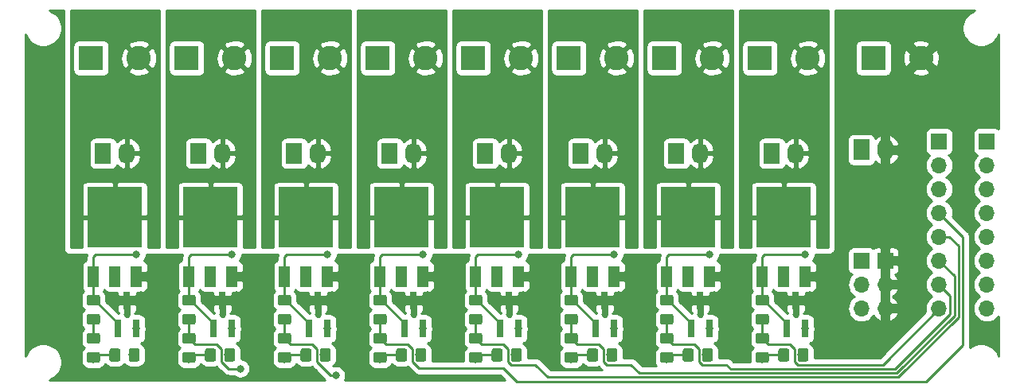
<source format=gbr>
G04 #@! TF.GenerationSoftware,KiCad,Pcbnew,(5.1.0-rc2-41-g6b3e9b0ed)*
G04 #@! TF.CreationDate,2020-04-23T19:15:02+02:00*
G04 #@! TF.ProjectId,LED_Driver,4c45445f-4472-4697-9665-722e6b696361,V0.1*
G04 #@! TF.SameCoordinates,Original*
G04 #@! TF.FileFunction,Copper,L1,Top*
G04 #@! TF.FilePolarity,Positive*
%FSLAX46Y46*%
G04 Gerber Fmt 4.6, Leading zero omitted, Abs format (unit mm)*
G04 Created by KiCad (PCBNEW (5.1.0-rc2-41-g6b3e9b0ed)) date 2020-04-23 19:15:02*
%MOMM*%
%LPD*%
G04 APERTURE LIST*
%ADD10C,0.100000*%
%ADD11C,1.150000*%
%ADD12R,0.800000X1.900000*%
%ADD13R,5.800000X6.400000*%
%ADD14R,1.200000X2.200000*%
%ADD15O,1.700000X2.200000*%
%ADD16R,1.700000X2.200000*%
%ADD17C,2.600000*%
%ADD18R,2.600000X2.600000*%
%ADD19O,1.700000X1.700000*%
%ADD20R,1.700000X1.700000*%
%ADD21C,0.800000*%
%ADD22C,0.250000*%
%ADD23C,0.254000*%
G04 APERTURE END LIST*
D10*
G36*
X42638505Y-139008204D02*
G01*
X42662773Y-139011804D01*
X42686572Y-139017765D01*
X42709671Y-139026030D01*
X42731850Y-139036520D01*
X42752893Y-139049132D01*
X42772599Y-139063747D01*
X42790777Y-139080223D01*
X42807253Y-139098401D01*
X42821868Y-139118107D01*
X42834480Y-139139150D01*
X42844970Y-139161329D01*
X42853235Y-139184428D01*
X42859196Y-139208227D01*
X42862796Y-139232495D01*
X42864000Y-139256999D01*
X42864000Y-139907001D01*
X42862796Y-139931505D01*
X42859196Y-139955773D01*
X42853235Y-139979572D01*
X42844970Y-140002671D01*
X42834480Y-140024850D01*
X42821868Y-140045893D01*
X42807253Y-140065599D01*
X42790777Y-140083777D01*
X42772599Y-140100253D01*
X42752893Y-140114868D01*
X42731850Y-140127480D01*
X42709671Y-140137970D01*
X42686572Y-140146235D01*
X42662773Y-140152196D01*
X42638505Y-140155796D01*
X42614001Y-140157000D01*
X41713999Y-140157000D01*
X41689495Y-140155796D01*
X41665227Y-140152196D01*
X41641428Y-140146235D01*
X41618329Y-140137970D01*
X41596150Y-140127480D01*
X41575107Y-140114868D01*
X41555401Y-140100253D01*
X41537223Y-140083777D01*
X41520747Y-140065599D01*
X41506132Y-140045893D01*
X41493520Y-140024850D01*
X41483030Y-140002671D01*
X41474765Y-139979572D01*
X41468804Y-139955773D01*
X41465204Y-139931505D01*
X41464000Y-139907001D01*
X41464000Y-139256999D01*
X41465204Y-139232495D01*
X41468804Y-139208227D01*
X41474765Y-139184428D01*
X41483030Y-139161329D01*
X41493520Y-139139150D01*
X41506132Y-139118107D01*
X41520747Y-139098401D01*
X41537223Y-139080223D01*
X41555401Y-139063747D01*
X41575107Y-139049132D01*
X41596150Y-139036520D01*
X41618329Y-139026030D01*
X41641428Y-139017765D01*
X41665227Y-139011804D01*
X41689495Y-139008204D01*
X41713999Y-139007000D01*
X42614001Y-139007000D01*
X42638505Y-139008204D01*
X42638505Y-139008204D01*
G37*
D11*
X42164000Y-139582000D03*
D10*
G36*
X42638505Y-136958204D02*
G01*
X42662773Y-136961804D01*
X42686572Y-136967765D01*
X42709671Y-136976030D01*
X42731850Y-136986520D01*
X42752893Y-136999132D01*
X42772599Y-137013747D01*
X42790777Y-137030223D01*
X42807253Y-137048401D01*
X42821868Y-137068107D01*
X42834480Y-137089150D01*
X42844970Y-137111329D01*
X42853235Y-137134428D01*
X42859196Y-137158227D01*
X42862796Y-137182495D01*
X42864000Y-137206999D01*
X42864000Y-137857001D01*
X42862796Y-137881505D01*
X42859196Y-137905773D01*
X42853235Y-137929572D01*
X42844970Y-137952671D01*
X42834480Y-137974850D01*
X42821868Y-137995893D01*
X42807253Y-138015599D01*
X42790777Y-138033777D01*
X42772599Y-138050253D01*
X42752893Y-138064868D01*
X42731850Y-138077480D01*
X42709671Y-138087970D01*
X42686572Y-138096235D01*
X42662773Y-138102196D01*
X42638505Y-138105796D01*
X42614001Y-138107000D01*
X41713999Y-138107000D01*
X41689495Y-138105796D01*
X41665227Y-138102196D01*
X41641428Y-138096235D01*
X41618329Y-138087970D01*
X41596150Y-138077480D01*
X41575107Y-138064868D01*
X41555401Y-138050253D01*
X41537223Y-138033777D01*
X41520747Y-138015599D01*
X41506132Y-137995893D01*
X41493520Y-137974850D01*
X41483030Y-137952671D01*
X41474765Y-137929572D01*
X41468804Y-137905773D01*
X41465204Y-137881505D01*
X41464000Y-137857001D01*
X41464000Y-137206999D01*
X41465204Y-137182495D01*
X41468804Y-137158227D01*
X41474765Y-137134428D01*
X41483030Y-137111329D01*
X41493520Y-137089150D01*
X41506132Y-137068107D01*
X41520747Y-137048401D01*
X41537223Y-137030223D01*
X41555401Y-137013747D01*
X41575107Y-136999132D01*
X41596150Y-136986520D01*
X41618329Y-136976030D01*
X41641428Y-136967765D01*
X41665227Y-136961804D01*
X41689495Y-136958204D01*
X41713999Y-136957000D01*
X42614001Y-136957000D01*
X42638505Y-136958204D01*
X42638505Y-136958204D01*
G37*
D11*
X42164000Y-137532000D03*
D10*
G36*
X42638505Y-143072204D02*
G01*
X42662773Y-143075804D01*
X42686572Y-143081765D01*
X42709671Y-143090030D01*
X42731850Y-143100520D01*
X42752893Y-143113132D01*
X42772599Y-143127747D01*
X42790777Y-143144223D01*
X42807253Y-143162401D01*
X42821868Y-143182107D01*
X42834480Y-143203150D01*
X42844970Y-143225329D01*
X42853235Y-143248428D01*
X42859196Y-143272227D01*
X42862796Y-143296495D01*
X42864000Y-143320999D01*
X42864000Y-143971001D01*
X42862796Y-143995505D01*
X42859196Y-144019773D01*
X42853235Y-144043572D01*
X42844970Y-144066671D01*
X42834480Y-144088850D01*
X42821868Y-144109893D01*
X42807253Y-144129599D01*
X42790777Y-144147777D01*
X42772599Y-144164253D01*
X42752893Y-144178868D01*
X42731850Y-144191480D01*
X42709671Y-144201970D01*
X42686572Y-144210235D01*
X42662773Y-144216196D01*
X42638505Y-144219796D01*
X42614001Y-144221000D01*
X41713999Y-144221000D01*
X41689495Y-144219796D01*
X41665227Y-144216196D01*
X41641428Y-144210235D01*
X41618329Y-144201970D01*
X41596150Y-144191480D01*
X41575107Y-144178868D01*
X41555401Y-144164253D01*
X41537223Y-144147777D01*
X41520747Y-144129599D01*
X41506132Y-144109893D01*
X41493520Y-144088850D01*
X41483030Y-144066671D01*
X41474765Y-144043572D01*
X41468804Y-144019773D01*
X41465204Y-143995505D01*
X41464000Y-143971001D01*
X41464000Y-143320999D01*
X41465204Y-143296495D01*
X41468804Y-143272227D01*
X41474765Y-143248428D01*
X41483030Y-143225329D01*
X41493520Y-143203150D01*
X41506132Y-143182107D01*
X41520747Y-143162401D01*
X41537223Y-143144223D01*
X41555401Y-143127747D01*
X41575107Y-143113132D01*
X41596150Y-143100520D01*
X41618329Y-143090030D01*
X41641428Y-143081765D01*
X41665227Y-143075804D01*
X41689495Y-143072204D01*
X41713999Y-143071000D01*
X42614001Y-143071000D01*
X42638505Y-143072204D01*
X42638505Y-143072204D01*
G37*
D11*
X42164000Y-143646000D03*
D10*
G36*
X42638505Y-141022204D02*
G01*
X42662773Y-141025804D01*
X42686572Y-141031765D01*
X42709671Y-141040030D01*
X42731850Y-141050520D01*
X42752893Y-141063132D01*
X42772599Y-141077747D01*
X42790777Y-141094223D01*
X42807253Y-141112401D01*
X42821868Y-141132107D01*
X42834480Y-141153150D01*
X42844970Y-141175329D01*
X42853235Y-141198428D01*
X42859196Y-141222227D01*
X42862796Y-141246495D01*
X42864000Y-141270999D01*
X42864000Y-141921001D01*
X42862796Y-141945505D01*
X42859196Y-141969773D01*
X42853235Y-141993572D01*
X42844970Y-142016671D01*
X42834480Y-142038850D01*
X42821868Y-142059893D01*
X42807253Y-142079599D01*
X42790777Y-142097777D01*
X42772599Y-142114253D01*
X42752893Y-142128868D01*
X42731850Y-142141480D01*
X42709671Y-142151970D01*
X42686572Y-142160235D01*
X42662773Y-142166196D01*
X42638505Y-142169796D01*
X42614001Y-142171000D01*
X41713999Y-142171000D01*
X41689495Y-142169796D01*
X41665227Y-142166196D01*
X41641428Y-142160235D01*
X41618329Y-142151970D01*
X41596150Y-142141480D01*
X41575107Y-142128868D01*
X41555401Y-142114253D01*
X41537223Y-142097777D01*
X41520747Y-142079599D01*
X41506132Y-142059893D01*
X41493520Y-142038850D01*
X41483030Y-142016671D01*
X41474765Y-141993572D01*
X41468804Y-141969773D01*
X41465204Y-141945505D01*
X41464000Y-141921001D01*
X41464000Y-141270999D01*
X41465204Y-141246495D01*
X41468804Y-141222227D01*
X41474765Y-141198428D01*
X41483030Y-141175329D01*
X41493520Y-141153150D01*
X41506132Y-141132107D01*
X41520747Y-141112401D01*
X41537223Y-141094223D01*
X41555401Y-141077747D01*
X41575107Y-141063132D01*
X41596150Y-141050520D01*
X41618329Y-141040030D01*
X41641428Y-141031765D01*
X41665227Y-141025804D01*
X41689495Y-141022204D01*
X41713999Y-141021000D01*
X42614001Y-141021000D01*
X42638505Y-141022204D01*
X42638505Y-141022204D01*
G37*
D11*
X42164000Y-141596000D03*
D10*
G36*
X52798505Y-139008204D02*
G01*
X52822773Y-139011804D01*
X52846572Y-139017765D01*
X52869671Y-139026030D01*
X52891850Y-139036520D01*
X52912893Y-139049132D01*
X52932599Y-139063747D01*
X52950777Y-139080223D01*
X52967253Y-139098401D01*
X52981868Y-139118107D01*
X52994480Y-139139150D01*
X53004970Y-139161329D01*
X53013235Y-139184428D01*
X53019196Y-139208227D01*
X53022796Y-139232495D01*
X53024000Y-139256999D01*
X53024000Y-139907001D01*
X53022796Y-139931505D01*
X53019196Y-139955773D01*
X53013235Y-139979572D01*
X53004970Y-140002671D01*
X52994480Y-140024850D01*
X52981868Y-140045893D01*
X52967253Y-140065599D01*
X52950777Y-140083777D01*
X52932599Y-140100253D01*
X52912893Y-140114868D01*
X52891850Y-140127480D01*
X52869671Y-140137970D01*
X52846572Y-140146235D01*
X52822773Y-140152196D01*
X52798505Y-140155796D01*
X52774001Y-140157000D01*
X51873999Y-140157000D01*
X51849495Y-140155796D01*
X51825227Y-140152196D01*
X51801428Y-140146235D01*
X51778329Y-140137970D01*
X51756150Y-140127480D01*
X51735107Y-140114868D01*
X51715401Y-140100253D01*
X51697223Y-140083777D01*
X51680747Y-140065599D01*
X51666132Y-140045893D01*
X51653520Y-140024850D01*
X51643030Y-140002671D01*
X51634765Y-139979572D01*
X51628804Y-139955773D01*
X51625204Y-139931505D01*
X51624000Y-139907001D01*
X51624000Y-139256999D01*
X51625204Y-139232495D01*
X51628804Y-139208227D01*
X51634765Y-139184428D01*
X51643030Y-139161329D01*
X51653520Y-139139150D01*
X51666132Y-139118107D01*
X51680747Y-139098401D01*
X51697223Y-139080223D01*
X51715401Y-139063747D01*
X51735107Y-139049132D01*
X51756150Y-139036520D01*
X51778329Y-139026030D01*
X51801428Y-139017765D01*
X51825227Y-139011804D01*
X51849495Y-139008204D01*
X51873999Y-139007000D01*
X52774001Y-139007000D01*
X52798505Y-139008204D01*
X52798505Y-139008204D01*
G37*
D11*
X52324000Y-139582000D03*
D10*
G36*
X52798505Y-136958204D02*
G01*
X52822773Y-136961804D01*
X52846572Y-136967765D01*
X52869671Y-136976030D01*
X52891850Y-136986520D01*
X52912893Y-136999132D01*
X52932599Y-137013747D01*
X52950777Y-137030223D01*
X52967253Y-137048401D01*
X52981868Y-137068107D01*
X52994480Y-137089150D01*
X53004970Y-137111329D01*
X53013235Y-137134428D01*
X53019196Y-137158227D01*
X53022796Y-137182495D01*
X53024000Y-137206999D01*
X53024000Y-137857001D01*
X53022796Y-137881505D01*
X53019196Y-137905773D01*
X53013235Y-137929572D01*
X53004970Y-137952671D01*
X52994480Y-137974850D01*
X52981868Y-137995893D01*
X52967253Y-138015599D01*
X52950777Y-138033777D01*
X52932599Y-138050253D01*
X52912893Y-138064868D01*
X52891850Y-138077480D01*
X52869671Y-138087970D01*
X52846572Y-138096235D01*
X52822773Y-138102196D01*
X52798505Y-138105796D01*
X52774001Y-138107000D01*
X51873999Y-138107000D01*
X51849495Y-138105796D01*
X51825227Y-138102196D01*
X51801428Y-138096235D01*
X51778329Y-138087970D01*
X51756150Y-138077480D01*
X51735107Y-138064868D01*
X51715401Y-138050253D01*
X51697223Y-138033777D01*
X51680747Y-138015599D01*
X51666132Y-137995893D01*
X51653520Y-137974850D01*
X51643030Y-137952671D01*
X51634765Y-137929572D01*
X51628804Y-137905773D01*
X51625204Y-137881505D01*
X51624000Y-137857001D01*
X51624000Y-137206999D01*
X51625204Y-137182495D01*
X51628804Y-137158227D01*
X51634765Y-137134428D01*
X51643030Y-137111329D01*
X51653520Y-137089150D01*
X51666132Y-137068107D01*
X51680747Y-137048401D01*
X51697223Y-137030223D01*
X51715401Y-137013747D01*
X51735107Y-136999132D01*
X51756150Y-136986520D01*
X51778329Y-136976030D01*
X51801428Y-136967765D01*
X51825227Y-136961804D01*
X51849495Y-136958204D01*
X51873999Y-136957000D01*
X52774001Y-136957000D01*
X52798505Y-136958204D01*
X52798505Y-136958204D01*
G37*
D11*
X52324000Y-137532000D03*
D10*
G36*
X52798505Y-143072204D02*
G01*
X52822773Y-143075804D01*
X52846572Y-143081765D01*
X52869671Y-143090030D01*
X52891850Y-143100520D01*
X52912893Y-143113132D01*
X52932599Y-143127747D01*
X52950777Y-143144223D01*
X52967253Y-143162401D01*
X52981868Y-143182107D01*
X52994480Y-143203150D01*
X53004970Y-143225329D01*
X53013235Y-143248428D01*
X53019196Y-143272227D01*
X53022796Y-143296495D01*
X53024000Y-143320999D01*
X53024000Y-143971001D01*
X53022796Y-143995505D01*
X53019196Y-144019773D01*
X53013235Y-144043572D01*
X53004970Y-144066671D01*
X52994480Y-144088850D01*
X52981868Y-144109893D01*
X52967253Y-144129599D01*
X52950777Y-144147777D01*
X52932599Y-144164253D01*
X52912893Y-144178868D01*
X52891850Y-144191480D01*
X52869671Y-144201970D01*
X52846572Y-144210235D01*
X52822773Y-144216196D01*
X52798505Y-144219796D01*
X52774001Y-144221000D01*
X51873999Y-144221000D01*
X51849495Y-144219796D01*
X51825227Y-144216196D01*
X51801428Y-144210235D01*
X51778329Y-144201970D01*
X51756150Y-144191480D01*
X51735107Y-144178868D01*
X51715401Y-144164253D01*
X51697223Y-144147777D01*
X51680747Y-144129599D01*
X51666132Y-144109893D01*
X51653520Y-144088850D01*
X51643030Y-144066671D01*
X51634765Y-144043572D01*
X51628804Y-144019773D01*
X51625204Y-143995505D01*
X51624000Y-143971001D01*
X51624000Y-143320999D01*
X51625204Y-143296495D01*
X51628804Y-143272227D01*
X51634765Y-143248428D01*
X51643030Y-143225329D01*
X51653520Y-143203150D01*
X51666132Y-143182107D01*
X51680747Y-143162401D01*
X51697223Y-143144223D01*
X51715401Y-143127747D01*
X51735107Y-143113132D01*
X51756150Y-143100520D01*
X51778329Y-143090030D01*
X51801428Y-143081765D01*
X51825227Y-143075804D01*
X51849495Y-143072204D01*
X51873999Y-143071000D01*
X52774001Y-143071000D01*
X52798505Y-143072204D01*
X52798505Y-143072204D01*
G37*
D11*
X52324000Y-143646000D03*
D10*
G36*
X52798505Y-141022204D02*
G01*
X52822773Y-141025804D01*
X52846572Y-141031765D01*
X52869671Y-141040030D01*
X52891850Y-141050520D01*
X52912893Y-141063132D01*
X52932599Y-141077747D01*
X52950777Y-141094223D01*
X52967253Y-141112401D01*
X52981868Y-141132107D01*
X52994480Y-141153150D01*
X53004970Y-141175329D01*
X53013235Y-141198428D01*
X53019196Y-141222227D01*
X53022796Y-141246495D01*
X53024000Y-141270999D01*
X53024000Y-141921001D01*
X53022796Y-141945505D01*
X53019196Y-141969773D01*
X53013235Y-141993572D01*
X53004970Y-142016671D01*
X52994480Y-142038850D01*
X52981868Y-142059893D01*
X52967253Y-142079599D01*
X52950777Y-142097777D01*
X52932599Y-142114253D01*
X52912893Y-142128868D01*
X52891850Y-142141480D01*
X52869671Y-142151970D01*
X52846572Y-142160235D01*
X52822773Y-142166196D01*
X52798505Y-142169796D01*
X52774001Y-142171000D01*
X51873999Y-142171000D01*
X51849495Y-142169796D01*
X51825227Y-142166196D01*
X51801428Y-142160235D01*
X51778329Y-142151970D01*
X51756150Y-142141480D01*
X51735107Y-142128868D01*
X51715401Y-142114253D01*
X51697223Y-142097777D01*
X51680747Y-142079599D01*
X51666132Y-142059893D01*
X51653520Y-142038850D01*
X51643030Y-142016671D01*
X51634765Y-141993572D01*
X51628804Y-141969773D01*
X51625204Y-141945505D01*
X51624000Y-141921001D01*
X51624000Y-141270999D01*
X51625204Y-141246495D01*
X51628804Y-141222227D01*
X51634765Y-141198428D01*
X51643030Y-141175329D01*
X51653520Y-141153150D01*
X51666132Y-141132107D01*
X51680747Y-141112401D01*
X51697223Y-141094223D01*
X51715401Y-141077747D01*
X51735107Y-141063132D01*
X51756150Y-141050520D01*
X51778329Y-141040030D01*
X51801428Y-141031765D01*
X51825227Y-141025804D01*
X51849495Y-141022204D01*
X51873999Y-141021000D01*
X52774001Y-141021000D01*
X52798505Y-141022204D01*
X52798505Y-141022204D01*
G37*
D11*
X52324000Y-141596000D03*
D10*
G36*
X62958505Y-139008204D02*
G01*
X62982773Y-139011804D01*
X63006572Y-139017765D01*
X63029671Y-139026030D01*
X63051850Y-139036520D01*
X63072893Y-139049132D01*
X63092599Y-139063747D01*
X63110777Y-139080223D01*
X63127253Y-139098401D01*
X63141868Y-139118107D01*
X63154480Y-139139150D01*
X63164970Y-139161329D01*
X63173235Y-139184428D01*
X63179196Y-139208227D01*
X63182796Y-139232495D01*
X63184000Y-139256999D01*
X63184000Y-139907001D01*
X63182796Y-139931505D01*
X63179196Y-139955773D01*
X63173235Y-139979572D01*
X63164970Y-140002671D01*
X63154480Y-140024850D01*
X63141868Y-140045893D01*
X63127253Y-140065599D01*
X63110777Y-140083777D01*
X63092599Y-140100253D01*
X63072893Y-140114868D01*
X63051850Y-140127480D01*
X63029671Y-140137970D01*
X63006572Y-140146235D01*
X62982773Y-140152196D01*
X62958505Y-140155796D01*
X62934001Y-140157000D01*
X62033999Y-140157000D01*
X62009495Y-140155796D01*
X61985227Y-140152196D01*
X61961428Y-140146235D01*
X61938329Y-140137970D01*
X61916150Y-140127480D01*
X61895107Y-140114868D01*
X61875401Y-140100253D01*
X61857223Y-140083777D01*
X61840747Y-140065599D01*
X61826132Y-140045893D01*
X61813520Y-140024850D01*
X61803030Y-140002671D01*
X61794765Y-139979572D01*
X61788804Y-139955773D01*
X61785204Y-139931505D01*
X61784000Y-139907001D01*
X61784000Y-139256999D01*
X61785204Y-139232495D01*
X61788804Y-139208227D01*
X61794765Y-139184428D01*
X61803030Y-139161329D01*
X61813520Y-139139150D01*
X61826132Y-139118107D01*
X61840747Y-139098401D01*
X61857223Y-139080223D01*
X61875401Y-139063747D01*
X61895107Y-139049132D01*
X61916150Y-139036520D01*
X61938329Y-139026030D01*
X61961428Y-139017765D01*
X61985227Y-139011804D01*
X62009495Y-139008204D01*
X62033999Y-139007000D01*
X62934001Y-139007000D01*
X62958505Y-139008204D01*
X62958505Y-139008204D01*
G37*
D11*
X62484000Y-139582000D03*
D10*
G36*
X62958505Y-136958204D02*
G01*
X62982773Y-136961804D01*
X63006572Y-136967765D01*
X63029671Y-136976030D01*
X63051850Y-136986520D01*
X63072893Y-136999132D01*
X63092599Y-137013747D01*
X63110777Y-137030223D01*
X63127253Y-137048401D01*
X63141868Y-137068107D01*
X63154480Y-137089150D01*
X63164970Y-137111329D01*
X63173235Y-137134428D01*
X63179196Y-137158227D01*
X63182796Y-137182495D01*
X63184000Y-137206999D01*
X63184000Y-137857001D01*
X63182796Y-137881505D01*
X63179196Y-137905773D01*
X63173235Y-137929572D01*
X63164970Y-137952671D01*
X63154480Y-137974850D01*
X63141868Y-137995893D01*
X63127253Y-138015599D01*
X63110777Y-138033777D01*
X63092599Y-138050253D01*
X63072893Y-138064868D01*
X63051850Y-138077480D01*
X63029671Y-138087970D01*
X63006572Y-138096235D01*
X62982773Y-138102196D01*
X62958505Y-138105796D01*
X62934001Y-138107000D01*
X62033999Y-138107000D01*
X62009495Y-138105796D01*
X61985227Y-138102196D01*
X61961428Y-138096235D01*
X61938329Y-138087970D01*
X61916150Y-138077480D01*
X61895107Y-138064868D01*
X61875401Y-138050253D01*
X61857223Y-138033777D01*
X61840747Y-138015599D01*
X61826132Y-137995893D01*
X61813520Y-137974850D01*
X61803030Y-137952671D01*
X61794765Y-137929572D01*
X61788804Y-137905773D01*
X61785204Y-137881505D01*
X61784000Y-137857001D01*
X61784000Y-137206999D01*
X61785204Y-137182495D01*
X61788804Y-137158227D01*
X61794765Y-137134428D01*
X61803030Y-137111329D01*
X61813520Y-137089150D01*
X61826132Y-137068107D01*
X61840747Y-137048401D01*
X61857223Y-137030223D01*
X61875401Y-137013747D01*
X61895107Y-136999132D01*
X61916150Y-136986520D01*
X61938329Y-136976030D01*
X61961428Y-136967765D01*
X61985227Y-136961804D01*
X62009495Y-136958204D01*
X62033999Y-136957000D01*
X62934001Y-136957000D01*
X62958505Y-136958204D01*
X62958505Y-136958204D01*
G37*
D11*
X62484000Y-137532000D03*
D10*
G36*
X62958505Y-143072204D02*
G01*
X62982773Y-143075804D01*
X63006572Y-143081765D01*
X63029671Y-143090030D01*
X63051850Y-143100520D01*
X63072893Y-143113132D01*
X63092599Y-143127747D01*
X63110777Y-143144223D01*
X63127253Y-143162401D01*
X63141868Y-143182107D01*
X63154480Y-143203150D01*
X63164970Y-143225329D01*
X63173235Y-143248428D01*
X63179196Y-143272227D01*
X63182796Y-143296495D01*
X63184000Y-143320999D01*
X63184000Y-143971001D01*
X63182796Y-143995505D01*
X63179196Y-144019773D01*
X63173235Y-144043572D01*
X63164970Y-144066671D01*
X63154480Y-144088850D01*
X63141868Y-144109893D01*
X63127253Y-144129599D01*
X63110777Y-144147777D01*
X63092599Y-144164253D01*
X63072893Y-144178868D01*
X63051850Y-144191480D01*
X63029671Y-144201970D01*
X63006572Y-144210235D01*
X62982773Y-144216196D01*
X62958505Y-144219796D01*
X62934001Y-144221000D01*
X62033999Y-144221000D01*
X62009495Y-144219796D01*
X61985227Y-144216196D01*
X61961428Y-144210235D01*
X61938329Y-144201970D01*
X61916150Y-144191480D01*
X61895107Y-144178868D01*
X61875401Y-144164253D01*
X61857223Y-144147777D01*
X61840747Y-144129599D01*
X61826132Y-144109893D01*
X61813520Y-144088850D01*
X61803030Y-144066671D01*
X61794765Y-144043572D01*
X61788804Y-144019773D01*
X61785204Y-143995505D01*
X61784000Y-143971001D01*
X61784000Y-143320999D01*
X61785204Y-143296495D01*
X61788804Y-143272227D01*
X61794765Y-143248428D01*
X61803030Y-143225329D01*
X61813520Y-143203150D01*
X61826132Y-143182107D01*
X61840747Y-143162401D01*
X61857223Y-143144223D01*
X61875401Y-143127747D01*
X61895107Y-143113132D01*
X61916150Y-143100520D01*
X61938329Y-143090030D01*
X61961428Y-143081765D01*
X61985227Y-143075804D01*
X62009495Y-143072204D01*
X62033999Y-143071000D01*
X62934001Y-143071000D01*
X62958505Y-143072204D01*
X62958505Y-143072204D01*
G37*
D11*
X62484000Y-143646000D03*
D10*
G36*
X62958505Y-141022204D02*
G01*
X62982773Y-141025804D01*
X63006572Y-141031765D01*
X63029671Y-141040030D01*
X63051850Y-141050520D01*
X63072893Y-141063132D01*
X63092599Y-141077747D01*
X63110777Y-141094223D01*
X63127253Y-141112401D01*
X63141868Y-141132107D01*
X63154480Y-141153150D01*
X63164970Y-141175329D01*
X63173235Y-141198428D01*
X63179196Y-141222227D01*
X63182796Y-141246495D01*
X63184000Y-141270999D01*
X63184000Y-141921001D01*
X63182796Y-141945505D01*
X63179196Y-141969773D01*
X63173235Y-141993572D01*
X63164970Y-142016671D01*
X63154480Y-142038850D01*
X63141868Y-142059893D01*
X63127253Y-142079599D01*
X63110777Y-142097777D01*
X63092599Y-142114253D01*
X63072893Y-142128868D01*
X63051850Y-142141480D01*
X63029671Y-142151970D01*
X63006572Y-142160235D01*
X62982773Y-142166196D01*
X62958505Y-142169796D01*
X62934001Y-142171000D01*
X62033999Y-142171000D01*
X62009495Y-142169796D01*
X61985227Y-142166196D01*
X61961428Y-142160235D01*
X61938329Y-142151970D01*
X61916150Y-142141480D01*
X61895107Y-142128868D01*
X61875401Y-142114253D01*
X61857223Y-142097777D01*
X61840747Y-142079599D01*
X61826132Y-142059893D01*
X61813520Y-142038850D01*
X61803030Y-142016671D01*
X61794765Y-141993572D01*
X61788804Y-141969773D01*
X61785204Y-141945505D01*
X61784000Y-141921001D01*
X61784000Y-141270999D01*
X61785204Y-141246495D01*
X61788804Y-141222227D01*
X61794765Y-141198428D01*
X61803030Y-141175329D01*
X61813520Y-141153150D01*
X61826132Y-141132107D01*
X61840747Y-141112401D01*
X61857223Y-141094223D01*
X61875401Y-141077747D01*
X61895107Y-141063132D01*
X61916150Y-141050520D01*
X61938329Y-141040030D01*
X61961428Y-141031765D01*
X61985227Y-141025804D01*
X62009495Y-141022204D01*
X62033999Y-141021000D01*
X62934001Y-141021000D01*
X62958505Y-141022204D01*
X62958505Y-141022204D01*
G37*
D11*
X62484000Y-141596000D03*
D10*
G36*
X73118505Y-139008204D02*
G01*
X73142773Y-139011804D01*
X73166572Y-139017765D01*
X73189671Y-139026030D01*
X73211850Y-139036520D01*
X73232893Y-139049132D01*
X73252599Y-139063747D01*
X73270777Y-139080223D01*
X73287253Y-139098401D01*
X73301868Y-139118107D01*
X73314480Y-139139150D01*
X73324970Y-139161329D01*
X73333235Y-139184428D01*
X73339196Y-139208227D01*
X73342796Y-139232495D01*
X73344000Y-139256999D01*
X73344000Y-139907001D01*
X73342796Y-139931505D01*
X73339196Y-139955773D01*
X73333235Y-139979572D01*
X73324970Y-140002671D01*
X73314480Y-140024850D01*
X73301868Y-140045893D01*
X73287253Y-140065599D01*
X73270777Y-140083777D01*
X73252599Y-140100253D01*
X73232893Y-140114868D01*
X73211850Y-140127480D01*
X73189671Y-140137970D01*
X73166572Y-140146235D01*
X73142773Y-140152196D01*
X73118505Y-140155796D01*
X73094001Y-140157000D01*
X72193999Y-140157000D01*
X72169495Y-140155796D01*
X72145227Y-140152196D01*
X72121428Y-140146235D01*
X72098329Y-140137970D01*
X72076150Y-140127480D01*
X72055107Y-140114868D01*
X72035401Y-140100253D01*
X72017223Y-140083777D01*
X72000747Y-140065599D01*
X71986132Y-140045893D01*
X71973520Y-140024850D01*
X71963030Y-140002671D01*
X71954765Y-139979572D01*
X71948804Y-139955773D01*
X71945204Y-139931505D01*
X71944000Y-139907001D01*
X71944000Y-139256999D01*
X71945204Y-139232495D01*
X71948804Y-139208227D01*
X71954765Y-139184428D01*
X71963030Y-139161329D01*
X71973520Y-139139150D01*
X71986132Y-139118107D01*
X72000747Y-139098401D01*
X72017223Y-139080223D01*
X72035401Y-139063747D01*
X72055107Y-139049132D01*
X72076150Y-139036520D01*
X72098329Y-139026030D01*
X72121428Y-139017765D01*
X72145227Y-139011804D01*
X72169495Y-139008204D01*
X72193999Y-139007000D01*
X73094001Y-139007000D01*
X73118505Y-139008204D01*
X73118505Y-139008204D01*
G37*
D11*
X72644000Y-139582000D03*
D10*
G36*
X73118505Y-136958204D02*
G01*
X73142773Y-136961804D01*
X73166572Y-136967765D01*
X73189671Y-136976030D01*
X73211850Y-136986520D01*
X73232893Y-136999132D01*
X73252599Y-137013747D01*
X73270777Y-137030223D01*
X73287253Y-137048401D01*
X73301868Y-137068107D01*
X73314480Y-137089150D01*
X73324970Y-137111329D01*
X73333235Y-137134428D01*
X73339196Y-137158227D01*
X73342796Y-137182495D01*
X73344000Y-137206999D01*
X73344000Y-137857001D01*
X73342796Y-137881505D01*
X73339196Y-137905773D01*
X73333235Y-137929572D01*
X73324970Y-137952671D01*
X73314480Y-137974850D01*
X73301868Y-137995893D01*
X73287253Y-138015599D01*
X73270777Y-138033777D01*
X73252599Y-138050253D01*
X73232893Y-138064868D01*
X73211850Y-138077480D01*
X73189671Y-138087970D01*
X73166572Y-138096235D01*
X73142773Y-138102196D01*
X73118505Y-138105796D01*
X73094001Y-138107000D01*
X72193999Y-138107000D01*
X72169495Y-138105796D01*
X72145227Y-138102196D01*
X72121428Y-138096235D01*
X72098329Y-138087970D01*
X72076150Y-138077480D01*
X72055107Y-138064868D01*
X72035401Y-138050253D01*
X72017223Y-138033777D01*
X72000747Y-138015599D01*
X71986132Y-137995893D01*
X71973520Y-137974850D01*
X71963030Y-137952671D01*
X71954765Y-137929572D01*
X71948804Y-137905773D01*
X71945204Y-137881505D01*
X71944000Y-137857001D01*
X71944000Y-137206999D01*
X71945204Y-137182495D01*
X71948804Y-137158227D01*
X71954765Y-137134428D01*
X71963030Y-137111329D01*
X71973520Y-137089150D01*
X71986132Y-137068107D01*
X72000747Y-137048401D01*
X72017223Y-137030223D01*
X72035401Y-137013747D01*
X72055107Y-136999132D01*
X72076150Y-136986520D01*
X72098329Y-136976030D01*
X72121428Y-136967765D01*
X72145227Y-136961804D01*
X72169495Y-136958204D01*
X72193999Y-136957000D01*
X73094001Y-136957000D01*
X73118505Y-136958204D01*
X73118505Y-136958204D01*
G37*
D11*
X72644000Y-137532000D03*
D10*
G36*
X73118505Y-143072204D02*
G01*
X73142773Y-143075804D01*
X73166572Y-143081765D01*
X73189671Y-143090030D01*
X73211850Y-143100520D01*
X73232893Y-143113132D01*
X73252599Y-143127747D01*
X73270777Y-143144223D01*
X73287253Y-143162401D01*
X73301868Y-143182107D01*
X73314480Y-143203150D01*
X73324970Y-143225329D01*
X73333235Y-143248428D01*
X73339196Y-143272227D01*
X73342796Y-143296495D01*
X73344000Y-143320999D01*
X73344000Y-143971001D01*
X73342796Y-143995505D01*
X73339196Y-144019773D01*
X73333235Y-144043572D01*
X73324970Y-144066671D01*
X73314480Y-144088850D01*
X73301868Y-144109893D01*
X73287253Y-144129599D01*
X73270777Y-144147777D01*
X73252599Y-144164253D01*
X73232893Y-144178868D01*
X73211850Y-144191480D01*
X73189671Y-144201970D01*
X73166572Y-144210235D01*
X73142773Y-144216196D01*
X73118505Y-144219796D01*
X73094001Y-144221000D01*
X72193999Y-144221000D01*
X72169495Y-144219796D01*
X72145227Y-144216196D01*
X72121428Y-144210235D01*
X72098329Y-144201970D01*
X72076150Y-144191480D01*
X72055107Y-144178868D01*
X72035401Y-144164253D01*
X72017223Y-144147777D01*
X72000747Y-144129599D01*
X71986132Y-144109893D01*
X71973520Y-144088850D01*
X71963030Y-144066671D01*
X71954765Y-144043572D01*
X71948804Y-144019773D01*
X71945204Y-143995505D01*
X71944000Y-143971001D01*
X71944000Y-143320999D01*
X71945204Y-143296495D01*
X71948804Y-143272227D01*
X71954765Y-143248428D01*
X71963030Y-143225329D01*
X71973520Y-143203150D01*
X71986132Y-143182107D01*
X72000747Y-143162401D01*
X72017223Y-143144223D01*
X72035401Y-143127747D01*
X72055107Y-143113132D01*
X72076150Y-143100520D01*
X72098329Y-143090030D01*
X72121428Y-143081765D01*
X72145227Y-143075804D01*
X72169495Y-143072204D01*
X72193999Y-143071000D01*
X73094001Y-143071000D01*
X73118505Y-143072204D01*
X73118505Y-143072204D01*
G37*
D11*
X72644000Y-143646000D03*
D10*
G36*
X73118505Y-141022204D02*
G01*
X73142773Y-141025804D01*
X73166572Y-141031765D01*
X73189671Y-141040030D01*
X73211850Y-141050520D01*
X73232893Y-141063132D01*
X73252599Y-141077747D01*
X73270777Y-141094223D01*
X73287253Y-141112401D01*
X73301868Y-141132107D01*
X73314480Y-141153150D01*
X73324970Y-141175329D01*
X73333235Y-141198428D01*
X73339196Y-141222227D01*
X73342796Y-141246495D01*
X73344000Y-141270999D01*
X73344000Y-141921001D01*
X73342796Y-141945505D01*
X73339196Y-141969773D01*
X73333235Y-141993572D01*
X73324970Y-142016671D01*
X73314480Y-142038850D01*
X73301868Y-142059893D01*
X73287253Y-142079599D01*
X73270777Y-142097777D01*
X73252599Y-142114253D01*
X73232893Y-142128868D01*
X73211850Y-142141480D01*
X73189671Y-142151970D01*
X73166572Y-142160235D01*
X73142773Y-142166196D01*
X73118505Y-142169796D01*
X73094001Y-142171000D01*
X72193999Y-142171000D01*
X72169495Y-142169796D01*
X72145227Y-142166196D01*
X72121428Y-142160235D01*
X72098329Y-142151970D01*
X72076150Y-142141480D01*
X72055107Y-142128868D01*
X72035401Y-142114253D01*
X72017223Y-142097777D01*
X72000747Y-142079599D01*
X71986132Y-142059893D01*
X71973520Y-142038850D01*
X71963030Y-142016671D01*
X71954765Y-141993572D01*
X71948804Y-141969773D01*
X71945204Y-141945505D01*
X71944000Y-141921001D01*
X71944000Y-141270999D01*
X71945204Y-141246495D01*
X71948804Y-141222227D01*
X71954765Y-141198428D01*
X71963030Y-141175329D01*
X71973520Y-141153150D01*
X71986132Y-141132107D01*
X72000747Y-141112401D01*
X72017223Y-141094223D01*
X72035401Y-141077747D01*
X72055107Y-141063132D01*
X72076150Y-141050520D01*
X72098329Y-141040030D01*
X72121428Y-141031765D01*
X72145227Y-141025804D01*
X72169495Y-141022204D01*
X72193999Y-141021000D01*
X73094001Y-141021000D01*
X73118505Y-141022204D01*
X73118505Y-141022204D01*
G37*
D11*
X72644000Y-141596000D03*
D12*
X45720000Y-137565000D03*
X46670000Y-140565000D03*
X44770000Y-140565000D03*
D13*
X44450000Y-128710000D03*
D14*
X46730000Y-135010000D03*
X44450000Y-135010000D03*
X42170000Y-135010000D03*
D12*
X55880000Y-137565000D03*
X56830000Y-140565000D03*
X54930000Y-140565000D03*
D13*
X54610000Y-128710000D03*
D14*
X56890000Y-135010000D03*
X54610000Y-135010000D03*
X52330000Y-135010000D03*
D12*
X66040000Y-137565000D03*
X66990000Y-140565000D03*
X65090000Y-140565000D03*
D13*
X64770000Y-128710000D03*
D14*
X67050000Y-135010000D03*
X64770000Y-135010000D03*
X62490000Y-135010000D03*
D12*
X76200000Y-137565000D03*
X77150000Y-140565000D03*
X75250000Y-140565000D03*
D13*
X74930000Y-128710000D03*
D14*
X77210000Y-135010000D03*
X74930000Y-135010000D03*
X72650000Y-135010000D03*
D15*
X45720000Y-121920000D03*
D16*
X43180000Y-121920000D03*
D17*
X46990000Y-111760000D03*
D18*
X41910000Y-111760000D03*
D15*
X55880000Y-121920000D03*
D16*
X53340000Y-121920000D03*
D17*
X57150000Y-111760000D03*
D18*
X52070000Y-111760000D03*
D15*
X66040000Y-121920000D03*
D16*
X63500000Y-121920000D03*
D17*
X67310000Y-111760000D03*
D18*
X62230000Y-111760000D03*
D15*
X76200000Y-121920000D03*
D16*
X73660000Y-121920000D03*
D17*
X77470000Y-111760000D03*
D18*
X72390000Y-111760000D03*
D19*
X137160000Y-138430000D03*
X137160000Y-135890000D03*
X137160000Y-133350000D03*
X137160000Y-130810000D03*
X137160000Y-128270000D03*
X137160000Y-125730000D03*
X137160000Y-123190000D03*
D20*
X137160000Y-120650000D03*
D19*
X132080000Y-138430000D03*
X132080000Y-135890000D03*
X132080000Y-133350000D03*
X132080000Y-130810000D03*
X132080000Y-128270000D03*
X132080000Y-125730000D03*
X132080000Y-123190000D03*
D20*
X132080000Y-120650000D03*
D10*
G36*
X46840505Y-142684204D02*
G01*
X46864773Y-142687804D01*
X46888572Y-142693765D01*
X46911671Y-142702030D01*
X46933850Y-142712520D01*
X46954893Y-142725132D01*
X46974599Y-142739747D01*
X46992777Y-142756223D01*
X47009253Y-142774401D01*
X47023868Y-142794107D01*
X47036480Y-142815150D01*
X47046970Y-142837329D01*
X47055235Y-142860428D01*
X47061196Y-142884227D01*
X47064796Y-142908495D01*
X47066000Y-142932999D01*
X47066000Y-143833001D01*
X47064796Y-143857505D01*
X47061196Y-143881773D01*
X47055235Y-143905572D01*
X47046970Y-143928671D01*
X47036480Y-143950850D01*
X47023868Y-143971893D01*
X47009253Y-143991599D01*
X46992777Y-144009777D01*
X46974599Y-144026253D01*
X46954893Y-144040868D01*
X46933850Y-144053480D01*
X46911671Y-144063970D01*
X46888572Y-144072235D01*
X46864773Y-144078196D01*
X46840505Y-144081796D01*
X46816001Y-144083000D01*
X46165999Y-144083000D01*
X46141495Y-144081796D01*
X46117227Y-144078196D01*
X46093428Y-144072235D01*
X46070329Y-144063970D01*
X46048150Y-144053480D01*
X46027107Y-144040868D01*
X46007401Y-144026253D01*
X45989223Y-144009777D01*
X45972747Y-143991599D01*
X45958132Y-143971893D01*
X45945520Y-143950850D01*
X45935030Y-143928671D01*
X45926765Y-143905572D01*
X45920804Y-143881773D01*
X45917204Y-143857505D01*
X45916000Y-143833001D01*
X45916000Y-142932999D01*
X45917204Y-142908495D01*
X45920804Y-142884227D01*
X45926765Y-142860428D01*
X45935030Y-142837329D01*
X45945520Y-142815150D01*
X45958132Y-142794107D01*
X45972747Y-142774401D01*
X45989223Y-142756223D01*
X46007401Y-142739747D01*
X46027107Y-142725132D01*
X46048150Y-142712520D01*
X46070329Y-142702030D01*
X46093428Y-142693765D01*
X46117227Y-142687804D01*
X46141495Y-142684204D01*
X46165999Y-142683000D01*
X46816001Y-142683000D01*
X46840505Y-142684204D01*
X46840505Y-142684204D01*
G37*
D11*
X46491000Y-143383000D03*
D10*
G36*
X44790505Y-142684204D02*
G01*
X44814773Y-142687804D01*
X44838572Y-142693765D01*
X44861671Y-142702030D01*
X44883850Y-142712520D01*
X44904893Y-142725132D01*
X44924599Y-142739747D01*
X44942777Y-142756223D01*
X44959253Y-142774401D01*
X44973868Y-142794107D01*
X44986480Y-142815150D01*
X44996970Y-142837329D01*
X45005235Y-142860428D01*
X45011196Y-142884227D01*
X45014796Y-142908495D01*
X45016000Y-142932999D01*
X45016000Y-143833001D01*
X45014796Y-143857505D01*
X45011196Y-143881773D01*
X45005235Y-143905572D01*
X44996970Y-143928671D01*
X44986480Y-143950850D01*
X44973868Y-143971893D01*
X44959253Y-143991599D01*
X44942777Y-144009777D01*
X44924599Y-144026253D01*
X44904893Y-144040868D01*
X44883850Y-144053480D01*
X44861671Y-144063970D01*
X44838572Y-144072235D01*
X44814773Y-144078196D01*
X44790505Y-144081796D01*
X44766001Y-144083000D01*
X44115999Y-144083000D01*
X44091495Y-144081796D01*
X44067227Y-144078196D01*
X44043428Y-144072235D01*
X44020329Y-144063970D01*
X43998150Y-144053480D01*
X43977107Y-144040868D01*
X43957401Y-144026253D01*
X43939223Y-144009777D01*
X43922747Y-143991599D01*
X43908132Y-143971893D01*
X43895520Y-143950850D01*
X43885030Y-143928671D01*
X43876765Y-143905572D01*
X43870804Y-143881773D01*
X43867204Y-143857505D01*
X43866000Y-143833001D01*
X43866000Y-142932999D01*
X43867204Y-142908495D01*
X43870804Y-142884227D01*
X43876765Y-142860428D01*
X43885030Y-142837329D01*
X43895520Y-142815150D01*
X43908132Y-142794107D01*
X43922747Y-142774401D01*
X43939223Y-142756223D01*
X43957401Y-142739747D01*
X43977107Y-142725132D01*
X43998150Y-142712520D01*
X44020329Y-142702030D01*
X44043428Y-142693765D01*
X44067227Y-142687804D01*
X44091495Y-142684204D01*
X44115999Y-142683000D01*
X44766001Y-142683000D01*
X44790505Y-142684204D01*
X44790505Y-142684204D01*
G37*
D11*
X44441000Y-143383000D03*
D10*
G36*
X57000505Y-142684204D02*
G01*
X57024773Y-142687804D01*
X57048572Y-142693765D01*
X57071671Y-142702030D01*
X57093850Y-142712520D01*
X57114893Y-142725132D01*
X57134599Y-142739747D01*
X57152777Y-142756223D01*
X57169253Y-142774401D01*
X57183868Y-142794107D01*
X57196480Y-142815150D01*
X57206970Y-142837329D01*
X57215235Y-142860428D01*
X57221196Y-142884227D01*
X57224796Y-142908495D01*
X57226000Y-142932999D01*
X57226000Y-143833001D01*
X57224796Y-143857505D01*
X57221196Y-143881773D01*
X57215235Y-143905572D01*
X57206970Y-143928671D01*
X57196480Y-143950850D01*
X57183868Y-143971893D01*
X57169253Y-143991599D01*
X57152777Y-144009777D01*
X57134599Y-144026253D01*
X57114893Y-144040868D01*
X57093850Y-144053480D01*
X57071671Y-144063970D01*
X57048572Y-144072235D01*
X57024773Y-144078196D01*
X57000505Y-144081796D01*
X56976001Y-144083000D01*
X56325999Y-144083000D01*
X56301495Y-144081796D01*
X56277227Y-144078196D01*
X56253428Y-144072235D01*
X56230329Y-144063970D01*
X56208150Y-144053480D01*
X56187107Y-144040868D01*
X56167401Y-144026253D01*
X56149223Y-144009777D01*
X56132747Y-143991599D01*
X56118132Y-143971893D01*
X56105520Y-143950850D01*
X56095030Y-143928671D01*
X56086765Y-143905572D01*
X56080804Y-143881773D01*
X56077204Y-143857505D01*
X56076000Y-143833001D01*
X56076000Y-142932999D01*
X56077204Y-142908495D01*
X56080804Y-142884227D01*
X56086765Y-142860428D01*
X56095030Y-142837329D01*
X56105520Y-142815150D01*
X56118132Y-142794107D01*
X56132747Y-142774401D01*
X56149223Y-142756223D01*
X56167401Y-142739747D01*
X56187107Y-142725132D01*
X56208150Y-142712520D01*
X56230329Y-142702030D01*
X56253428Y-142693765D01*
X56277227Y-142687804D01*
X56301495Y-142684204D01*
X56325999Y-142683000D01*
X56976001Y-142683000D01*
X57000505Y-142684204D01*
X57000505Y-142684204D01*
G37*
D11*
X56651000Y-143383000D03*
D10*
G36*
X54950505Y-142684204D02*
G01*
X54974773Y-142687804D01*
X54998572Y-142693765D01*
X55021671Y-142702030D01*
X55043850Y-142712520D01*
X55064893Y-142725132D01*
X55084599Y-142739747D01*
X55102777Y-142756223D01*
X55119253Y-142774401D01*
X55133868Y-142794107D01*
X55146480Y-142815150D01*
X55156970Y-142837329D01*
X55165235Y-142860428D01*
X55171196Y-142884227D01*
X55174796Y-142908495D01*
X55176000Y-142932999D01*
X55176000Y-143833001D01*
X55174796Y-143857505D01*
X55171196Y-143881773D01*
X55165235Y-143905572D01*
X55156970Y-143928671D01*
X55146480Y-143950850D01*
X55133868Y-143971893D01*
X55119253Y-143991599D01*
X55102777Y-144009777D01*
X55084599Y-144026253D01*
X55064893Y-144040868D01*
X55043850Y-144053480D01*
X55021671Y-144063970D01*
X54998572Y-144072235D01*
X54974773Y-144078196D01*
X54950505Y-144081796D01*
X54926001Y-144083000D01*
X54275999Y-144083000D01*
X54251495Y-144081796D01*
X54227227Y-144078196D01*
X54203428Y-144072235D01*
X54180329Y-144063970D01*
X54158150Y-144053480D01*
X54137107Y-144040868D01*
X54117401Y-144026253D01*
X54099223Y-144009777D01*
X54082747Y-143991599D01*
X54068132Y-143971893D01*
X54055520Y-143950850D01*
X54045030Y-143928671D01*
X54036765Y-143905572D01*
X54030804Y-143881773D01*
X54027204Y-143857505D01*
X54026000Y-143833001D01*
X54026000Y-142932999D01*
X54027204Y-142908495D01*
X54030804Y-142884227D01*
X54036765Y-142860428D01*
X54045030Y-142837329D01*
X54055520Y-142815150D01*
X54068132Y-142794107D01*
X54082747Y-142774401D01*
X54099223Y-142756223D01*
X54117401Y-142739747D01*
X54137107Y-142725132D01*
X54158150Y-142712520D01*
X54180329Y-142702030D01*
X54203428Y-142693765D01*
X54227227Y-142687804D01*
X54251495Y-142684204D01*
X54275999Y-142683000D01*
X54926001Y-142683000D01*
X54950505Y-142684204D01*
X54950505Y-142684204D01*
G37*
D11*
X54601000Y-143383000D03*
D10*
G36*
X67160505Y-142684204D02*
G01*
X67184773Y-142687804D01*
X67208572Y-142693765D01*
X67231671Y-142702030D01*
X67253850Y-142712520D01*
X67274893Y-142725132D01*
X67294599Y-142739747D01*
X67312777Y-142756223D01*
X67329253Y-142774401D01*
X67343868Y-142794107D01*
X67356480Y-142815150D01*
X67366970Y-142837329D01*
X67375235Y-142860428D01*
X67381196Y-142884227D01*
X67384796Y-142908495D01*
X67386000Y-142932999D01*
X67386000Y-143833001D01*
X67384796Y-143857505D01*
X67381196Y-143881773D01*
X67375235Y-143905572D01*
X67366970Y-143928671D01*
X67356480Y-143950850D01*
X67343868Y-143971893D01*
X67329253Y-143991599D01*
X67312777Y-144009777D01*
X67294599Y-144026253D01*
X67274893Y-144040868D01*
X67253850Y-144053480D01*
X67231671Y-144063970D01*
X67208572Y-144072235D01*
X67184773Y-144078196D01*
X67160505Y-144081796D01*
X67136001Y-144083000D01*
X66485999Y-144083000D01*
X66461495Y-144081796D01*
X66437227Y-144078196D01*
X66413428Y-144072235D01*
X66390329Y-144063970D01*
X66368150Y-144053480D01*
X66347107Y-144040868D01*
X66327401Y-144026253D01*
X66309223Y-144009777D01*
X66292747Y-143991599D01*
X66278132Y-143971893D01*
X66265520Y-143950850D01*
X66255030Y-143928671D01*
X66246765Y-143905572D01*
X66240804Y-143881773D01*
X66237204Y-143857505D01*
X66236000Y-143833001D01*
X66236000Y-142932999D01*
X66237204Y-142908495D01*
X66240804Y-142884227D01*
X66246765Y-142860428D01*
X66255030Y-142837329D01*
X66265520Y-142815150D01*
X66278132Y-142794107D01*
X66292747Y-142774401D01*
X66309223Y-142756223D01*
X66327401Y-142739747D01*
X66347107Y-142725132D01*
X66368150Y-142712520D01*
X66390329Y-142702030D01*
X66413428Y-142693765D01*
X66437227Y-142687804D01*
X66461495Y-142684204D01*
X66485999Y-142683000D01*
X67136001Y-142683000D01*
X67160505Y-142684204D01*
X67160505Y-142684204D01*
G37*
D11*
X66811000Y-143383000D03*
D10*
G36*
X65110505Y-142684204D02*
G01*
X65134773Y-142687804D01*
X65158572Y-142693765D01*
X65181671Y-142702030D01*
X65203850Y-142712520D01*
X65224893Y-142725132D01*
X65244599Y-142739747D01*
X65262777Y-142756223D01*
X65279253Y-142774401D01*
X65293868Y-142794107D01*
X65306480Y-142815150D01*
X65316970Y-142837329D01*
X65325235Y-142860428D01*
X65331196Y-142884227D01*
X65334796Y-142908495D01*
X65336000Y-142932999D01*
X65336000Y-143833001D01*
X65334796Y-143857505D01*
X65331196Y-143881773D01*
X65325235Y-143905572D01*
X65316970Y-143928671D01*
X65306480Y-143950850D01*
X65293868Y-143971893D01*
X65279253Y-143991599D01*
X65262777Y-144009777D01*
X65244599Y-144026253D01*
X65224893Y-144040868D01*
X65203850Y-144053480D01*
X65181671Y-144063970D01*
X65158572Y-144072235D01*
X65134773Y-144078196D01*
X65110505Y-144081796D01*
X65086001Y-144083000D01*
X64435999Y-144083000D01*
X64411495Y-144081796D01*
X64387227Y-144078196D01*
X64363428Y-144072235D01*
X64340329Y-144063970D01*
X64318150Y-144053480D01*
X64297107Y-144040868D01*
X64277401Y-144026253D01*
X64259223Y-144009777D01*
X64242747Y-143991599D01*
X64228132Y-143971893D01*
X64215520Y-143950850D01*
X64205030Y-143928671D01*
X64196765Y-143905572D01*
X64190804Y-143881773D01*
X64187204Y-143857505D01*
X64186000Y-143833001D01*
X64186000Y-142932999D01*
X64187204Y-142908495D01*
X64190804Y-142884227D01*
X64196765Y-142860428D01*
X64205030Y-142837329D01*
X64215520Y-142815150D01*
X64228132Y-142794107D01*
X64242747Y-142774401D01*
X64259223Y-142756223D01*
X64277401Y-142739747D01*
X64297107Y-142725132D01*
X64318150Y-142712520D01*
X64340329Y-142702030D01*
X64363428Y-142693765D01*
X64387227Y-142687804D01*
X64411495Y-142684204D01*
X64435999Y-142683000D01*
X65086001Y-142683000D01*
X65110505Y-142684204D01*
X65110505Y-142684204D01*
G37*
D11*
X64761000Y-143383000D03*
D10*
G36*
X77320505Y-142684204D02*
G01*
X77344773Y-142687804D01*
X77368572Y-142693765D01*
X77391671Y-142702030D01*
X77413850Y-142712520D01*
X77434893Y-142725132D01*
X77454599Y-142739747D01*
X77472777Y-142756223D01*
X77489253Y-142774401D01*
X77503868Y-142794107D01*
X77516480Y-142815150D01*
X77526970Y-142837329D01*
X77535235Y-142860428D01*
X77541196Y-142884227D01*
X77544796Y-142908495D01*
X77546000Y-142932999D01*
X77546000Y-143833001D01*
X77544796Y-143857505D01*
X77541196Y-143881773D01*
X77535235Y-143905572D01*
X77526970Y-143928671D01*
X77516480Y-143950850D01*
X77503868Y-143971893D01*
X77489253Y-143991599D01*
X77472777Y-144009777D01*
X77454599Y-144026253D01*
X77434893Y-144040868D01*
X77413850Y-144053480D01*
X77391671Y-144063970D01*
X77368572Y-144072235D01*
X77344773Y-144078196D01*
X77320505Y-144081796D01*
X77296001Y-144083000D01*
X76645999Y-144083000D01*
X76621495Y-144081796D01*
X76597227Y-144078196D01*
X76573428Y-144072235D01*
X76550329Y-144063970D01*
X76528150Y-144053480D01*
X76507107Y-144040868D01*
X76487401Y-144026253D01*
X76469223Y-144009777D01*
X76452747Y-143991599D01*
X76438132Y-143971893D01*
X76425520Y-143950850D01*
X76415030Y-143928671D01*
X76406765Y-143905572D01*
X76400804Y-143881773D01*
X76397204Y-143857505D01*
X76396000Y-143833001D01*
X76396000Y-142932999D01*
X76397204Y-142908495D01*
X76400804Y-142884227D01*
X76406765Y-142860428D01*
X76415030Y-142837329D01*
X76425520Y-142815150D01*
X76438132Y-142794107D01*
X76452747Y-142774401D01*
X76469223Y-142756223D01*
X76487401Y-142739747D01*
X76507107Y-142725132D01*
X76528150Y-142712520D01*
X76550329Y-142702030D01*
X76573428Y-142693765D01*
X76597227Y-142687804D01*
X76621495Y-142684204D01*
X76645999Y-142683000D01*
X77296001Y-142683000D01*
X77320505Y-142684204D01*
X77320505Y-142684204D01*
G37*
D11*
X76971000Y-143383000D03*
D10*
G36*
X75270505Y-142684204D02*
G01*
X75294773Y-142687804D01*
X75318572Y-142693765D01*
X75341671Y-142702030D01*
X75363850Y-142712520D01*
X75384893Y-142725132D01*
X75404599Y-142739747D01*
X75422777Y-142756223D01*
X75439253Y-142774401D01*
X75453868Y-142794107D01*
X75466480Y-142815150D01*
X75476970Y-142837329D01*
X75485235Y-142860428D01*
X75491196Y-142884227D01*
X75494796Y-142908495D01*
X75496000Y-142932999D01*
X75496000Y-143833001D01*
X75494796Y-143857505D01*
X75491196Y-143881773D01*
X75485235Y-143905572D01*
X75476970Y-143928671D01*
X75466480Y-143950850D01*
X75453868Y-143971893D01*
X75439253Y-143991599D01*
X75422777Y-144009777D01*
X75404599Y-144026253D01*
X75384893Y-144040868D01*
X75363850Y-144053480D01*
X75341671Y-144063970D01*
X75318572Y-144072235D01*
X75294773Y-144078196D01*
X75270505Y-144081796D01*
X75246001Y-144083000D01*
X74595999Y-144083000D01*
X74571495Y-144081796D01*
X74547227Y-144078196D01*
X74523428Y-144072235D01*
X74500329Y-144063970D01*
X74478150Y-144053480D01*
X74457107Y-144040868D01*
X74437401Y-144026253D01*
X74419223Y-144009777D01*
X74402747Y-143991599D01*
X74388132Y-143971893D01*
X74375520Y-143950850D01*
X74365030Y-143928671D01*
X74356765Y-143905572D01*
X74350804Y-143881773D01*
X74347204Y-143857505D01*
X74346000Y-143833001D01*
X74346000Y-142932999D01*
X74347204Y-142908495D01*
X74350804Y-142884227D01*
X74356765Y-142860428D01*
X74365030Y-142837329D01*
X74375520Y-142815150D01*
X74388132Y-142794107D01*
X74402747Y-142774401D01*
X74419223Y-142756223D01*
X74437401Y-142739747D01*
X74457107Y-142725132D01*
X74478150Y-142712520D01*
X74500329Y-142702030D01*
X74523428Y-142693765D01*
X74547227Y-142687804D01*
X74571495Y-142684204D01*
X74595999Y-142683000D01*
X75246001Y-142683000D01*
X75270505Y-142684204D01*
X75270505Y-142684204D01*
G37*
D11*
X74921000Y-143383000D03*
D10*
G36*
X83278505Y-139008204D02*
G01*
X83302773Y-139011804D01*
X83326572Y-139017765D01*
X83349671Y-139026030D01*
X83371850Y-139036520D01*
X83392893Y-139049132D01*
X83412599Y-139063747D01*
X83430777Y-139080223D01*
X83447253Y-139098401D01*
X83461868Y-139118107D01*
X83474480Y-139139150D01*
X83484970Y-139161329D01*
X83493235Y-139184428D01*
X83499196Y-139208227D01*
X83502796Y-139232495D01*
X83504000Y-139256999D01*
X83504000Y-139907001D01*
X83502796Y-139931505D01*
X83499196Y-139955773D01*
X83493235Y-139979572D01*
X83484970Y-140002671D01*
X83474480Y-140024850D01*
X83461868Y-140045893D01*
X83447253Y-140065599D01*
X83430777Y-140083777D01*
X83412599Y-140100253D01*
X83392893Y-140114868D01*
X83371850Y-140127480D01*
X83349671Y-140137970D01*
X83326572Y-140146235D01*
X83302773Y-140152196D01*
X83278505Y-140155796D01*
X83254001Y-140157000D01*
X82353999Y-140157000D01*
X82329495Y-140155796D01*
X82305227Y-140152196D01*
X82281428Y-140146235D01*
X82258329Y-140137970D01*
X82236150Y-140127480D01*
X82215107Y-140114868D01*
X82195401Y-140100253D01*
X82177223Y-140083777D01*
X82160747Y-140065599D01*
X82146132Y-140045893D01*
X82133520Y-140024850D01*
X82123030Y-140002671D01*
X82114765Y-139979572D01*
X82108804Y-139955773D01*
X82105204Y-139931505D01*
X82104000Y-139907001D01*
X82104000Y-139256999D01*
X82105204Y-139232495D01*
X82108804Y-139208227D01*
X82114765Y-139184428D01*
X82123030Y-139161329D01*
X82133520Y-139139150D01*
X82146132Y-139118107D01*
X82160747Y-139098401D01*
X82177223Y-139080223D01*
X82195401Y-139063747D01*
X82215107Y-139049132D01*
X82236150Y-139036520D01*
X82258329Y-139026030D01*
X82281428Y-139017765D01*
X82305227Y-139011804D01*
X82329495Y-139008204D01*
X82353999Y-139007000D01*
X83254001Y-139007000D01*
X83278505Y-139008204D01*
X83278505Y-139008204D01*
G37*
D11*
X82804000Y-139582000D03*
D10*
G36*
X83278505Y-136958204D02*
G01*
X83302773Y-136961804D01*
X83326572Y-136967765D01*
X83349671Y-136976030D01*
X83371850Y-136986520D01*
X83392893Y-136999132D01*
X83412599Y-137013747D01*
X83430777Y-137030223D01*
X83447253Y-137048401D01*
X83461868Y-137068107D01*
X83474480Y-137089150D01*
X83484970Y-137111329D01*
X83493235Y-137134428D01*
X83499196Y-137158227D01*
X83502796Y-137182495D01*
X83504000Y-137206999D01*
X83504000Y-137857001D01*
X83502796Y-137881505D01*
X83499196Y-137905773D01*
X83493235Y-137929572D01*
X83484970Y-137952671D01*
X83474480Y-137974850D01*
X83461868Y-137995893D01*
X83447253Y-138015599D01*
X83430777Y-138033777D01*
X83412599Y-138050253D01*
X83392893Y-138064868D01*
X83371850Y-138077480D01*
X83349671Y-138087970D01*
X83326572Y-138096235D01*
X83302773Y-138102196D01*
X83278505Y-138105796D01*
X83254001Y-138107000D01*
X82353999Y-138107000D01*
X82329495Y-138105796D01*
X82305227Y-138102196D01*
X82281428Y-138096235D01*
X82258329Y-138087970D01*
X82236150Y-138077480D01*
X82215107Y-138064868D01*
X82195401Y-138050253D01*
X82177223Y-138033777D01*
X82160747Y-138015599D01*
X82146132Y-137995893D01*
X82133520Y-137974850D01*
X82123030Y-137952671D01*
X82114765Y-137929572D01*
X82108804Y-137905773D01*
X82105204Y-137881505D01*
X82104000Y-137857001D01*
X82104000Y-137206999D01*
X82105204Y-137182495D01*
X82108804Y-137158227D01*
X82114765Y-137134428D01*
X82123030Y-137111329D01*
X82133520Y-137089150D01*
X82146132Y-137068107D01*
X82160747Y-137048401D01*
X82177223Y-137030223D01*
X82195401Y-137013747D01*
X82215107Y-136999132D01*
X82236150Y-136986520D01*
X82258329Y-136976030D01*
X82281428Y-136967765D01*
X82305227Y-136961804D01*
X82329495Y-136958204D01*
X82353999Y-136957000D01*
X83254001Y-136957000D01*
X83278505Y-136958204D01*
X83278505Y-136958204D01*
G37*
D11*
X82804000Y-137532000D03*
D10*
G36*
X83278505Y-143072204D02*
G01*
X83302773Y-143075804D01*
X83326572Y-143081765D01*
X83349671Y-143090030D01*
X83371850Y-143100520D01*
X83392893Y-143113132D01*
X83412599Y-143127747D01*
X83430777Y-143144223D01*
X83447253Y-143162401D01*
X83461868Y-143182107D01*
X83474480Y-143203150D01*
X83484970Y-143225329D01*
X83493235Y-143248428D01*
X83499196Y-143272227D01*
X83502796Y-143296495D01*
X83504000Y-143320999D01*
X83504000Y-143971001D01*
X83502796Y-143995505D01*
X83499196Y-144019773D01*
X83493235Y-144043572D01*
X83484970Y-144066671D01*
X83474480Y-144088850D01*
X83461868Y-144109893D01*
X83447253Y-144129599D01*
X83430777Y-144147777D01*
X83412599Y-144164253D01*
X83392893Y-144178868D01*
X83371850Y-144191480D01*
X83349671Y-144201970D01*
X83326572Y-144210235D01*
X83302773Y-144216196D01*
X83278505Y-144219796D01*
X83254001Y-144221000D01*
X82353999Y-144221000D01*
X82329495Y-144219796D01*
X82305227Y-144216196D01*
X82281428Y-144210235D01*
X82258329Y-144201970D01*
X82236150Y-144191480D01*
X82215107Y-144178868D01*
X82195401Y-144164253D01*
X82177223Y-144147777D01*
X82160747Y-144129599D01*
X82146132Y-144109893D01*
X82133520Y-144088850D01*
X82123030Y-144066671D01*
X82114765Y-144043572D01*
X82108804Y-144019773D01*
X82105204Y-143995505D01*
X82104000Y-143971001D01*
X82104000Y-143320999D01*
X82105204Y-143296495D01*
X82108804Y-143272227D01*
X82114765Y-143248428D01*
X82123030Y-143225329D01*
X82133520Y-143203150D01*
X82146132Y-143182107D01*
X82160747Y-143162401D01*
X82177223Y-143144223D01*
X82195401Y-143127747D01*
X82215107Y-143113132D01*
X82236150Y-143100520D01*
X82258329Y-143090030D01*
X82281428Y-143081765D01*
X82305227Y-143075804D01*
X82329495Y-143072204D01*
X82353999Y-143071000D01*
X83254001Y-143071000D01*
X83278505Y-143072204D01*
X83278505Y-143072204D01*
G37*
D11*
X82804000Y-143646000D03*
D10*
G36*
X83278505Y-141022204D02*
G01*
X83302773Y-141025804D01*
X83326572Y-141031765D01*
X83349671Y-141040030D01*
X83371850Y-141050520D01*
X83392893Y-141063132D01*
X83412599Y-141077747D01*
X83430777Y-141094223D01*
X83447253Y-141112401D01*
X83461868Y-141132107D01*
X83474480Y-141153150D01*
X83484970Y-141175329D01*
X83493235Y-141198428D01*
X83499196Y-141222227D01*
X83502796Y-141246495D01*
X83504000Y-141270999D01*
X83504000Y-141921001D01*
X83502796Y-141945505D01*
X83499196Y-141969773D01*
X83493235Y-141993572D01*
X83484970Y-142016671D01*
X83474480Y-142038850D01*
X83461868Y-142059893D01*
X83447253Y-142079599D01*
X83430777Y-142097777D01*
X83412599Y-142114253D01*
X83392893Y-142128868D01*
X83371850Y-142141480D01*
X83349671Y-142151970D01*
X83326572Y-142160235D01*
X83302773Y-142166196D01*
X83278505Y-142169796D01*
X83254001Y-142171000D01*
X82353999Y-142171000D01*
X82329495Y-142169796D01*
X82305227Y-142166196D01*
X82281428Y-142160235D01*
X82258329Y-142151970D01*
X82236150Y-142141480D01*
X82215107Y-142128868D01*
X82195401Y-142114253D01*
X82177223Y-142097777D01*
X82160747Y-142079599D01*
X82146132Y-142059893D01*
X82133520Y-142038850D01*
X82123030Y-142016671D01*
X82114765Y-141993572D01*
X82108804Y-141969773D01*
X82105204Y-141945505D01*
X82104000Y-141921001D01*
X82104000Y-141270999D01*
X82105204Y-141246495D01*
X82108804Y-141222227D01*
X82114765Y-141198428D01*
X82123030Y-141175329D01*
X82133520Y-141153150D01*
X82146132Y-141132107D01*
X82160747Y-141112401D01*
X82177223Y-141094223D01*
X82195401Y-141077747D01*
X82215107Y-141063132D01*
X82236150Y-141050520D01*
X82258329Y-141040030D01*
X82281428Y-141031765D01*
X82305227Y-141025804D01*
X82329495Y-141022204D01*
X82353999Y-141021000D01*
X83254001Y-141021000D01*
X83278505Y-141022204D01*
X83278505Y-141022204D01*
G37*
D11*
X82804000Y-141596000D03*
D12*
X86360000Y-137565000D03*
X87310000Y-140565000D03*
X85410000Y-140565000D03*
D13*
X85090000Y-128710000D03*
D14*
X87370000Y-135010000D03*
X85090000Y-135010000D03*
X82810000Y-135010000D03*
D15*
X86360000Y-121920000D03*
D16*
X83820000Y-121920000D03*
D17*
X87630000Y-111760000D03*
D18*
X82550000Y-111760000D03*
D10*
G36*
X87480505Y-142684204D02*
G01*
X87504773Y-142687804D01*
X87528572Y-142693765D01*
X87551671Y-142702030D01*
X87573850Y-142712520D01*
X87594893Y-142725132D01*
X87614599Y-142739747D01*
X87632777Y-142756223D01*
X87649253Y-142774401D01*
X87663868Y-142794107D01*
X87676480Y-142815150D01*
X87686970Y-142837329D01*
X87695235Y-142860428D01*
X87701196Y-142884227D01*
X87704796Y-142908495D01*
X87706000Y-142932999D01*
X87706000Y-143833001D01*
X87704796Y-143857505D01*
X87701196Y-143881773D01*
X87695235Y-143905572D01*
X87686970Y-143928671D01*
X87676480Y-143950850D01*
X87663868Y-143971893D01*
X87649253Y-143991599D01*
X87632777Y-144009777D01*
X87614599Y-144026253D01*
X87594893Y-144040868D01*
X87573850Y-144053480D01*
X87551671Y-144063970D01*
X87528572Y-144072235D01*
X87504773Y-144078196D01*
X87480505Y-144081796D01*
X87456001Y-144083000D01*
X86805999Y-144083000D01*
X86781495Y-144081796D01*
X86757227Y-144078196D01*
X86733428Y-144072235D01*
X86710329Y-144063970D01*
X86688150Y-144053480D01*
X86667107Y-144040868D01*
X86647401Y-144026253D01*
X86629223Y-144009777D01*
X86612747Y-143991599D01*
X86598132Y-143971893D01*
X86585520Y-143950850D01*
X86575030Y-143928671D01*
X86566765Y-143905572D01*
X86560804Y-143881773D01*
X86557204Y-143857505D01*
X86556000Y-143833001D01*
X86556000Y-142932999D01*
X86557204Y-142908495D01*
X86560804Y-142884227D01*
X86566765Y-142860428D01*
X86575030Y-142837329D01*
X86585520Y-142815150D01*
X86598132Y-142794107D01*
X86612747Y-142774401D01*
X86629223Y-142756223D01*
X86647401Y-142739747D01*
X86667107Y-142725132D01*
X86688150Y-142712520D01*
X86710329Y-142702030D01*
X86733428Y-142693765D01*
X86757227Y-142687804D01*
X86781495Y-142684204D01*
X86805999Y-142683000D01*
X87456001Y-142683000D01*
X87480505Y-142684204D01*
X87480505Y-142684204D01*
G37*
D11*
X87131000Y-143383000D03*
D10*
G36*
X85430505Y-142684204D02*
G01*
X85454773Y-142687804D01*
X85478572Y-142693765D01*
X85501671Y-142702030D01*
X85523850Y-142712520D01*
X85544893Y-142725132D01*
X85564599Y-142739747D01*
X85582777Y-142756223D01*
X85599253Y-142774401D01*
X85613868Y-142794107D01*
X85626480Y-142815150D01*
X85636970Y-142837329D01*
X85645235Y-142860428D01*
X85651196Y-142884227D01*
X85654796Y-142908495D01*
X85656000Y-142932999D01*
X85656000Y-143833001D01*
X85654796Y-143857505D01*
X85651196Y-143881773D01*
X85645235Y-143905572D01*
X85636970Y-143928671D01*
X85626480Y-143950850D01*
X85613868Y-143971893D01*
X85599253Y-143991599D01*
X85582777Y-144009777D01*
X85564599Y-144026253D01*
X85544893Y-144040868D01*
X85523850Y-144053480D01*
X85501671Y-144063970D01*
X85478572Y-144072235D01*
X85454773Y-144078196D01*
X85430505Y-144081796D01*
X85406001Y-144083000D01*
X84755999Y-144083000D01*
X84731495Y-144081796D01*
X84707227Y-144078196D01*
X84683428Y-144072235D01*
X84660329Y-144063970D01*
X84638150Y-144053480D01*
X84617107Y-144040868D01*
X84597401Y-144026253D01*
X84579223Y-144009777D01*
X84562747Y-143991599D01*
X84548132Y-143971893D01*
X84535520Y-143950850D01*
X84525030Y-143928671D01*
X84516765Y-143905572D01*
X84510804Y-143881773D01*
X84507204Y-143857505D01*
X84506000Y-143833001D01*
X84506000Y-142932999D01*
X84507204Y-142908495D01*
X84510804Y-142884227D01*
X84516765Y-142860428D01*
X84525030Y-142837329D01*
X84535520Y-142815150D01*
X84548132Y-142794107D01*
X84562747Y-142774401D01*
X84579223Y-142756223D01*
X84597401Y-142739747D01*
X84617107Y-142725132D01*
X84638150Y-142712520D01*
X84660329Y-142702030D01*
X84683428Y-142693765D01*
X84707227Y-142687804D01*
X84731495Y-142684204D01*
X84755999Y-142683000D01*
X85406001Y-142683000D01*
X85430505Y-142684204D01*
X85430505Y-142684204D01*
G37*
D11*
X85081000Y-143383000D03*
D10*
G36*
X103598505Y-143072204D02*
G01*
X103622773Y-143075804D01*
X103646572Y-143081765D01*
X103669671Y-143090030D01*
X103691850Y-143100520D01*
X103712893Y-143113132D01*
X103732599Y-143127747D01*
X103750777Y-143144223D01*
X103767253Y-143162401D01*
X103781868Y-143182107D01*
X103794480Y-143203150D01*
X103804970Y-143225329D01*
X103813235Y-143248428D01*
X103819196Y-143272227D01*
X103822796Y-143296495D01*
X103824000Y-143320999D01*
X103824000Y-143971001D01*
X103822796Y-143995505D01*
X103819196Y-144019773D01*
X103813235Y-144043572D01*
X103804970Y-144066671D01*
X103794480Y-144088850D01*
X103781868Y-144109893D01*
X103767253Y-144129599D01*
X103750777Y-144147777D01*
X103732599Y-144164253D01*
X103712893Y-144178868D01*
X103691850Y-144191480D01*
X103669671Y-144201970D01*
X103646572Y-144210235D01*
X103622773Y-144216196D01*
X103598505Y-144219796D01*
X103574001Y-144221000D01*
X102673999Y-144221000D01*
X102649495Y-144219796D01*
X102625227Y-144216196D01*
X102601428Y-144210235D01*
X102578329Y-144201970D01*
X102556150Y-144191480D01*
X102535107Y-144178868D01*
X102515401Y-144164253D01*
X102497223Y-144147777D01*
X102480747Y-144129599D01*
X102466132Y-144109893D01*
X102453520Y-144088850D01*
X102443030Y-144066671D01*
X102434765Y-144043572D01*
X102428804Y-144019773D01*
X102425204Y-143995505D01*
X102424000Y-143971001D01*
X102424000Y-143320999D01*
X102425204Y-143296495D01*
X102428804Y-143272227D01*
X102434765Y-143248428D01*
X102443030Y-143225329D01*
X102453520Y-143203150D01*
X102466132Y-143182107D01*
X102480747Y-143162401D01*
X102497223Y-143144223D01*
X102515401Y-143127747D01*
X102535107Y-143113132D01*
X102556150Y-143100520D01*
X102578329Y-143090030D01*
X102601428Y-143081765D01*
X102625227Y-143075804D01*
X102649495Y-143072204D01*
X102673999Y-143071000D01*
X103574001Y-143071000D01*
X103598505Y-143072204D01*
X103598505Y-143072204D01*
G37*
D11*
X103124000Y-143646000D03*
D10*
G36*
X103598505Y-141022204D02*
G01*
X103622773Y-141025804D01*
X103646572Y-141031765D01*
X103669671Y-141040030D01*
X103691850Y-141050520D01*
X103712893Y-141063132D01*
X103732599Y-141077747D01*
X103750777Y-141094223D01*
X103767253Y-141112401D01*
X103781868Y-141132107D01*
X103794480Y-141153150D01*
X103804970Y-141175329D01*
X103813235Y-141198428D01*
X103819196Y-141222227D01*
X103822796Y-141246495D01*
X103824000Y-141270999D01*
X103824000Y-141921001D01*
X103822796Y-141945505D01*
X103819196Y-141969773D01*
X103813235Y-141993572D01*
X103804970Y-142016671D01*
X103794480Y-142038850D01*
X103781868Y-142059893D01*
X103767253Y-142079599D01*
X103750777Y-142097777D01*
X103732599Y-142114253D01*
X103712893Y-142128868D01*
X103691850Y-142141480D01*
X103669671Y-142151970D01*
X103646572Y-142160235D01*
X103622773Y-142166196D01*
X103598505Y-142169796D01*
X103574001Y-142171000D01*
X102673999Y-142171000D01*
X102649495Y-142169796D01*
X102625227Y-142166196D01*
X102601428Y-142160235D01*
X102578329Y-142151970D01*
X102556150Y-142141480D01*
X102535107Y-142128868D01*
X102515401Y-142114253D01*
X102497223Y-142097777D01*
X102480747Y-142079599D01*
X102466132Y-142059893D01*
X102453520Y-142038850D01*
X102443030Y-142016671D01*
X102434765Y-141993572D01*
X102428804Y-141969773D01*
X102425204Y-141945505D01*
X102424000Y-141921001D01*
X102424000Y-141270999D01*
X102425204Y-141246495D01*
X102428804Y-141222227D01*
X102434765Y-141198428D01*
X102443030Y-141175329D01*
X102453520Y-141153150D01*
X102466132Y-141132107D01*
X102480747Y-141112401D01*
X102497223Y-141094223D01*
X102515401Y-141077747D01*
X102535107Y-141063132D01*
X102556150Y-141050520D01*
X102578329Y-141040030D01*
X102601428Y-141031765D01*
X102625227Y-141025804D01*
X102649495Y-141022204D01*
X102673999Y-141021000D01*
X103574001Y-141021000D01*
X103598505Y-141022204D01*
X103598505Y-141022204D01*
G37*
D11*
X103124000Y-141596000D03*
D12*
X96520000Y-137565000D03*
X97470000Y-140565000D03*
X95570000Y-140565000D03*
X106680000Y-137565000D03*
X107630000Y-140565000D03*
X105730000Y-140565000D03*
X116840000Y-137565000D03*
X117790000Y-140565000D03*
X115890000Y-140565000D03*
D19*
X126365000Y-138430000D03*
X126365000Y-135890000D03*
D20*
X126365000Y-133350000D03*
D19*
X123825000Y-138430000D03*
X123825000Y-135890000D03*
D20*
X123825000Y-133350000D03*
D10*
G36*
X113758505Y-143072204D02*
G01*
X113782773Y-143075804D01*
X113806572Y-143081765D01*
X113829671Y-143090030D01*
X113851850Y-143100520D01*
X113872893Y-143113132D01*
X113892599Y-143127747D01*
X113910777Y-143144223D01*
X113927253Y-143162401D01*
X113941868Y-143182107D01*
X113954480Y-143203150D01*
X113964970Y-143225329D01*
X113973235Y-143248428D01*
X113979196Y-143272227D01*
X113982796Y-143296495D01*
X113984000Y-143320999D01*
X113984000Y-143971001D01*
X113982796Y-143995505D01*
X113979196Y-144019773D01*
X113973235Y-144043572D01*
X113964970Y-144066671D01*
X113954480Y-144088850D01*
X113941868Y-144109893D01*
X113927253Y-144129599D01*
X113910777Y-144147777D01*
X113892599Y-144164253D01*
X113872893Y-144178868D01*
X113851850Y-144191480D01*
X113829671Y-144201970D01*
X113806572Y-144210235D01*
X113782773Y-144216196D01*
X113758505Y-144219796D01*
X113734001Y-144221000D01*
X112833999Y-144221000D01*
X112809495Y-144219796D01*
X112785227Y-144216196D01*
X112761428Y-144210235D01*
X112738329Y-144201970D01*
X112716150Y-144191480D01*
X112695107Y-144178868D01*
X112675401Y-144164253D01*
X112657223Y-144147777D01*
X112640747Y-144129599D01*
X112626132Y-144109893D01*
X112613520Y-144088850D01*
X112603030Y-144066671D01*
X112594765Y-144043572D01*
X112588804Y-144019773D01*
X112585204Y-143995505D01*
X112584000Y-143971001D01*
X112584000Y-143320999D01*
X112585204Y-143296495D01*
X112588804Y-143272227D01*
X112594765Y-143248428D01*
X112603030Y-143225329D01*
X112613520Y-143203150D01*
X112626132Y-143182107D01*
X112640747Y-143162401D01*
X112657223Y-143144223D01*
X112675401Y-143127747D01*
X112695107Y-143113132D01*
X112716150Y-143100520D01*
X112738329Y-143090030D01*
X112761428Y-143081765D01*
X112785227Y-143075804D01*
X112809495Y-143072204D01*
X112833999Y-143071000D01*
X113734001Y-143071000D01*
X113758505Y-143072204D01*
X113758505Y-143072204D01*
G37*
D11*
X113284000Y-143646000D03*
D10*
G36*
X113758505Y-141022204D02*
G01*
X113782773Y-141025804D01*
X113806572Y-141031765D01*
X113829671Y-141040030D01*
X113851850Y-141050520D01*
X113872893Y-141063132D01*
X113892599Y-141077747D01*
X113910777Y-141094223D01*
X113927253Y-141112401D01*
X113941868Y-141132107D01*
X113954480Y-141153150D01*
X113964970Y-141175329D01*
X113973235Y-141198428D01*
X113979196Y-141222227D01*
X113982796Y-141246495D01*
X113984000Y-141270999D01*
X113984000Y-141921001D01*
X113982796Y-141945505D01*
X113979196Y-141969773D01*
X113973235Y-141993572D01*
X113964970Y-142016671D01*
X113954480Y-142038850D01*
X113941868Y-142059893D01*
X113927253Y-142079599D01*
X113910777Y-142097777D01*
X113892599Y-142114253D01*
X113872893Y-142128868D01*
X113851850Y-142141480D01*
X113829671Y-142151970D01*
X113806572Y-142160235D01*
X113782773Y-142166196D01*
X113758505Y-142169796D01*
X113734001Y-142171000D01*
X112833999Y-142171000D01*
X112809495Y-142169796D01*
X112785227Y-142166196D01*
X112761428Y-142160235D01*
X112738329Y-142151970D01*
X112716150Y-142141480D01*
X112695107Y-142128868D01*
X112675401Y-142114253D01*
X112657223Y-142097777D01*
X112640747Y-142079599D01*
X112626132Y-142059893D01*
X112613520Y-142038850D01*
X112603030Y-142016671D01*
X112594765Y-141993572D01*
X112588804Y-141969773D01*
X112585204Y-141945505D01*
X112584000Y-141921001D01*
X112584000Y-141270999D01*
X112585204Y-141246495D01*
X112588804Y-141222227D01*
X112594765Y-141198428D01*
X112603030Y-141175329D01*
X112613520Y-141153150D01*
X112626132Y-141132107D01*
X112640747Y-141112401D01*
X112657223Y-141094223D01*
X112675401Y-141077747D01*
X112695107Y-141063132D01*
X112716150Y-141050520D01*
X112738329Y-141040030D01*
X112761428Y-141031765D01*
X112785227Y-141025804D01*
X112809495Y-141022204D01*
X112833999Y-141021000D01*
X113734001Y-141021000D01*
X113758505Y-141022204D01*
X113758505Y-141022204D01*
G37*
D11*
X113284000Y-141596000D03*
D10*
G36*
X93438505Y-139008204D02*
G01*
X93462773Y-139011804D01*
X93486572Y-139017765D01*
X93509671Y-139026030D01*
X93531850Y-139036520D01*
X93552893Y-139049132D01*
X93572599Y-139063747D01*
X93590777Y-139080223D01*
X93607253Y-139098401D01*
X93621868Y-139118107D01*
X93634480Y-139139150D01*
X93644970Y-139161329D01*
X93653235Y-139184428D01*
X93659196Y-139208227D01*
X93662796Y-139232495D01*
X93664000Y-139256999D01*
X93664000Y-139907001D01*
X93662796Y-139931505D01*
X93659196Y-139955773D01*
X93653235Y-139979572D01*
X93644970Y-140002671D01*
X93634480Y-140024850D01*
X93621868Y-140045893D01*
X93607253Y-140065599D01*
X93590777Y-140083777D01*
X93572599Y-140100253D01*
X93552893Y-140114868D01*
X93531850Y-140127480D01*
X93509671Y-140137970D01*
X93486572Y-140146235D01*
X93462773Y-140152196D01*
X93438505Y-140155796D01*
X93414001Y-140157000D01*
X92513999Y-140157000D01*
X92489495Y-140155796D01*
X92465227Y-140152196D01*
X92441428Y-140146235D01*
X92418329Y-140137970D01*
X92396150Y-140127480D01*
X92375107Y-140114868D01*
X92355401Y-140100253D01*
X92337223Y-140083777D01*
X92320747Y-140065599D01*
X92306132Y-140045893D01*
X92293520Y-140024850D01*
X92283030Y-140002671D01*
X92274765Y-139979572D01*
X92268804Y-139955773D01*
X92265204Y-139931505D01*
X92264000Y-139907001D01*
X92264000Y-139256999D01*
X92265204Y-139232495D01*
X92268804Y-139208227D01*
X92274765Y-139184428D01*
X92283030Y-139161329D01*
X92293520Y-139139150D01*
X92306132Y-139118107D01*
X92320747Y-139098401D01*
X92337223Y-139080223D01*
X92355401Y-139063747D01*
X92375107Y-139049132D01*
X92396150Y-139036520D01*
X92418329Y-139026030D01*
X92441428Y-139017765D01*
X92465227Y-139011804D01*
X92489495Y-139008204D01*
X92513999Y-139007000D01*
X93414001Y-139007000D01*
X93438505Y-139008204D01*
X93438505Y-139008204D01*
G37*
D11*
X92964000Y-139582000D03*
D10*
G36*
X93438505Y-136958204D02*
G01*
X93462773Y-136961804D01*
X93486572Y-136967765D01*
X93509671Y-136976030D01*
X93531850Y-136986520D01*
X93552893Y-136999132D01*
X93572599Y-137013747D01*
X93590777Y-137030223D01*
X93607253Y-137048401D01*
X93621868Y-137068107D01*
X93634480Y-137089150D01*
X93644970Y-137111329D01*
X93653235Y-137134428D01*
X93659196Y-137158227D01*
X93662796Y-137182495D01*
X93664000Y-137206999D01*
X93664000Y-137857001D01*
X93662796Y-137881505D01*
X93659196Y-137905773D01*
X93653235Y-137929572D01*
X93644970Y-137952671D01*
X93634480Y-137974850D01*
X93621868Y-137995893D01*
X93607253Y-138015599D01*
X93590777Y-138033777D01*
X93572599Y-138050253D01*
X93552893Y-138064868D01*
X93531850Y-138077480D01*
X93509671Y-138087970D01*
X93486572Y-138096235D01*
X93462773Y-138102196D01*
X93438505Y-138105796D01*
X93414001Y-138107000D01*
X92513999Y-138107000D01*
X92489495Y-138105796D01*
X92465227Y-138102196D01*
X92441428Y-138096235D01*
X92418329Y-138087970D01*
X92396150Y-138077480D01*
X92375107Y-138064868D01*
X92355401Y-138050253D01*
X92337223Y-138033777D01*
X92320747Y-138015599D01*
X92306132Y-137995893D01*
X92293520Y-137974850D01*
X92283030Y-137952671D01*
X92274765Y-137929572D01*
X92268804Y-137905773D01*
X92265204Y-137881505D01*
X92264000Y-137857001D01*
X92264000Y-137206999D01*
X92265204Y-137182495D01*
X92268804Y-137158227D01*
X92274765Y-137134428D01*
X92283030Y-137111329D01*
X92293520Y-137089150D01*
X92306132Y-137068107D01*
X92320747Y-137048401D01*
X92337223Y-137030223D01*
X92355401Y-137013747D01*
X92375107Y-136999132D01*
X92396150Y-136986520D01*
X92418329Y-136976030D01*
X92441428Y-136967765D01*
X92465227Y-136961804D01*
X92489495Y-136958204D01*
X92513999Y-136957000D01*
X93414001Y-136957000D01*
X93438505Y-136958204D01*
X93438505Y-136958204D01*
G37*
D11*
X92964000Y-137532000D03*
D10*
G36*
X93438505Y-143072204D02*
G01*
X93462773Y-143075804D01*
X93486572Y-143081765D01*
X93509671Y-143090030D01*
X93531850Y-143100520D01*
X93552893Y-143113132D01*
X93572599Y-143127747D01*
X93590777Y-143144223D01*
X93607253Y-143162401D01*
X93621868Y-143182107D01*
X93634480Y-143203150D01*
X93644970Y-143225329D01*
X93653235Y-143248428D01*
X93659196Y-143272227D01*
X93662796Y-143296495D01*
X93664000Y-143320999D01*
X93664000Y-143971001D01*
X93662796Y-143995505D01*
X93659196Y-144019773D01*
X93653235Y-144043572D01*
X93644970Y-144066671D01*
X93634480Y-144088850D01*
X93621868Y-144109893D01*
X93607253Y-144129599D01*
X93590777Y-144147777D01*
X93572599Y-144164253D01*
X93552893Y-144178868D01*
X93531850Y-144191480D01*
X93509671Y-144201970D01*
X93486572Y-144210235D01*
X93462773Y-144216196D01*
X93438505Y-144219796D01*
X93414001Y-144221000D01*
X92513999Y-144221000D01*
X92489495Y-144219796D01*
X92465227Y-144216196D01*
X92441428Y-144210235D01*
X92418329Y-144201970D01*
X92396150Y-144191480D01*
X92375107Y-144178868D01*
X92355401Y-144164253D01*
X92337223Y-144147777D01*
X92320747Y-144129599D01*
X92306132Y-144109893D01*
X92293520Y-144088850D01*
X92283030Y-144066671D01*
X92274765Y-144043572D01*
X92268804Y-144019773D01*
X92265204Y-143995505D01*
X92264000Y-143971001D01*
X92264000Y-143320999D01*
X92265204Y-143296495D01*
X92268804Y-143272227D01*
X92274765Y-143248428D01*
X92283030Y-143225329D01*
X92293520Y-143203150D01*
X92306132Y-143182107D01*
X92320747Y-143162401D01*
X92337223Y-143144223D01*
X92355401Y-143127747D01*
X92375107Y-143113132D01*
X92396150Y-143100520D01*
X92418329Y-143090030D01*
X92441428Y-143081765D01*
X92465227Y-143075804D01*
X92489495Y-143072204D01*
X92513999Y-143071000D01*
X93414001Y-143071000D01*
X93438505Y-143072204D01*
X93438505Y-143072204D01*
G37*
D11*
X92964000Y-143646000D03*
D10*
G36*
X93438505Y-141022204D02*
G01*
X93462773Y-141025804D01*
X93486572Y-141031765D01*
X93509671Y-141040030D01*
X93531850Y-141050520D01*
X93552893Y-141063132D01*
X93572599Y-141077747D01*
X93590777Y-141094223D01*
X93607253Y-141112401D01*
X93621868Y-141132107D01*
X93634480Y-141153150D01*
X93644970Y-141175329D01*
X93653235Y-141198428D01*
X93659196Y-141222227D01*
X93662796Y-141246495D01*
X93664000Y-141270999D01*
X93664000Y-141921001D01*
X93662796Y-141945505D01*
X93659196Y-141969773D01*
X93653235Y-141993572D01*
X93644970Y-142016671D01*
X93634480Y-142038850D01*
X93621868Y-142059893D01*
X93607253Y-142079599D01*
X93590777Y-142097777D01*
X93572599Y-142114253D01*
X93552893Y-142128868D01*
X93531850Y-142141480D01*
X93509671Y-142151970D01*
X93486572Y-142160235D01*
X93462773Y-142166196D01*
X93438505Y-142169796D01*
X93414001Y-142171000D01*
X92513999Y-142171000D01*
X92489495Y-142169796D01*
X92465227Y-142166196D01*
X92441428Y-142160235D01*
X92418329Y-142151970D01*
X92396150Y-142141480D01*
X92375107Y-142128868D01*
X92355401Y-142114253D01*
X92337223Y-142097777D01*
X92320747Y-142079599D01*
X92306132Y-142059893D01*
X92293520Y-142038850D01*
X92283030Y-142016671D01*
X92274765Y-141993572D01*
X92268804Y-141969773D01*
X92265204Y-141945505D01*
X92264000Y-141921001D01*
X92264000Y-141270999D01*
X92265204Y-141246495D01*
X92268804Y-141222227D01*
X92274765Y-141198428D01*
X92283030Y-141175329D01*
X92293520Y-141153150D01*
X92306132Y-141132107D01*
X92320747Y-141112401D01*
X92337223Y-141094223D01*
X92355401Y-141077747D01*
X92375107Y-141063132D01*
X92396150Y-141050520D01*
X92418329Y-141040030D01*
X92441428Y-141031765D01*
X92465227Y-141025804D01*
X92489495Y-141022204D01*
X92513999Y-141021000D01*
X93414001Y-141021000D01*
X93438505Y-141022204D01*
X93438505Y-141022204D01*
G37*
D11*
X92964000Y-141596000D03*
D10*
G36*
X103598505Y-139008204D02*
G01*
X103622773Y-139011804D01*
X103646572Y-139017765D01*
X103669671Y-139026030D01*
X103691850Y-139036520D01*
X103712893Y-139049132D01*
X103732599Y-139063747D01*
X103750777Y-139080223D01*
X103767253Y-139098401D01*
X103781868Y-139118107D01*
X103794480Y-139139150D01*
X103804970Y-139161329D01*
X103813235Y-139184428D01*
X103819196Y-139208227D01*
X103822796Y-139232495D01*
X103824000Y-139256999D01*
X103824000Y-139907001D01*
X103822796Y-139931505D01*
X103819196Y-139955773D01*
X103813235Y-139979572D01*
X103804970Y-140002671D01*
X103794480Y-140024850D01*
X103781868Y-140045893D01*
X103767253Y-140065599D01*
X103750777Y-140083777D01*
X103732599Y-140100253D01*
X103712893Y-140114868D01*
X103691850Y-140127480D01*
X103669671Y-140137970D01*
X103646572Y-140146235D01*
X103622773Y-140152196D01*
X103598505Y-140155796D01*
X103574001Y-140157000D01*
X102673999Y-140157000D01*
X102649495Y-140155796D01*
X102625227Y-140152196D01*
X102601428Y-140146235D01*
X102578329Y-140137970D01*
X102556150Y-140127480D01*
X102535107Y-140114868D01*
X102515401Y-140100253D01*
X102497223Y-140083777D01*
X102480747Y-140065599D01*
X102466132Y-140045893D01*
X102453520Y-140024850D01*
X102443030Y-140002671D01*
X102434765Y-139979572D01*
X102428804Y-139955773D01*
X102425204Y-139931505D01*
X102424000Y-139907001D01*
X102424000Y-139256999D01*
X102425204Y-139232495D01*
X102428804Y-139208227D01*
X102434765Y-139184428D01*
X102443030Y-139161329D01*
X102453520Y-139139150D01*
X102466132Y-139118107D01*
X102480747Y-139098401D01*
X102497223Y-139080223D01*
X102515401Y-139063747D01*
X102535107Y-139049132D01*
X102556150Y-139036520D01*
X102578329Y-139026030D01*
X102601428Y-139017765D01*
X102625227Y-139011804D01*
X102649495Y-139008204D01*
X102673999Y-139007000D01*
X103574001Y-139007000D01*
X103598505Y-139008204D01*
X103598505Y-139008204D01*
G37*
D11*
X103124000Y-139582000D03*
D10*
G36*
X103598505Y-136958204D02*
G01*
X103622773Y-136961804D01*
X103646572Y-136967765D01*
X103669671Y-136976030D01*
X103691850Y-136986520D01*
X103712893Y-136999132D01*
X103732599Y-137013747D01*
X103750777Y-137030223D01*
X103767253Y-137048401D01*
X103781868Y-137068107D01*
X103794480Y-137089150D01*
X103804970Y-137111329D01*
X103813235Y-137134428D01*
X103819196Y-137158227D01*
X103822796Y-137182495D01*
X103824000Y-137206999D01*
X103824000Y-137857001D01*
X103822796Y-137881505D01*
X103819196Y-137905773D01*
X103813235Y-137929572D01*
X103804970Y-137952671D01*
X103794480Y-137974850D01*
X103781868Y-137995893D01*
X103767253Y-138015599D01*
X103750777Y-138033777D01*
X103732599Y-138050253D01*
X103712893Y-138064868D01*
X103691850Y-138077480D01*
X103669671Y-138087970D01*
X103646572Y-138096235D01*
X103622773Y-138102196D01*
X103598505Y-138105796D01*
X103574001Y-138107000D01*
X102673999Y-138107000D01*
X102649495Y-138105796D01*
X102625227Y-138102196D01*
X102601428Y-138096235D01*
X102578329Y-138087970D01*
X102556150Y-138077480D01*
X102535107Y-138064868D01*
X102515401Y-138050253D01*
X102497223Y-138033777D01*
X102480747Y-138015599D01*
X102466132Y-137995893D01*
X102453520Y-137974850D01*
X102443030Y-137952671D01*
X102434765Y-137929572D01*
X102428804Y-137905773D01*
X102425204Y-137881505D01*
X102424000Y-137857001D01*
X102424000Y-137206999D01*
X102425204Y-137182495D01*
X102428804Y-137158227D01*
X102434765Y-137134428D01*
X102443030Y-137111329D01*
X102453520Y-137089150D01*
X102466132Y-137068107D01*
X102480747Y-137048401D01*
X102497223Y-137030223D01*
X102515401Y-137013747D01*
X102535107Y-136999132D01*
X102556150Y-136986520D01*
X102578329Y-136976030D01*
X102601428Y-136967765D01*
X102625227Y-136961804D01*
X102649495Y-136958204D01*
X102673999Y-136957000D01*
X103574001Y-136957000D01*
X103598505Y-136958204D01*
X103598505Y-136958204D01*
G37*
D11*
X103124000Y-137532000D03*
D13*
X95250000Y-128710000D03*
D14*
X97530000Y-135010000D03*
X95250000Y-135010000D03*
X92970000Y-135010000D03*
D13*
X105410000Y-128710000D03*
D14*
X107690000Y-135010000D03*
X105410000Y-135010000D03*
X103130000Y-135010000D03*
D15*
X126365000Y-121539000D03*
D16*
X123825000Y-121539000D03*
D15*
X116840000Y-121920000D03*
D16*
X114300000Y-121920000D03*
D15*
X96520000Y-121920000D03*
D16*
X93980000Y-121920000D03*
D15*
X106680000Y-121920000D03*
D16*
X104140000Y-121920000D03*
D17*
X118110000Y-111760000D03*
D18*
X113030000Y-111760000D03*
D17*
X97790000Y-111760000D03*
D18*
X92710000Y-111760000D03*
D17*
X107950000Y-111760000D03*
D18*
X102870000Y-111760000D03*
D17*
X130175000Y-111760000D03*
D18*
X125095000Y-111760000D03*
D10*
G36*
X97640505Y-142684204D02*
G01*
X97664773Y-142687804D01*
X97688572Y-142693765D01*
X97711671Y-142702030D01*
X97733850Y-142712520D01*
X97754893Y-142725132D01*
X97774599Y-142739747D01*
X97792777Y-142756223D01*
X97809253Y-142774401D01*
X97823868Y-142794107D01*
X97836480Y-142815150D01*
X97846970Y-142837329D01*
X97855235Y-142860428D01*
X97861196Y-142884227D01*
X97864796Y-142908495D01*
X97866000Y-142932999D01*
X97866000Y-143833001D01*
X97864796Y-143857505D01*
X97861196Y-143881773D01*
X97855235Y-143905572D01*
X97846970Y-143928671D01*
X97836480Y-143950850D01*
X97823868Y-143971893D01*
X97809253Y-143991599D01*
X97792777Y-144009777D01*
X97774599Y-144026253D01*
X97754893Y-144040868D01*
X97733850Y-144053480D01*
X97711671Y-144063970D01*
X97688572Y-144072235D01*
X97664773Y-144078196D01*
X97640505Y-144081796D01*
X97616001Y-144083000D01*
X96965999Y-144083000D01*
X96941495Y-144081796D01*
X96917227Y-144078196D01*
X96893428Y-144072235D01*
X96870329Y-144063970D01*
X96848150Y-144053480D01*
X96827107Y-144040868D01*
X96807401Y-144026253D01*
X96789223Y-144009777D01*
X96772747Y-143991599D01*
X96758132Y-143971893D01*
X96745520Y-143950850D01*
X96735030Y-143928671D01*
X96726765Y-143905572D01*
X96720804Y-143881773D01*
X96717204Y-143857505D01*
X96716000Y-143833001D01*
X96716000Y-142932999D01*
X96717204Y-142908495D01*
X96720804Y-142884227D01*
X96726765Y-142860428D01*
X96735030Y-142837329D01*
X96745520Y-142815150D01*
X96758132Y-142794107D01*
X96772747Y-142774401D01*
X96789223Y-142756223D01*
X96807401Y-142739747D01*
X96827107Y-142725132D01*
X96848150Y-142712520D01*
X96870329Y-142702030D01*
X96893428Y-142693765D01*
X96917227Y-142687804D01*
X96941495Y-142684204D01*
X96965999Y-142683000D01*
X97616001Y-142683000D01*
X97640505Y-142684204D01*
X97640505Y-142684204D01*
G37*
D11*
X97291000Y-143383000D03*
D10*
G36*
X95590505Y-142684204D02*
G01*
X95614773Y-142687804D01*
X95638572Y-142693765D01*
X95661671Y-142702030D01*
X95683850Y-142712520D01*
X95704893Y-142725132D01*
X95724599Y-142739747D01*
X95742777Y-142756223D01*
X95759253Y-142774401D01*
X95773868Y-142794107D01*
X95786480Y-142815150D01*
X95796970Y-142837329D01*
X95805235Y-142860428D01*
X95811196Y-142884227D01*
X95814796Y-142908495D01*
X95816000Y-142932999D01*
X95816000Y-143833001D01*
X95814796Y-143857505D01*
X95811196Y-143881773D01*
X95805235Y-143905572D01*
X95796970Y-143928671D01*
X95786480Y-143950850D01*
X95773868Y-143971893D01*
X95759253Y-143991599D01*
X95742777Y-144009777D01*
X95724599Y-144026253D01*
X95704893Y-144040868D01*
X95683850Y-144053480D01*
X95661671Y-144063970D01*
X95638572Y-144072235D01*
X95614773Y-144078196D01*
X95590505Y-144081796D01*
X95566001Y-144083000D01*
X94915999Y-144083000D01*
X94891495Y-144081796D01*
X94867227Y-144078196D01*
X94843428Y-144072235D01*
X94820329Y-144063970D01*
X94798150Y-144053480D01*
X94777107Y-144040868D01*
X94757401Y-144026253D01*
X94739223Y-144009777D01*
X94722747Y-143991599D01*
X94708132Y-143971893D01*
X94695520Y-143950850D01*
X94685030Y-143928671D01*
X94676765Y-143905572D01*
X94670804Y-143881773D01*
X94667204Y-143857505D01*
X94666000Y-143833001D01*
X94666000Y-142932999D01*
X94667204Y-142908495D01*
X94670804Y-142884227D01*
X94676765Y-142860428D01*
X94685030Y-142837329D01*
X94695520Y-142815150D01*
X94708132Y-142794107D01*
X94722747Y-142774401D01*
X94739223Y-142756223D01*
X94757401Y-142739747D01*
X94777107Y-142725132D01*
X94798150Y-142712520D01*
X94820329Y-142702030D01*
X94843428Y-142693765D01*
X94867227Y-142687804D01*
X94891495Y-142684204D01*
X94915999Y-142683000D01*
X95566001Y-142683000D01*
X95590505Y-142684204D01*
X95590505Y-142684204D01*
G37*
D11*
X95241000Y-143383000D03*
D10*
G36*
X107800505Y-142684204D02*
G01*
X107824773Y-142687804D01*
X107848572Y-142693765D01*
X107871671Y-142702030D01*
X107893850Y-142712520D01*
X107914893Y-142725132D01*
X107934599Y-142739747D01*
X107952777Y-142756223D01*
X107969253Y-142774401D01*
X107983868Y-142794107D01*
X107996480Y-142815150D01*
X108006970Y-142837329D01*
X108015235Y-142860428D01*
X108021196Y-142884227D01*
X108024796Y-142908495D01*
X108026000Y-142932999D01*
X108026000Y-143833001D01*
X108024796Y-143857505D01*
X108021196Y-143881773D01*
X108015235Y-143905572D01*
X108006970Y-143928671D01*
X107996480Y-143950850D01*
X107983868Y-143971893D01*
X107969253Y-143991599D01*
X107952777Y-144009777D01*
X107934599Y-144026253D01*
X107914893Y-144040868D01*
X107893850Y-144053480D01*
X107871671Y-144063970D01*
X107848572Y-144072235D01*
X107824773Y-144078196D01*
X107800505Y-144081796D01*
X107776001Y-144083000D01*
X107125999Y-144083000D01*
X107101495Y-144081796D01*
X107077227Y-144078196D01*
X107053428Y-144072235D01*
X107030329Y-144063970D01*
X107008150Y-144053480D01*
X106987107Y-144040868D01*
X106967401Y-144026253D01*
X106949223Y-144009777D01*
X106932747Y-143991599D01*
X106918132Y-143971893D01*
X106905520Y-143950850D01*
X106895030Y-143928671D01*
X106886765Y-143905572D01*
X106880804Y-143881773D01*
X106877204Y-143857505D01*
X106876000Y-143833001D01*
X106876000Y-142932999D01*
X106877204Y-142908495D01*
X106880804Y-142884227D01*
X106886765Y-142860428D01*
X106895030Y-142837329D01*
X106905520Y-142815150D01*
X106918132Y-142794107D01*
X106932747Y-142774401D01*
X106949223Y-142756223D01*
X106967401Y-142739747D01*
X106987107Y-142725132D01*
X107008150Y-142712520D01*
X107030329Y-142702030D01*
X107053428Y-142693765D01*
X107077227Y-142687804D01*
X107101495Y-142684204D01*
X107125999Y-142683000D01*
X107776001Y-142683000D01*
X107800505Y-142684204D01*
X107800505Y-142684204D01*
G37*
D11*
X107451000Y-143383000D03*
D10*
G36*
X105750505Y-142684204D02*
G01*
X105774773Y-142687804D01*
X105798572Y-142693765D01*
X105821671Y-142702030D01*
X105843850Y-142712520D01*
X105864893Y-142725132D01*
X105884599Y-142739747D01*
X105902777Y-142756223D01*
X105919253Y-142774401D01*
X105933868Y-142794107D01*
X105946480Y-142815150D01*
X105956970Y-142837329D01*
X105965235Y-142860428D01*
X105971196Y-142884227D01*
X105974796Y-142908495D01*
X105976000Y-142932999D01*
X105976000Y-143833001D01*
X105974796Y-143857505D01*
X105971196Y-143881773D01*
X105965235Y-143905572D01*
X105956970Y-143928671D01*
X105946480Y-143950850D01*
X105933868Y-143971893D01*
X105919253Y-143991599D01*
X105902777Y-144009777D01*
X105884599Y-144026253D01*
X105864893Y-144040868D01*
X105843850Y-144053480D01*
X105821671Y-144063970D01*
X105798572Y-144072235D01*
X105774773Y-144078196D01*
X105750505Y-144081796D01*
X105726001Y-144083000D01*
X105075999Y-144083000D01*
X105051495Y-144081796D01*
X105027227Y-144078196D01*
X105003428Y-144072235D01*
X104980329Y-144063970D01*
X104958150Y-144053480D01*
X104937107Y-144040868D01*
X104917401Y-144026253D01*
X104899223Y-144009777D01*
X104882747Y-143991599D01*
X104868132Y-143971893D01*
X104855520Y-143950850D01*
X104845030Y-143928671D01*
X104836765Y-143905572D01*
X104830804Y-143881773D01*
X104827204Y-143857505D01*
X104826000Y-143833001D01*
X104826000Y-142932999D01*
X104827204Y-142908495D01*
X104830804Y-142884227D01*
X104836765Y-142860428D01*
X104845030Y-142837329D01*
X104855520Y-142815150D01*
X104868132Y-142794107D01*
X104882747Y-142774401D01*
X104899223Y-142756223D01*
X104917401Y-142739747D01*
X104937107Y-142725132D01*
X104958150Y-142712520D01*
X104980329Y-142702030D01*
X105003428Y-142693765D01*
X105027227Y-142687804D01*
X105051495Y-142684204D01*
X105075999Y-142683000D01*
X105726001Y-142683000D01*
X105750505Y-142684204D01*
X105750505Y-142684204D01*
G37*
D11*
X105401000Y-143383000D03*
D10*
G36*
X117960505Y-142684204D02*
G01*
X117984773Y-142687804D01*
X118008572Y-142693765D01*
X118031671Y-142702030D01*
X118053850Y-142712520D01*
X118074893Y-142725132D01*
X118094599Y-142739747D01*
X118112777Y-142756223D01*
X118129253Y-142774401D01*
X118143868Y-142794107D01*
X118156480Y-142815150D01*
X118166970Y-142837329D01*
X118175235Y-142860428D01*
X118181196Y-142884227D01*
X118184796Y-142908495D01*
X118186000Y-142932999D01*
X118186000Y-143833001D01*
X118184796Y-143857505D01*
X118181196Y-143881773D01*
X118175235Y-143905572D01*
X118166970Y-143928671D01*
X118156480Y-143950850D01*
X118143868Y-143971893D01*
X118129253Y-143991599D01*
X118112777Y-144009777D01*
X118094599Y-144026253D01*
X118074893Y-144040868D01*
X118053850Y-144053480D01*
X118031671Y-144063970D01*
X118008572Y-144072235D01*
X117984773Y-144078196D01*
X117960505Y-144081796D01*
X117936001Y-144083000D01*
X117285999Y-144083000D01*
X117261495Y-144081796D01*
X117237227Y-144078196D01*
X117213428Y-144072235D01*
X117190329Y-144063970D01*
X117168150Y-144053480D01*
X117147107Y-144040868D01*
X117127401Y-144026253D01*
X117109223Y-144009777D01*
X117092747Y-143991599D01*
X117078132Y-143971893D01*
X117065520Y-143950850D01*
X117055030Y-143928671D01*
X117046765Y-143905572D01*
X117040804Y-143881773D01*
X117037204Y-143857505D01*
X117036000Y-143833001D01*
X117036000Y-142932999D01*
X117037204Y-142908495D01*
X117040804Y-142884227D01*
X117046765Y-142860428D01*
X117055030Y-142837329D01*
X117065520Y-142815150D01*
X117078132Y-142794107D01*
X117092747Y-142774401D01*
X117109223Y-142756223D01*
X117127401Y-142739747D01*
X117147107Y-142725132D01*
X117168150Y-142712520D01*
X117190329Y-142702030D01*
X117213428Y-142693765D01*
X117237227Y-142687804D01*
X117261495Y-142684204D01*
X117285999Y-142683000D01*
X117936001Y-142683000D01*
X117960505Y-142684204D01*
X117960505Y-142684204D01*
G37*
D11*
X117611000Y-143383000D03*
D10*
G36*
X115910505Y-142684204D02*
G01*
X115934773Y-142687804D01*
X115958572Y-142693765D01*
X115981671Y-142702030D01*
X116003850Y-142712520D01*
X116024893Y-142725132D01*
X116044599Y-142739747D01*
X116062777Y-142756223D01*
X116079253Y-142774401D01*
X116093868Y-142794107D01*
X116106480Y-142815150D01*
X116116970Y-142837329D01*
X116125235Y-142860428D01*
X116131196Y-142884227D01*
X116134796Y-142908495D01*
X116136000Y-142932999D01*
X116136000Y-143833001D01*
X116134796Y-143857505D01*
X116131196Y-143881773D01*
X116125235Y-143905572D01*
X116116970Y-143928671D01*
X116106480Y-143950850D01*
X116093868Y-143971893D01*
X116079253Y-143991599D01*
X116062777Y-144009777D01*
X116044599Y-144026253D01*
X116024893Y-144040868D01*
X116003850Y-144053480D01*
X115981671Y-144063970D01*
X115958572Y-144072235D01*
X115934773Y-144078196D01*
X115910505Y-144081796D01*
X115886001Y-144083000D01*
X115235999Y-144083000D01*
X115211495Y-144081796D01*
X115187227Y-144078196D01*
X115163428Y-144072235D01*
X115140329Y-144063970D01*
X115118150Y-144053480D01*
X115097107Y-144040868D01*
X115077401Y-144026253D01*
X115059223Y-144009777D01*
X115042747Y-143991599D01*
X115028132Y-143971893D01*
X115015520Y-143950850D01*
X115005030Y-143928671D01*
X114996765Y-143905572D01*
X114990804Y-143881773D01*
X114987204Y-143857505D01*
X114986000Y-143833001D01*
X114986000Y-142932999D01*
X114987204Y-142908495D01*
X114990804Y-142884227D01*
X114996765Y-142860428D01*
X115005030Y-142837329D01*
X115015520Y-142815150D01*
X115028132Y-142794107D01*
X115042747Y-142774401D01*
X115059223Y-142756223D01*
X115077401Y-142739747D01*
X115097107Y-142725132D01*
X115118150Y-142712520D01*
X115140329Y-142702030D01*
X115163428Y-142693765D01*
X115187227Y-142687804D01*
X115211495Y-142684204D01*
X115235999Y-142683000D01*
X115886001Y-142683000D01*
X115910505Y-142684204D01*
X115910505Y-142684204D01*
G37*
D11*
X115561000Y-143383000D03*
D13*
X115570000Y-128710000D03*
D14*
X117850000Y-135010000D03*
X115570000Y-135010000D03*
X113290000Y-135010000D03*
D10*
G36*
X113758505Y-139008204D02*
G01*
X113782773Y-139011804D01*
X113806572Y-139017765D01*
X113829671Y-139026030D01*
X113851850Y-139036520D01*
X113872893Y-139049132D01*
X113892599Y-139063747D01*
X113910777Y-139080223D01*
X113927253Y-139098401D01*
X113941868Y-139118107D01*
X113954480Y-139139150D01*
X113964970Y-139161329D01*
X113973235Y-139184428D01*
X113979196Y-139208227D01*
X113982796Y-139232495D01*
X113984000Y-139256999D01*
X113984000Y-139907001D01*
X113982796Y-139931505D01*
X113979196Y-139955773D01*
X113973235Y-139979572D01*
X113964970Y-140002671D01*
X113954480Y-140024850D01*
X113941868Y-140045893D01*
X113927253Y-140065599D01*
X113910777Y-140083777D01*
X113892599Y-140100253D01*
X113872893Y-140114868D01*
X113851850Y-140127480D01*
X113829671Y-140137970D01*
X113806572Y-140146235D01*
X113782773Y-140152196D01*
X113758505Y-140155796D01*
X113734001Y-140157000D01*
X112833999Y-140157000D01*
X112809495Y-140155796D01*
X112785227Y-140152196D01*
X112761428Y-140146235D01*
X112738329Y-140137970D01*
X112716150Y-140127480D01*
X112695107Y-140114868D01*
X112675401Y-140100253D01*
X112657223Y-140083777D01*
X112640747Y-140065599D01*
X112626132Y-140045893D01*
X112613520Y-140024850D01*
X112603030Y-140002671D01*
X112594765Y-139979572D01*
X112588804Y-139955773D01*
X112585204Y-139931505D01*
X112584000Y-139907001D01*
X112584000Y-139256999D01*
X112585204Y-139232495D01*
X112588804Y-139208227D01*
X112594765Y-139184428D01*
X112603030Y-139161329D01*
X112613520Y-139139150D01*
X112626132Y-139118107D01*
X112640747Y-139098401D01*
X112657223Y-139080223D01*
X112675401Y-139063747D01*
X112695107Y-139049132D01*
X112716150Y-139036520D01*
X112738329Y-139026030D01*
X112761428Y-139017765D01*
X112785227Y-139011804D01*
X112809495Y-139008204D01*
X112833999Y-139007000D01*
X113734001Y-139007000D01*
X113758505Y-139008204D01*
X113758505Y-139008204D01*
G37*
D11*
X113284000Y-139582000D03*
D10*
G36*
X113758505Y-136958204D02*
G01*
X113782773Y-136961804D01*
X113806572Y-136967765D01*
X113829671Y-136976030D01*
X113851850Y-136986520D01*
X113872893Y-136999132D01*
X113892599Y-137013747D01*
X113910777Y-137030223D01*
X113927253Y-137048401D01*
X113941868Y-137068107D01*
X113954480Y-137089150D01*
X113964970Y-137111329D01*
X113973235Y-137134428D01*
X113979196Y-137158227D01*
X113982796Y-137182495D01*
X113984000Y-137206999D01*
X113984000Y-137857001D01*
X113982796Y-137881505D01*
X113979196Y-137905773D01*
X113973235Y-137929572D01*
X113964970Y-137952671D01*
X113954480Y-137974850D01*
X113941868Y-137995893D01*
X113927253Y-138015599D01*
X113910777Y-138033777D01*
X113892599Y-138050253D01*
X113872893Y-138064868D01*
X113851850Y-138077480D01*
X113829671Y-138087970D01*
X113806572Y-138096235D01*
X113782773Y-138102196D01*
X113758505Y-138105796D01*
X113734001Y-138107000D01*
X112833999Y-138107000D01*
X112809495Y-138105796D01*
X112785227Y-138102196D01*
X112761428Y-138096235D01*
X112738329Y-138087970D01*
X112716150Y-138077480D01*
X112695107Y-138064868D01*
X112675401Y-138050253D01*
X112657223Y-138033777D01*
X112640747Y-138015599D01*
X112626132Y-137995893D01*
X112613520Y-137974850D01*
X112603030Y-137952671D01*
X112594765Y-137929572D01*
X112588804Y-137905773D01*
X112585204Y-137881505D01*
X112584000Y-137857001D01*
X112584000Y-137206999D01*
X112585204Y-137182495D01*
X112588804Y-137158227D01*
X112594765Y-137134428D01*
X112603030Y-137111329D01*
X112613520Y-137089150D01*
X112626132Y-137068107D01*
X112640747Y-137048401D01*
X112657223Y-137030223D01*
X112675401Y-137013747D01*
X112695107Y-136999132D01*
X112716150Y-136986520D01*
X112738329Y-136976030D01*
X112761428Y-136967765D01*
X112785227Y-136961804D01*
X112809495Y-136958204D01*
X112833999Y-136957000D01*
X113734001Y-136957000D01*
X113758505Y-136958204D01*
X113758505Y-136958204D01*
G37*
D11*
X113284000Y-137532000D03*
D21*
X117856000Y-132715000D03*
X117729000Y-143383000D03*
X107569000Y-143383000D03*
X97409000Y-143383000D03*
X87249000Y-143383000D03*
X77089000Y-143383000D03*
X66929000Y-143383000D03*
X56769000Y-143383000D03*
X46609000Y-143383000D03*
X110490000Y-133350000D03*
X100330000Y-133350000D03*
X80010000Y-137160000D03*
X90170000Y-137160000D03*
X110490000Y-134620000D03*
X110490000Y-135890000D03*
X110490000Y-137160000D03*
X100330000Y-134620000D03*
X100330000Y-135890000D03*
X100330000Y-137160000D03*
X90170000Y-133350000D03*
X90170000Y-134620000D03*
X90170000Y-135890000D03*
X80010000Y-133350000D03*
X80010000Y-134620000D03*
X80010000Y-135890000D03*
X69850000Y-133350000D03*
X69850000Y-134620000D03*
X69850000Y-135890000D03*
X69850000Y-137160000D03*
X59690000Y-133350000D03*
X59690000Y-134620000D03*
X59690000Y-135890000D03*
X59690000Y-137160000D03*
X49530000Y-133350000D03*
X49530000Y-134620000D03*
X49530000Y-135890000D03*
X49530000Y-137160000D03*
X39370000Y-133350000D03*
X39370000Y-134620000D03*
X39370000Y-135890000D03*
X39370000Y-137160000D03*
X120650000Y-133350000D03*
X120650000Y-134620000D03*
X120650000Y-135890000D03*
X120650000Y-137160000D03*
X103505000Y-130175000D03*
X103505000Y-128270000D03*
X107696000Y-140589000D03*
X107315000Y-130175000D03*
X105410000Y-130175000D03*
X105410000Y-128270000D03*
X107315000Y-128270000D03*
X107315000Y-126365000D03*
X105410000Y-126365000D03*
X103505000Y-126365000D03*
X105410000Y-134883000D03*
X93345000Y-130175000D03*
X93345000Y-128270000D03*
X97536000Y-140589000D03*
X97155000Y-130175000D03*
X95250000Y-130175000D03*
X95250000Y-128270000D03*
X97155000Y-128270000D03*
X97155000Y-126365000D03*
X95250000Y-126365000D03*
X93345000Y-126365000D03*
X95250000Y-134883000D03*
X113665000Y-130175000D03*
X113665000Y-128270000D03*
X117856000Y-140589000D03*
X117475000Y-130175000D03*
X115570000Y-130175000D03*
X115570000Y-128270000D03*
X117475000Y-128270000D03*
X117475000Y-126365000D03*
X115570000Y-126365000D03*
X113665000Y-126365000D03*
X115570000Y-134883000D03*
X107696000Y-132715000D03*
X97536000Y-132715000D03*
X87376000Y-132715000D03*
X83185000Y-130175000D03*
X83185000Y-128270000D03*
X87376000Y-140589000D03*
X86995000Y-130175000D03*
X85090000Y-130175000D03*
X85090000Y-128270000D03*
X86995000Y-128270000D03*
X86995000Y-126365000D03*
X85090000Y-126365000D03*
X83185000Y-126365000D03*
X85090000Y-134883000D03*
X67945000Y-145558010D03*
X57785000Y-144833010D03*
X42164000Y-141596000D03*
X73025000Y-130175000D03*
X73025000Y-128270000D03*
X77216000Y-140589000D03*
X76835000Y-130175000D03*
X74930000Y-130175000D03*
X74930000Y-128270000D03*
X76835000Y-128270000D03*
X76835000Y-126365000D03*
X74930000Y-126365000D03*
X73025000Y-126365000D03*
X74930000Y-134883000D03*
X62865000Y-130175000D03*
X62865000Y-128270000D03*
X67056000Y-140589000D03*
X66675000Y-130175000D03*
X64770000Y-130175000D03*
X64770000Y-128270000D03*
X66675000Y-128270000D03*
X66675000Y-126365000D03*
X64770000Y-126365000D03*
X62865000Y-126365000D03*
X64770000Y-134883000D03*
X52705000Y-130175000D03*
X52705000Y-128270000D03*
X56896000Y-140589000D03*
X56515000Y-130175000D03*
X54610000Y-130175000D03*
X54610000Y-128270000D03*
X56515000Y-128270000D03*
X56515000Y-126365000D03*
X54610000Y-126365000D03*
X52705000Y-126365000D03*
X54610000Y-134883000D03*
X42545000Y-130175000D03*
X42545000Y-128270000D03*
X46736000Y-140589000D03*
X46355000Y-130175000D03*
X44450000Y-130175000D03*
X44450000Y-128270000D03*
X46355000Y-128270000D03*
X46355000Y-126365000D03*
X44450000Y-126365000D03*
X42545000Y-126365000D03*
X44450000Y-134883000D03*
X77216000Y-132715000D03*
X67056000Y-132715000D03*
X56896000Y-132715000D03*
X46736000Y-132715000D03*
D22*
X113284000Y-134889000D02*
X113290000Y-134883000D01*
X113284000Y-137532000D02*
X113284000Y-134889000D01*
X115890000Y-140015000D02*
X113407000Y-137532000D01*
X113407000Y-137532000D02*
X113284000Y-137532000D01*
X115890000Y-140565000D02*
X115890000Y-140015000D01*
X113290000Y-132963000D02*
X113538000Y-132715000D01*
X113290000Y-134883000D02*
X113290000Y-132963000D01*
X113538000Y-132715000D02*
X117856000Y-132715000D01*
X113547000Y-143383000D02*
X113284000Y-143646000D01*
X115561000Y-143383000D02*
X113547000Y-143383000D01*
X113284000Y-141596000D02*
X113284000Y-139582000D01*
X116184372Y-142219372D02*
X113907372Y-142219372D01*
X116710990Y-142745990D02*
X116184372Y-142219372D01*
X117047820Y-144408010D02*
X116710990Y-144071180D01*
X116710990Y-144071180D02*
X116710990Y-142745990D01*
X113907372Y-142219372D02*
X113284000Y-141596000D01*
X126101990Y-144408010D02*
X117047820Y-144408010D01*
X132080000Y-138430000D02*
X126101990Y-144408010D01*
X103387000Y-143383000D02*
X103124000Y-143646000D01*
X105401000Y-143383000D02*
X103387000Y-143383000D01*
X93227000Y-143383000D02*
X92964000Y-143646000D01*
X95241000Y-143383000D02*
X93227000Y-143383000D01*
X133255001Y-138994001D02*
X127390982Y-144858020D01*
X133255001Y-137065001D02*
X133255001Y-138994001D01*
X109933020Y-144858020D02*
X109483010Y-144408010D01*
X127390982Y-144858020D02*
X109933020Y-144858020D01*
X132080000Y-135890000D02*
X133255001Y-137065001D01*
X103124000Y-141596000D02*
X103124000Y-139582000D01*
X106024372Y-142219372D02*
X103747372Y-142219372D01*
X106550990Y-142745990D02*
X106024372Y-142219372D01*
X106887820Y-144408010D02*
X106550990Y-144071180D01*
X106550990Y-144071180D02*
X106550990Y-142745990D01*
X103747372Y-142219372D02*
X103124000Y-141596000D01*
X106887820Y-144408010D02*
X109483010Y-144408010D01*
X127577382Y-145308030D02*
X100223030Y-145308030D01*
X133705011Y-139180401D02*
X127577382Y-145308030D01*
X100223030Y-145308030D02*
X99323010Y-144408010D01*
X133705011Y-134975011D02*
X133705011Y-139180401D01*
X132080000Y-133350000D02*
X133705011Y-134975011D01*
X92964000Y-141596000D02*
X92964000Y-139582000D01*
X95864372Y-142219372D02*
X93587372Y-142219372D01*
X96390990Y-142745990D02*
X95864372Y-142219372D01*
X96727820Y-144408010D02*
X96390990Y-144071180D01*
X96390990Y-144071180D02*
X96390990Y-142745990D01*
X93587372Y-142219372D02*
X92964000Y-141596000D01*
X96727820Y-144408010D02*
X99323010Y-144408010D01*
X103124000Y-134889000D02*
X103130000Y-134883000D01*
X103124000Y-137532000D02*
X103124000Y-134889000D01*
X105730000Y-140015000D02*
X103247000Y-137532000D01*
X103247000Y-137532000D02*
X103124000Y-137532000D01*
X105730000Y-140565000D02*
X105730000Y-140015000D01*
X103130000Y-132963000D02*
X103378000Y-132715000D01*
X103130000Y-134883000D02*
X103130000Y-132963000D01*
X103378000Y-132715000D02*
X107696000Y-132715000D01*
X92964000Y-134889000D02*
X92970000Y-134883000D01*
X92964000Y-137532000D02*
X92964000Y-134889000D01*
X95570000Y-140015000D02*
X93087000Y-137532000D01*
X93087000Y-137532000D02*
X92964000Y-137532000D01*
X95570000Y-140565000D02*
X95570000Y-140015000D01*
X92970000Y-132963000D02*
X93218000Y-132715000D01*
X92970000Y-134883000D02*
X92970000Y-132963000D01*
X93218000Y-132715000D02*
X97536000Y-132715000D01*
X83067000Y-143383000D02*
X82804000Y-143646000D01*
X85081000Y-143383000D02*
X83067000Y-143383000D01*
X82804000Y-134889000D02*
X82810000Y-134883000D01*
X82804000Y-137532000D02*
X82804000Y-134889000D01*
X85410000Y-140015000D02*
X82927000Y-137532000D01*
X82927000Y-137532000D02*
X82804000Y-137532000D01*
X85410000Y-140565000D02*
X85410000Y-140015000D01*
X82810000Y-132963000D02*
X83058000Y-132715000D01*
X82810000Y-134883000D02*
X82810000Y-132963000D01*
X83058000Y-132715000D02*
X87376000Y-132715000D01*
X90513040Y-145758040D02*
X89163010Y-144408010D01*
X127763782Y-145758040D02*
X90513040Y-145758040D01*
X134155020Y-139366802D02*
X127763782Y-145758040D01*
X134155020Y-131785020D02*
X134155020Y-139366802D01*
X133180000Y-130810000D02*
X134155020Y-131785020D01*
X132080000Y-130810000D02*
X133180000Y-130810000D01*
X82804000Y-141596000D02*
X82804000Y-139582000D01*
X85704372Y-142219372D02*
X83427372Y-142219372D01*
X86230990Y-142745990D02*
X85704372Y-142219372D01*
X86567820Y-144408010D02*
X86230990Y-144071180D01*
X86230990Y-144071180D02*
X86230990Y-142745990D01*
X83427372Y-142219372D02*
X82804000Y-141596000D01*
X86567820Y-144408010D02*
X89163010Y-144408010D01*
X72907000Y-143383000D02*
X72644000Y-143646000D01*
X74921000Y-143383000D02*
X72907000Y-143383000D01*
X62747000Y-143383000D02*
X62484000Y-143646000D01*
X64761000Y-143383000D02*
X62747000Y-143383000D01*
X52587000Y-143383000D02*
X52324000Y-143646000D01*
X54601000Y-143383000D02*
X52587000Y-143383000D01*
X42427000Y-143383000D02*
X42164000Y-143646000D01*
X44441000Y-143383000D02*
X42427000Y-143383000D01*
X72644000Y-141596000D02*
X72644000Y-139582000D01*
X130712948Y-146208050D02*
X134605029Y-142315969D01*
X134605029Y-142315969D02*
X134605029Y-130795029D01*
X87153050Y-146208050D02*
X130712948Y-146208050D01*
X134605029Y-130795029D02*
X132080000Y-128270000D01*
X85725000Y-144780000D02*
X87153050Y-146208050D01*
X76779810Y-144780000D02*
X85725000Y-144780000D01*
X76070990Y-142745990D02*
X76070990Y-144071180D01*
X72644000Y-141596000D02*
X73267372Y-142219372D01*
X73267372Y-142219372D02*
X75544372Y-142219372D01*
X76070990Y-144071180D02*
X76779810Y-144780000D01*
X75544372Y-142219372D02*
X76070990Y-142745990D01*
X62484000Y-141596000D02*
X62484000Y-139582000D01*
X65384372Y-142219372D02*
X63107372Y-142219372D01*
X65910990Y-142745990D02*
X65384372Y-142219372D01*
X66247820Y-144408010D02*
X65910990Y-144071180D01*
X65910990Y-144071180D02*
X65910990Y-142745990D01*
X63107372Y-142219372D02*
X62484000Y-141596000D01*
X66247820Y-144426515D02*
X66247820Y-144408010D01*
X67379315Y-145558010D02*
X66247820Y-144426515D01*
X67945000Y-145558010D02*
X67379315Y-145558010D01*
X52324000Y-141596000D02*
X52324000Y-139582000D01*
X55224372Y-142219372D02*
X52947372Y-142219372D01*
X55750990Y-142745990D02*
X55224372Y-142219372D01*
X56087820Y-144408010D02*
X55750990Y-144071180D01*
X55750990Y-144071180D02*
X55750990Y-142745990D01*
X52947372Y-142219372D02*
X52324000Y-141596000D01*
X57785000Y-144833010D02*
X56568010Y-144833010D01*
X56143010Y-144408010D02*
X56087820Y-144408010D01*
X56568010Y-144833010D02*
X56143010Y-144408010D01*
X42164000Y-141596000D02*
X42164000Y-139582000D01*
X72644000Y-134889000D02*
X72650000Y-134883000D01*
X72644000Y-137532000D02*
X72644000Y-134889000D01*
X75250000Y-140015000D02*
X72767000Y-137532000D01*
X72767000Y-137532000D02*
X72644000Y-137532000D01*
X75250000Y-140565000D02*
X75250000Y-140015000D01*
X72650000Y-132963000D02*
X72898000Y-132715000D01*
X72650000Y-134883000D02*
X72650000Y-132963000D01*
X72898000Y-132715000D02*
X77216000Y-132715000D01*
X62484000Y-134889000D02*
X62490000Y-134883000D01*
X62484000Y-137532000D02*
X62484000Y-134889000D01*
X65090000Y-140015000D02*
X62607000Y-137532000D01*
X62607000Y-137532000D02*
X62484000Y-137532000D01*
X65090000Y-140565000D02*
X65090000Y-140015000D01*
X62490000Y-132963000D02*
X62738000Y-132715000D01*
X62490000Y-134883000D02*
X62490000Y-132963000D01*
X62738000Y-132715000D02*
X67056000Y-132715000D01*
X52324000Y-134889000D02*
X52330000Y-134883000D01*
X52324000Y-137532000D02*
X52324000Y-134889000D01*
X54930000Y-140015000D02*
X52447000Y-137532000D01*
X52447000Y-137532000D02*
X52324000Y-137532000D01*
X54930000Y-140565000D02*
X54930000Y-140015000D01*
X52330000Y-132963000D02*
X52578000Y-132715000D01*
X52330000Y-134883000D02*
X52330000Y-132963000D01*
X52578000Y-132715000D02*
X56896000Y-132715000D01*
X42164000Y-134889000D02*
X42170000Y-134883000D01*
X42164000Y-137532000D02*
X42164000Y-134889000D01*
X44770000Y-140015000D02*
X42287000Y-137532000D01*
X42287000Y-137532000D02*
X42164000Y-137532000D01*
X44770000Y-140565000D02*
X44770000Y-140015000D01*
X42170000Y-132963000D02*
X42418000Y-132715000D01*
X42170000Y-134883000D02*
X42170000Y-132963000D01*
X42418000Y-132715000D02*
X46736000Y-132715000D01*
D23*
G36*
X120269000Y-131953000D02*
G01*
X119105000Y-131953000D01*
X119105000Y-128995750D01*
X118946250Y-128837000D01*
X115697000Y-128837000D01*
X115697000Y-128857000D01*
X115443000Y-128857000D01*
X115443000Y-128837000D01*
X112193750Y-128837000D01*
X112035000Y-128995750D01*
X112035000Y-131953000D01*
X110871000Y-131953000D01*
X110871000Y-125447458D01*
X112035000Y-125447458D01*
X112035000Y-128424250D01*
X112193750Y-128583000D01*
X115443000Y-128583000D01*
X115443000Y-125033750D01*
X115697000Y-125033750D01*
X115697000Y-128583000D01*
X118946250Y-128583000D01*
X119105000Y-128424250D01*
X119105000Y-125447458D01*
X119080597Y-125324777D01*
X119032730Y-125209215D01*
X118963237Y-125105211D01*
X118874789Y-125016763D01*
X118770785Y-124947270D01*
X118655223Y-124899403D01*
X118532542Y-124875000D01*
X115855750Y-124875000D01*
X115697000Y-125033750D01*
X115443000Y-125033750D01*
X115284250Y-124875000D01*
X112607458Y-124875000D01*
X112484777Y-124899403D01*
X112369215Y-124947270D01*
X112265211Y-125016763D01*
X112176763Y-125105211D01*
X112107270Y-125209215D01*
X112059403Y-125324777D01*
X112035000Y-125447458D01*
X110871000Y-125447458D01*
X110871000Y-120820000D01*
X112811928Y-120820000D01*
X112811928Y-123020000D01*
X112824188Y-123144482D01*
X112860498Y-123264180D01*
X112919463Y-123374494D01*
X112998815Y-123471185D01*
X113095506Y-123550537D01*
X113205820Y-123609502D01*
X113325518Y-123645812D01*
X113450000Y-123658072D01*
X115150000Y-123658072D01*
X115274482Y-123645812D01*
X115394180Y-123609502D01*
X115504494Y-123550537D01*
X115601185Y-123471185D01*
X115680537Y-123374494D01*
X115739502Y-123264180D01*
X115760653Y-123194455D01*
X115864546Y-123303337D01*
X116104392Y-123471862D01*
X116372507Y-123590357D01*
X116483110Y-123611476D01*
X116713000Y-123490155D01*
X116713000Y-122047000D01*
X116967000Y-122047000D01*
X116967000Y-123490155D01*
X117196890Y-123611476D01*
X117307493Y-123590357D01*
X117575608Y-123471862D01*
X117815454Y-123303337D01*
X118017814Y-123091259D01*
X118174911Y-122843777D01*
X118280708Y-122570402D01*
X118331140Y-122281640D01*
X118171496Y-122047000D01*
X116967000Y-122047000D01*
X116713000Y-122047000D01*
X116693000Y-122047000D01*
X116693000Y-121793000D01*
X116713000Y-121793000D01*
X116713000Y-120349845D01*
X116967000Y-120349845D01*
X116967000Y-121793000D01*
X118171496Y-121793000D01*
X118331140Y-121558360D01*
X118280708Y-121269598D01*
X118174911Y-120996223D01*
X118017814Y-120748741D01*
X117815454Y-120536663D01*
X117575608Y-120368138D01*
X117307493Y-120249643D01*
X117196890Y-120228524D01*
X116967000Y-120349845D01*
X116713000Y-120349845D01*
X116483110Y-120228524D01*
X116372507Y-120249643D01*
X116104392Y-120368138D01*
X115864546Y-120536663D01*
X115760653Y-120645545D01*
X115739502Y-120575820D01*
X115680537Y-120465506D01*
X115601185Y-120368815D01*
X115504494Y-120289463D01*
X115394180Y-120230498D01*
X115274482Y-120194188D01*
X115150000Y-120181928D01*
X113450000Y-120181928D01*
X113325518Y-120194188D01*
X113205820Y-120230498D01*
X113095506Y-120289463D01*
X112998815Y-120368815D01*
X112919463Y-120465506D01*
X112860498Y-120575820D01*
X112824188Y-120695518D01*
X112811928Y-120820000D01*
X110871000Y-120820000D01*
X110871000Y-110460000D01*
X111091928Y-110460000D01*
X111091928Y-113060000D01*
X111104188Y-113184482D01*
X111140498Y-113304180D01*
X111199463Y-113414494D01*
X111278815Y-113511185D01*
X111375506Y-113590537D01*
X111485820Y-113649502D01*
X111605518Y-113685812D01*
X111730000Y-113698072D01*
X114330000Y-113698072D01*
X114454482Y-113685812D01*
X114574180Y-113649502D01*
X114684494Y-113590537D01*
X114781185Y-113511185D01*
X114860537Y-113414494D01*
X114919502Y-113304180D01*
X114955812Y-113184482D01*
X114963224Y-113109224D01*
X116940381Y-113109224D01*
X117072317Y-113404312D01*
X117413045Y-113575159D01*
X117780557Y-113676250D01*
X118160729Y-113703701D01*
X118538951Y-113656457D01*
X118900690Y-113536333D01*
X119147683Y-113404312D01*
X119279619Y-113109224D01*
X118110000Y-111939605D01*
X116940381Y-113109224D01*
X114963224Y-113109224D01*
X114968072Y-113060000D01*
X114968072Y-111810729D01*
X116166299Y-111810729D01*
X116213543Y-112188951D01*
X116333667Y-112550690D01*
X116465688Y-112797683D01*
X116760776Y-112929619D01*
X117930395Y-111760000D01*
X118289605Y-111760000D01*
X119459224Y-112929619D01*
X119754312Y-112797683D01*
X119925159Y-112456955D01*
X120026250Y-112089443D01*
X120053701Y-111709271D01*
X120006457Y-111331049D01*
X119886333Y-110969310D01*
X119754312Y-110722317D01*
X119459224Y-110590381D01*
X118289605Y-111760000D01*
X117930395Y-111760000D01*
X116760776Y-110590381D01*
X116465688Y-110722317D01*
X116294841Y-111063045D01*
X116193750Y-111430557D01*
X116166299Y-111810729D01*
X114968072Y-111810729D01*
X114968072Y-110460000D01*
X114963225Y-110410776D01*
X116940381Y-110410776D01*
X118110000Y-111580395D01*
X119279619Y-110410776D01*
X119147683Y-110115688D01*
X118806955Y-109944841D01*
X118439443Y-109843750D01*
X118059271Y-109816299D01*
X117681049Y-109863543D01*
X117319310Y-109983667D01*
X117072317Y-110115688D01*
X116940381Y-110410776D01*
X114963225Y-110410776D01*
X114955812Y-110335518D01*
X114919502Y-110215820D01*
X114860537Y-110105506D01*
X114781185Y-110008815D01*
X114684494Y-109929463D01*
X114574180Y-109870498D01*
X114454482Y-109834188D01*
X114330000Y-109821928D01*
X111730000Y-109821928D01*
X111605518Y-109834188D01*
X111485820Y-109870498D01*
X111375506Y-109929463D01*
X111278815Y-110008815D01*
X111199463Y-110105506D01*
X111140498Y-110215820D01*
X111104188Y-110335518D01*
X111091928Y-110460000D01*
X110871000Y-110460000D01*
X110871000Y-106705000D01*
X120269000Y-106705000D01*
X120269000Y-131953000D01*
X120269000Y-131953000D01*
G37*
X120269000Y-131953000D02*
X119105000Y-131953000D01*
X119105000Y-128995750D01*
X118946250Y-128837000D01*
X115697000Y-128837000D01*
X115697000Y-128857000D01*
X115443000Y-128857000D01*
X115443000Y-128837000D01*
X112193750Y-128837000D01*
X112035000Y-128995750D01*
X112035000Y-131953000D01*
X110871000Y-131953000D01*
X110871000Y-125447458D01*
X112035000Y-125447458D01*
X112035000Y-128424250D01*
X112193750Y-128583000D01*
X115443000Y-128583000D01*
X115443000Y-125033750D01*
X115697000Y-125033750D01*
X115697000Y-128583000D01*
X118946250Y-128583000D01*
X119105000Y-128424250D01*
X119105000Y-125447458D01*
X119080597Y-125324777D01*
X119032730Y-125209215D01*
X118963237Y-125105211D01*
X118874789Y-125016763D01*
X118770785Y-124947270D01*
X118655223Y-124899403D01*
X118532542Y-124875000D01*
X115855750Y-124875000D01*
X115697000Y-125033750D01*
X115443000Y-125033750D01*
X115284250Y-124875000D01*
X112607458Y-124875000D01*
X112484777Y-124899403D01*
X112369215Y-124947270D01*
X112265211Y-125016763D01*
X112176763Y-125105211D01*
X112107270Y-125209215D01*
X112059403Y-125324777D01*
X112035000Y-125447458D01*
X110871000Y-125447458D01*
X110871000Y-120820000D01*
X112811928Y-120820000D01*
X112811928Y-123020000D01*
X112824188Y-123144482D01*
X112860498Y-123264180D01*
X112919463Y-123374494D01*
X112998815Y-123471185D01*
X113095506Y-123550537D01*
X113205820Y-123609502D01*
X113325518Y-123645812D01*
X113450000Y-123658072D01*
X115150000Y-123658072D01*
X115274482Y-123645812D01*
X115394180Y-123609502D01*
X115504494Y-123550537D01*
X115601185Y-123471185D01*
X115680537Y-123374494D01*
X115739502Y-123264180D01*
X115760653Y-123194455D01*
X115864546Y-123303337D01*
X116104392Y-123471862D01*
X116372507Y-123590357D01*
X116483110Y-123611476D01*
X116713000Y-123490155D01*
X116713000Y-122047000D01*
X116967000Y-122047000D01*
X116967000Y-123490155D01*
X117196890Y-123611476D01*
X117307493Y-123590357D01*
X117575608Y-123471862D01*
X117815454Y-123303337D01*
X118017814Y-123091259D01*
X118174911Y-122843777D01*
X118280708Y-122570402D01*
X118331140Y-122281640D01*
X118171496Y-122047000D01*
X116967000Y-122047000D01*
X116713000Y-122047000D01*
X116693000Y-122047000D01*
X116693000Y-121793000D01*
X116713000Y-121793000D01*
X116713000Y-120349845D01*
X116967000Y-120349845D01*
X116967000Y-121793000D01*
X118171496Y-121793000D01*
X118331140Y-121558360D01*
X118280708Y-121269598D01*
X118174911Y-120996223D01*
X118017814Y-120748741D01*
X117815454Y-120536663D01*
X117575608Y-120368138D01*
X117307493Y-120249643D01*
X117196890Y-120228524D01*
X116967000Y-120349845D01*
X116713000Y-120349845D01*
X116483110Y-120228524D01*
X116372507Y-120249643D01*
X116104392Y-120368138D01*
X115864546Y-120536663D01*
X115760653Y-120645545D01*
X115739502Y-120575820D01*
X115680537Y-120465506D01*
X115601185Y-120368815D01*
X115504494Y-120289463D01*
X115394180Y-120230498D01*
X115274482Y-120194188D01*
X115150000Y-120181928D01*
X113450000Y-120181928D01*
X113325518Y-120194188D01*
X113205820Y-120230498D01*
X113095506Y-120289463D01*
X112998815Y-120368815D01*
X112919463Y-120465506D01*
X112860498Y-120575820D01*
X112824188Y-120695518D01*
X112811928Y-120820000D01*
X110871000Y-120820000D01*
X110871000Y-110460000D01*
X111091928Y-110460000D01*
X111091928Y-113060000D01*
X111104188Y-113184482D01*
X111140498Y-113304180D01*
X111199463Y-113414494D01*
X111278815Y-113511185D01*
X111375506Y-113590537D01*
X111485820Y-113649502D01*
X111605518Y-113685812D01*
X111730000Y-113698072D01*
X114330000Y-113698072D01*
X114454482Y-113685812D01*
X114574180Y-113649502D01*
X114684494Y-113590537D01*
X114781185Y-113511185D01*
X114860537Y-113414494D01*
X114919502Y-113304180D01*
X114955812Y-113184482D01*
X114963224Y-113109224D01*
X116940381Y-113109224D01*
X117072317Y-113404312D01*
X117413045Y-113575159D01*
X117780557Y-113676250D01*
X118160729Y-113703701D01*
X118538951Y-113656457D01*
X118900690Y-113536333D01*
X119147683Y-113404312D01*
X119279619Y-113109224D01*
X118110000Y-111939605D01*
X116940381Y-113109224D01*
X114963224Y-113109224D01*
X114968072Y-113060000D01*
X114968072Y-111810729D01*
X116166299Y-111810729D01*
X116213543Y-112188951D01*
X116333667Y-112550690D01*
X116465688Y-112797683D01*
X116760776Y-112929619D01*
X117930395Y-111760000D01*
X118289605Y-111760000D01*
X119459224Y-112929619D01*
X119754312Y-112797683D01*
X119925159Y-112456955D01*
X120026250Y-112089443D01*
X120053701Y-111709271D01*
X120006457Y-111331049D01*
X119886333Y-110969310D01*
X119754312Y-110722317D01*
X119459224Y-110590381D01*
X118289605Y-111760000D01*
X117930395Y-111760000D01*
X116760776Y-110590381D01*
X116465688Y-110722317D01*
X116294841Y-111063045D01*
X116193750Y-111430557D01*
X116166299Y-111810729D01*
X114968072Y-111810729D01*
X114968072Y-110460000D01*
X114963225Y-110410776D01*
X116940381Y-110410776D01*
X118110000Y-111580395D01*
X119279619Y-110410776D01*
X119147683Y-110115688D01*
X118806955Y-109944841D01*
X118439443Y-109843750D01*
X118059271Y-109816299D01*
X117681049Y-109863543D01*
X117319310Y-109983667D01*
X117072317Y-110115688D01*
X116940381Y-110410776D01*
X114963225Y-110410776D01*
X114955812Y-110335518D01*
X114919502Y-110215820D01*
X114860537Y-110105506D01*
X114781185Y-110008815D01*
X114684494Y-109929463D01*
X114574180Y-109870498D01*
X114454482Y-109834188D01*
X114330000Y-109821928D01*
X111730000Y-109821928D01*
X111605518Y-109834188D01*
X111485820Y-109870498D01*
X111375506Y-109929463D01*
X111278815Y-110008815D01*
X111199463Y-110105506D01*
X111140498Y-110215820D01*
X111104188Y-110335518D01*
X111091928Y-110460000D01*
X110871000Y-110460000D01*
X110871000Y-106705000D01*
X120269000Y-106705000D01*
X120269000Y-131953000D01*
G36*
X110109000Y-131953000D02*
G01*
X108945000Y-131953000D01*
X108945000Y-128995750D01*
X108786250Y-128837000D01*
X105537000Y-128837000D01*
X105537000Y-128857000D01*
X105283000Y-128857000D01*
X105283000Y-128837000D01*
X102033750Y-128837000D01*
X101875000Y-128995750D01*
X101875000Y-131953000D01*
X100711000Y-131953000D01*
X100711000Y-125447458D01*
X101875000Y-125447458D01*
X101875000Y-128424250D01*
X102033750Y-128583000D01*
X105283000Y-128583000D01*
X105283000Y-125033750D01*
X105537000Y-125033750D01*
X105537000Y-128583000D01*
X108786250Y-128583000D01*
X108945000Y-128424250D01*
X108945000Y-125447458D01*
X108920597Y-125324777D01*
X108872730Y-125209215D01*
X108803237Y-125105211D01*
X108714789Y-125016763D01*
X108610785Y-124947270D01*
X108495223Y-124899403D01*
X108372542Y-124875000D01*
X105695750Y-124875000D01*
X105537000Y-125033750D01*
X105283000Y-125033750D01*
X105124250Y-124875000D01*
X102447458Y-124875000D01*
X102324777Y-124899403D01*
X102209215Y-124947270D01*
X102105211Y-125016763D01*
X102016763Y-125105211D01*
X101947270Y-125209215D01*
X101899403Y-125324777D01*
X101875000Y-125447458D01*
X100711000Y-125447458D01*
X100711000Y-120820000D01*
X102651928Y-120820000D01*
X102651928Y-123020000D01*
X102664188Y-123144482D01*
X102700498Y-123264180D01*
X102759463Y-123374494D01*
X102838815Y-123471185D01*
X102935506Y-123550537D01*
X103045820Y-123609502D01*
X103165518Y-123645812D01*
X103290000Y-123658072D01*
X104990000Y-123658072D01*
X105114482Y-123645812D01*
X105234180Y-123609502D01*
X105344494Y-123550537D01*
X105441185Y-123471185D01*
X105520537Y-123374494D01*
X105579502Y-123264180D01*
X105600653Y-123194455D01*
X105704546Y-123303337D01*
X105944392Y-123471862D01*
X106212507Y-123590357D01*
X106323110Y-123611476D01*
X106553000Y-123490155D01*
X106553000Y-122047000D01*
X106807000Y-122047000D01*
X106807000Y-123490155D01*
X107036890Y-123611476D01*
X107147493Y-123590357D01*
X107415608Y-123471862D01*
X107655454Y-123303337D01*
X107857814Y-123091259D01*
X108014911Y-122843777D01*
X108120708Y-122570402D01*
X108171140Y-122281640D01*
X108011496Y-122047000D01*
X106807000Y-122047000D01*
X106553000Y-122047000D01*
X106533000Y-122047000D01*
X106533000Y-121793000D01*
X106553000Y-121793000D01*
X106553000Y-120349845D01*
X106807000Y-120349845D01*
X106807000Y-121793000D01*
X108011496Y-121793000D01*
X108171140Y-121558360D01*
X108120708Y-121269598D01*
X108014911Y-120996223D01*
X107857814Y-120748741D01*
X107655454Y-120536663D01*
X107415608Y-120368138D01*
X107147493Y-120249643D01*
X107036890Y-120228524D01*
X106807000Y-120349845D01*
X106553000Y-120349845D01*
X106323110Y-120228524D01*
X106212507Y-120249643D01*
X105944392Y-120368138D01*
X105704546Y-120536663D01*
X105600653Y-120645545D01*
X105579502Y-120575820D01*
X105520537Y-120465506D01*
X105441185Y-120368815D01*
X105344494Y-120289463D01*
X105234180Y-120230498D01*
X105114482Y-120194188D01*
X104990000Y-120181928D01*
X103290000Y-120181928D01*
X103165518Y-120194188D01*
X103045820Y-120230498D01*
X102935506Y-120289463D01*
X102838815Y-120368815D01*
X102759463Y-120465506D01*
X102700498Y-120575820D01*
X102664188Y-120695518D01*
X102651928Y-120820000D01*
X100711000Y-120820000D01*
X100711000Y-110460000D01*
X100931928Y-110460000D01*
X100931928Y-113060000D01*
X100944188Y-113184482D01*
X100980498Y-113304180D01*
X101039463Y-113414494D01*
X101118815Y-113511185D01*
X101215506Y-113590537D01*
X101325820Y-113649502D01*
X101445518Y-113685812D01*
X101570000Y-113698072D01*
X104170000Y-113698072D01*
X104294482Y-113685812D01*
X104414180Y-113649502D01*
X104524494Y-113590537D01*
X104621185Y-113511185D01*
X104700537Y-113414494D01*
X104759502Y-113304180D01*
X104795812Y-113184482D01*
X104803224Y-113109224D01*
X106780381Y-113109224D01*
X106912317Y-113404312D01*
X107253045Y-113575159D01*
X107620557Y-113676250D01*
X108000729Y-113703701D01*
X108378951Y-113656457D01*
X108740690Y-113536333D01*
X108987683Y-113404312D01*
X109119619Y-113109224D01*
X107950000Y-111939605D01*
X106780381Y-113109224D01*
X104803224Y-113109224D01*
X104808072Y-113060000D01*
X104808072Y-111810729D01*
X106006299Y-111810729D01*
X106053543Y-112188951D01*
X106173667Y-112550690D01*
X106305688Y-112797683D01*
X106600776Y-112929619D01*
X107770395Y-111760000D01*
X108129605Y-111760000D01*
X109299224Y-112929619D01*
X109594312Y-112797683D01*
X109765159Y-112456955D01*
X109866250Y-112089443D01*
X109893701Y-111709271D01*
X109846457Y-111331049D01*
X109726333Y-110969310D01*
X109594312Y-110722317D01*
X109299224Y-110590381D01*
X108129605Y-111760000D01*
X107770395Y-111760000D01*
X106600776Y-110590381D01*
X106305688Y-110722317D01*
X106134841Y-111063045D01*
X106033750Y-111430557D01*
X106006299Y-111810729D01*
X104808072Y-111810729D01*
X104808072Y-110460000D01*
X104803225Y-110410776D01*
X106780381Y-110410776D01*
X107950000Y-111580395D01*
X109119619Y-110410776D01*
X108987683Y-110115688D01*
X108646955Y-109944841D01*
X108279443Y-109843750D01*
X107899271Y-109816299D01*
X107521049Y-109863543D01*
X107159310Y-109983667D01*
X106912317Y-110115688D01*
X106780381Y-110410776D01*
X104803225Y-110410776D01*
X104795812Y-110335518D01*
X104759502Y-110215820D01*
X104700537Y-110105506D01*
X104621185Y-110008815D01*
X104524494Y-109929463D01*
X104414180Y-109870498D01*
X104294482Y-109834188D01*
X104170000Y-109821928D01*
X101570000Y-109821928D01*
X101445518Y-109834188D01*
X101325820Y-109870498D01*
X101215506Y-109929463D01*
X101118815Y-110008815D01*
X101039463Y-110105506D01*
X100980498Y-110215820D01*
X100944188Y-110335518D01*
X100931928Y-110460000D01*
X100711000Y-110460000D01*
X100711000Y-106705000D01*
X110109000Y-106705000D01*
X110109000Y-131953000D01*
X110109000Y-131953000D01*
G37*
X110109000Y-131953000D02*
X108945000Y-131953000D01*
X108945000Y-128995750D01*
X108786250Y-128837000D01*
X105537000Y-128837000D01*
X105537000Y-128857000D01*
X105283000Y-128857000D01*
X105283000Y-128837000D01*
X102033750Y-128837000D01*
X101875000Y-128995750D01*
X101875000Y-131953000D01*
X100711000Y-131953000D01*
X100711000Y-125447458D01*
X101875000Y-125447458D01*
X101875000Y-128424250D01*
X102033750Y-128583000D01*
X105283000Y-128583000D01*
X105283000Y-125033750D01*
X105537000Y-125033750D01*
X105537000Y-128583000D01*
X108786250Y-128583000D01*
X108945000Y-128424250D01*
X108945000Y-125447458D01*
X108920597Y-125324777D01*
X108872730Y-125209215D01*
X108803237Y-125105211D01*
X108714789Y-125016763D01*
X108610785Y-124947270D01*
X108495223Y-124899403D01*
X108372542Y-124875000D01*
X105695750Y-124875000D01*
X105537000Y-125033750D01*
X105283000Y-125033750D01*
X105124250Y-124875000D01*
X102447458Y-124875000D01*
X102324777Y-124899403D01*
X102209215Y-124947270D01*
X102105211Y-125016763D01*
X102016763Y-125105211D01*
X101947270Y-125209215D01*
X101899403Y-125324777D01*
X101875000Y-125447458D01*
X100711000Y-125447458D01*
X100711000Y-120820000D01*
X102651928Y-120820000D01*
X102651928Y-123020000D01*
X102664188Y-123144482D01*
X102700498Y-123264180D01*
X102759463Y-123374494D01*
X102838815Y-123471185D01*
X102935506Y-123550537D01*
X103045820Y-123609502D01*
X103165518Y-123645812D01*
X103290000Y-123658072D01*
X104990000Y-123658072D01*
X105114482Y-123645812D01*
X105234180Y-123609502D01*
X105344494Y-123550537D01*
X105441185Y-123471185D01*
X105520537Y-123374494D01*
X105579502Y-123264180D01*
X105600653Y-123194455D01*
X105704546Y-123303337D01*
X105944392Y-123471862D01*
X106212507Y-123590357D01*
X106323110Y-123611476D01*
X106553000Y-123490155D01*
X106553000Y-122047000D01*
X106807000Y-122047000D01*
X106807000Y-123490155D01*
X107036890Y-123611476D01*
X107147493Y-123590357D01*
X107415608Y-123471862D01*
X107655454Y-123303337D01*
X107857814Y-123091259D01*
X108014911Y-122843777D01*
X108120708Y-122570402D01*
X108171140Y-122281640D01*
X108011496Y-122047000D01*
X106807000Y-122047000D01*
X106553000Y-122047000D01*
X106533000Y-122047000D01*
X106533000Y-121793000D01*
X106553000Y-121793000D01*
X106553000Y-120349845D01*
X106807000Y-120349845D01*
X106807000Y-121793000D01*
X108011496Y-121793000D01*
X108171140Y-121558360D01*
X108120708Y-121269598D01*
X108014911Y-120996223D01*
X107857814Y-120748741D01*
X107655454Y-120536663D01*
X107415608Y-120368138D01*
X107147493Y-120249643D01*
X107036890Y-120228524D01*
X106807000Y-120349845D01*
X106553000Y-120349845D01*
X106323110Y-120228524D01*
X106212507Y-120249643D01*
X105944392Y-120368138D01*
X105704546Y-120536663D01*
X105600653Y-120645545D01*
X105579502Y-120575820D01*
X105520537Y-120465506D01*
X105441185Y-120368815D01*
X105344494Y-120289463D01*
X105234180Y-120230498D01*
X105114482Y-120194188D01*
X104990000Y-120181928D01*
X103290000Y-120181928D01*
X103165518Y-120194188D01*
X103045820Y-120230498D01*
X102935506Y-120289463D01*
X102838815Y-120368815D01*
X102759463Y-120465506D01*
X102700498Y-120575820D01*
X102664188Y-120695518D01*
X102651928Y-120820000D01*
X100711000Y-120820000D01*
X100711000Y-110460000D01*
X100931928Y-110460000D01*
X100931928Y-113060000D01*
X100944188Y-113184482D01*
X100980498Y-113304180D01*
X101039463Y-113414494D01*
X101118815Y-113511185D01*
X101215506Y-113590537D01*
X101325820Y-113649502D01*
X101445518Y-113685812D01*
X101570000Y-113698072D01*
X104170000Y-113698072D01*
X104294482Y-113685812D01*
X104414180Y-113649502D01*
X104524494Y-113590537D01*
X104621185Y-113511185D01*
X104700537Y-113414494D01*
X104759502Y-113304180D01*
X104795812Y-113184482D01*
X104803224Y-113109224D01*
X106780381Y-113109224D01*
X106912317Y-113404312D01*
X107253045Y-113575159D01*
X107620557Y-113676250D01*
X108000729Y-113703701D01*
X108378951Y-113656457D01*
X108740690Y-113536333D01*
X108987683Y-113404312D01*
X109119619Y-113109224D01*
X107950000Y-111939605D01*
X106780381Y-113109224D01*
X104803224Y-113109224D01*
X104808072Y-113060000D01*
X104808072Y-111810729D01*
X106006299Y-111810729D01*
X106053543Y-112188951D01*
X106173667Y-112550690D01*
X106305688Y-112797683D01*
X106600776Y-112929619D01*
X107770395Y-111760000D01*
X108129605Y-111760000D01*
X109299224Y-112929619D01*
X109594312Y-112797683D01*
X109765159Y-112456955D01*
X109866250Y-112089443D01*
X109893701Y-111709271D01*
X109846457Y-111331049D01*
X109726333Y-110969310D01*
X109594312Y-110722317D01*
X109299224Y-110590381D01*
X108129605Y-111760000D01*
X107770395Y-111760000D01*
X106600776Y-110590381D01*
X106305688Y-110722317D01*
X106134841Y-111063045D01*
X106033750Y-111430557D01*
X106006299Y-111810729D01*
X104808072Y-111810729D01*
X104808072Y-110460000D01*
X104803225Y-110410776D01*
X106780381Y-110410776D01*
X107950000Y-111580395D01*
X109119619Y-110410776D01*
X108987683Y-110115688D01*
X108646955Y-109944841D01*
X108279443Y-109843750D01*
X107899271Y-109816299D01*
X107521049Y-109863543D01*
X107159310Y-109983667D01*
X106912317Y-110115688D01*
X106780381Y-110410776D01*
X104803225Y-110410776D01*
X104795812Y-110335518D01*
X104759502Y-110215820D01*
X104700537Y-110105506D01*
X104621185Y-110008815D01*
X104524494Y-109929463D01*
X104414180Y-109870498D01*
X104294482Y-109834188D01*
X104170000Y-109821928D01*
X101570000Y-109821928D01*
X101445518Y-109834188D01*
X101325820Y-109870498D01*
X101215506Y-109929463D01*
X101118815Y-110008815D01*
X101039463Y-110105506D01*
X100980498Y-110215820D01*
X100944188Y-110335518D01*
X100931928Y-110460000D01*
X100711000Y-110460000D01*
X100711000Y-106705000D01*
X110109000Y-106705000D01*
X110109000Y-131953000D01*
G36*
X99949000Y-131953000D02*
G01*
X98785000Y-131953000D01*
X98785000Y-128995750D01*
X98626250Y-128837000D01*
X95377000Y-128837000D01*
X95377000Y-128857000D01*
X95123000Y-128857000D01*
X95123000Y-128837000D01*
X91873750Y-128837000D01*
X91715000Y-128995750D01*
X91715000Y-131953000D01*
X90551000Y-131953000D01*
X90551000Y-125447458D01*
X91715000Y-125447458D01*
X91715000Y-128424250D01*
X91873750Y-128583000D01*
X95123000Y-128583000D01*
X95123000Y-125033750D01*
X95377000Y-125033750D01*
X95377000Y-128583000D01*
X98626250Y-128583000D01*
X98785000Y-128424250D01*
X98785000Y-125447458D01*
X98760597Y-125324777D01*
X98712730Y-125209215D01*
X98643237Y-125105211D01*
X98554789Y-125016763D01*
X98450785Y-124947270D01*
X98335223Y-124899403D01*
X98212542Y-124875000D01*
X95535750Y-124875000D01*
X95377000Y-125033750D01*
X95123000Y-125033750D01*
X94964250Y-124875000D01*
X92287458Y-124875000D01*
X92164777Y-124899403D01*
X92049215Y-124947270D01*
X91945211Y-125016763D01*
X91856763Y-125105211D01*
X91787270Y-125209215D01*
X91739403Y-125324777D01*
X91715000Y-125447458D01*
X90551000Y-125447458D01*
X90551000Y-120820000D01*
X92491928Y-120820000D01*
X92491928Y-123020000D01*
X92504188Y-123144482D01*
X92540498Y-123264180D01*
X92599463Y-123374494D01*
X92678815Y-123471185D01*
X92775506Y-123550537D01*
X92885820Y-123609502D01*
X93005518Y-123645812D01*
X93130000Y-123658072D01*
X94830000Y-123658072D01*
X94954482Y-123645812D01*
X95074180Y-123609502D01*
X95184494Y-123550537D01*
X95281185Y-123471185D01*
X95360537Y-123374494D01*
X95419502Y-123264180D01*
X95440653Y-123194455D01*
X95544546Y-123303337D01*
X95784392Y-123471862D01*
X96052507Y-123590357D01*
X96163110Y-123611476D01*
X96393000Y-123490155D01*
X96393000Y-122047000D01*
X96647000Y-122047000D01*
X96647000Y-123490155D01*
X96876890Y-123611476D01*
X96987493Y-123590357D01*
X97255608Y-123471862D01*
X97495454Y-123303337D01*
X97697814Y-123091259D01*
X97854911Y-122843777D01*
X97960708Y-122570402D01*
X98011140Y-122281640D01*
X97851496Y-122047000D01*
X96647000Y-122047000D01*
X96393000Y-122047000D01*
X96373000Y-122047000D01*
X96373000Y-121793000D01*
X96393000Y-121793000D01*
X96393000Y-120349845D01*
X96647000Y-120349845D01*
X96647000Y-121793000D01*
X97851496Y-121793000D01*
X98011140Y-121558360D01*
X97960708Y-121269598D01*
X97854911Y-120996223D01*
X97697814Y-120748741D01*
X97495454Y-120536663D01*
X97255608Y-120368138D01*
X96987493Y-120249643D01*
X96876890Y-120228524D01*
X96647000Y-120349845D01*
X96393000Y-120349845D01*
X96163110Y-120228524D01*
X96052507Y-120249643D01*
X95784392Y-120368138D01*
X95544546Y-120536663D01*
X95440653Y-120645545D01*
X95419502Y-120575820D01*
X95360537Y-120465506D01*
X95281185Y-120368815D01*
X95184494Y-120289463D01*
X95074180Y-120230498D01*
X94954482Y-120194188D01*
X94830000Y-120181928D01*
X93130000Y-120181928D01*
X93005518Y-120194188D01*
X92885820Y-120230498D01*
X92775506Y-120289463D01*
X92678815Y-120368815D01*
X92599463Y-120465506D01*
X92540498Y-120575820D01*
X92504188Y-120695518D01*
X92491928Y-120820000D01*
X90551000Y-120820000D01*
X90551000Y-110460000D01*
X90771928Y-110460000D01*
X90771928Y-113060000D01*
X90784188Y-113184482D01*
X90820498Y-113304180D01*
X90879463Y-113414494D01*
X90958815Y-113511185D01*
X91055506Y-113590537D01*
X91165820Y-113649502D01*
X91285518Y-113685812D01*
X91410000Y-113698072D01*
X94010000Y-113698072D01*
X94134482Y-113685812D01*
X94254180Y-113649502D01*
X94364494Y-113590537D01*
X94461185Y-113511185D01*
X94540537Y-113414494D01*
X94599502Y-113304180D01*
X94635812Y-113184482D01*
X94643224Y-113109224D01*
X96620381Y-113109224D01*
X96752317Y-113404312D01*
X97093045Y-113575159D01*
X97460557Y-113676250D01*
X97840729Y-113703701D01*
X98218951Y-113656457D01*
X98580690Y-113536333D01*
X98827683Y-113404312D01*
X98959619Y-113109224D01*
X97790000Y-111939605D01*
X96620381Y-113109224D01*
X94643224Y-113109224D01*
X94648072Y-113060000D01*
X94648072Y-111810729D01*
X95846299Y-111810729D01*
X95893543Y-112188951D01*
X96013667Y-112550690D01*
X96145688Y-112797683D01*
X96440776Y-112929619D01*
X97610395Y-111760000D01*
X97969605Y-111760000D01*
X99139224Y-112929619D01*
X99434312Y-112797683D01*
X99605159Y-112456955D01*
X99706250Y-112089443D01*
X99733701Y-111709271D01*
X99686457Y-111331049D01*
X99566333Y-110969310D01*
X99434312Y-110722317D01*
X99139224Y-110590381D01*
X97969605Y-111760000D01*
X97610395Y-111760000D01*
X96440776Y-110590381D01*
X96145688Y-110722317D01*
X95974841Y-111063045D01*
X95873750Y-111430557D01*
X95846299Y-111810729D01*
X94648072Y-111810729D01*
X94648072Y-110460000D01*
X94643225Y-110410776D01*
X96620381Y-110410776D01*
X97790000Y-111580395D01*
X98959619Y-110410776D01*
X98827683Y-110115688D01*
X98486955Y-109944841D01*
X98119443Y-109843750D01*
X97739271Y-109816299D01*
X97361049Y-109863543D01*
X96999310Y-109983667D01*
X96752317Y-110115688D01*
X96620381Y-110410776D01*
X94643225Y-110410776D01*
X94635812Y-110335518D01*
X94599502Y-110215820D01*
X94540537Y-110105506D01*
X94461185Y-110008815D01*
X94364494Y-109929463D01*
X94254180Y-109870498D01*
X94134482Y-109834188D01*
X94010000Y-109821928D01*
X91410000Y-109821928D01*
X91285518Y-109834188D01*
X91165820Y-109870498D01*
X91055506Y-109929463D01*
X90958815Y-110008815D01*
X90879463Y-110105506D01*
X90820498Y-110215820D01*
X90784188Y-110335518D01*
X90771928Y-110460000D01*
X90551000Y-110460000D01*
X90551000Y-106705000D01*
X99949000Y-106705000D01*
X99949000Y-131953000D01*
X99949000Y-131953000D01*
G37*
X99949000Y-131953000D02*
X98785000Y-131953000D01*
X98785000Y-128995750D01*
X98626250Y-128837000D01*
X95377000Y-128837000D01*
X95377000Y-128857000D01*
X95123000Y-128857000D01*
X95123000Y-128837000D01*
X91873750Y-128837000D01*
X91715000Y-128995750D01*
X91715000Y-131953000D01*
X90551000Y-131953000D01*
X90551000Y-125447458D01*
X91715000Y-125447458D01*
X91715000Y-128424250D01*
X91873750Y-128583000D01*
X95123000Y-128583000D01*
X95123000Y-125033750D01*
X95377000Y-125033750D01*
X95377000Y-128583000D01*
X98626250Y-128583000D01*
X98785000Y-128424250D01*
X98785000Y-125447458D01*
X98760597Y-125324777D01*
X98712730Y-125209215D01*
X98643237Y-125105211D01*
X98554789Y-125016763D01*
X98450785Y-124947270D01*
X98335223Y-124899403D01*
X98212542Y-124875000D01*
X95535750Y-124875000D01*
X95377000Y-125033750D01*
X95123000Y-125033750D01*
X94964250Y-124875000D01*
X92287458Y-124875000D01*
X92164777Y-124899403D01*
X92049215Y-124947270D01*
X91945211Y-125016763D01*
X91856763Y-125105211D01*
X91787270Y-125209215D01*
X91739403Y-125324777D01*
X91715000Y-125447458D01*
X90551000Y-125447458D01*
X90551000Y-120820000D01*
X92491928Y-120820000D01*
X92491928Y-123020000D01*
X92504188Y-123144482D01*
X92540498Y-123264180D01*
X92599463Y-123374494D01*
X92678815Y-123471185D01*
X92775506Y-123550537D01*
X92885820Y-123609502D01*
X93005518Y-123645812D01*
X93130000Y-123658072D01*
X94830000Y-123658072D01*
X94954482Y-123645812D01*
X95074180Y-123609502D01*
X95184494Y-123550537D01*
X95281185Y-123471185D01*
X95360537Y-123374494D01*
X95419502Y-123264180D01*
X95440653Y-123194455D01*
X95544546Y-123303337D01*
X95784392Y-123471862D01*
X96052507Y-123590357D01*
X96163110Y-123611476D01*
X96393000Y-123490155D01*
X96393000Y-122047000D01*
X96647000Y-122047000D01*
X96647000Y-123490155D01*
X96876890Y-123611476D01*
X96987493Y-123590357D01*
X97255608Y-123471862D01*
X97495454Y-123303337D01*
X97697814Y-123091259D01*
X97854911Y-122843777D01*
X97960708Y-122570402D01*
X98011140Y-122281640D01*
X97851496Y-122047000D01*
X96647000Y-122047000D01*
X96393000Y-122047000D01*
X96373000Y-122047000D01*
X96373000Y-121793000D01*
X96393000Y-121793000D01*
X96393000Y-120349845D01*
X96647000Y-120349845D01*
X96647000Y-121793000D01*
X97851496Y-121793000D01*
X98011140Y-121558360D01*
X97960708Y-121269598D01*
X97854911Y-120996223D01*
X97697814Y-120748741D01*
X97495454Y-120536663D01*
X97255608Y-120368138D01*
X96987493Y-120249643D01*
X96876890Y-120228524D01*
X96647000Y-120349845D01*
X96393000Y-120349845D01*
X96163110Y-120228524D01*
X96052507Y-120249643D01*
X95784392Y-120368138D01*
X95544546Y-120536663D01*
X95440653Y-120645545D01*
X95419502Y-120575820D01*
X95360537Y-120465506D01*
X95281185Y-120368815D01*
X95184494Y-120289463D01*
X95074180Y-120230498D01*
X94954482Y-120194188D01*
X94830000Y-120181928D01*
X93130000Y-120181928D01*
X93005518Y-120194188D01*
X92885820Y-120230498D01*
X92775506Y-120289463D01*
X92678815Y-120368815D01*
X92599463Y-120465506D01*
X92540498Y-120575820D01*
X92504188Y-120695518D01*
X92491928Y-120820000D01*
X90551000Y-120820000D01*
X90551000Y-110460000D01*
X90771928Y-110460000D01*
X90771928Y-113060000D01*
X90784188Y-113184482D01*
X90820498Y-113304180D01*
X90879463Y-113414494D01*
X90958815Y-113511185D01*
X91055506Y-113590537D01*
X91165820Y-113649502D01*
X91285518Y-113685812D01*
X91410000Y-113698072D01*
X94010000Y-113698072D01*
X94134482Y-113685812D01*
X94254180Y-113649502D01*
X94364494Y-113590537D01*
X94461185Y-113511185D01*
X94540537Y-113414494D01*
X94599502Y-113304180D01*
X94635812Y-113184482D01*
X94643224Y-113109224D01*
X96620381Y-113109224D01*
X96752317Y-113404312D01*
X97093045Y-113575159D01*
X97460557Y-113676250D01*
X97840729Y-113703701D01*
X98218951Y-113656457D01*
X98580690Y-113536333D01*
X98827683Y-113404312D01*
X98959619Y-113109224D01*
X97790000Y-111939605D01*
X96620381Y-113109224D01*
X94643224Y-113109224D01*
X94648072Y-113060000D01*
X94648072Y-111810729D01*
X95846299Y-111810729D01*
X95893543Y-112188951D01*
X96013667Y-112550690D01*
X96145688Y-112797683D01*
X96440776Y-112929619D01*
X97610395Y-111760000D01*
X97969605Y-111760000D01*
X99139224Y-112929619D01*
X99434312Y-112797683D01*
X99605159Y-112456955D01*
X99706250Y-112089443D01*
X99733701Y-111709271D01*
X99686457Y-111331049D01*
X99566333Y-110969310D01*
X99434312Y-110722317D01*
X99139224Y-110590381D01*
X97969605Y-111760000D01*
X97610395Y-111760000D01*
X96440776Y-110590381D01*
X96145688Y-110722317D01*
X95974841Y-111063045D01*
X95873750Y-111430557D01*
X95846299Y-111810729D01*
X94648072Y-111810729D01*
X94648072Y-110460000D01*
X94643225Y-110410776D01*
X96620381Y-110410776D01*
X97790000Y-111580395D01*
X98959619Y-110410776D01*
X98827683Y-110115688D01*
X98486955Y-109944841D01*
X98119443Y-109843750D01*
X97739271Y-109816299D01*
X97361049Y-109863543D01*
X96999310Y-109983667D01*
X96752317Y-110115688D01*
X96620381Y-110410776D01*
X94643225Y-110410776D01*
X94635812Y-110335518D01*
X94599502Y-110215820D01*
X94540537Y-110105506D01*
X94461185Y-110008815D01*
X94364494Y-109929463D01*
X94254180Y-109870498D01*
X94134482Y-109834188D01*
X94010000Y-109821928D01*
X91410000Y-109821928D01*
X91285518Y-109834188D01*
X91165820Y-109870498D01*
X91055506Y-109929463D01*
X90958815Y-110008815D01*
X90879463Y-110105506D01*
X90820498Y-110215820D01*
X90784188Y-110335518D01*
X90771928Y-110460000D01*
X90551000Y-110460000D01*
X90551000Y-106705000D01*
X99949000Y-106705000D01*
X99949000Y-131953000D01*
G36*
X89789000Y-131953000D02*
G01*
X88625000Y-131953000D01*
X88625000Y-128995750D01*
X88466250Y-128837000D01*
X85217000Y-128837000D01*
X85217000Y-128857000D01*
X84963000Y-128857000D01*
X84963000Y-128837000D01*
X81713750Y-128837000D01*
X81555000Y-128995750D01*
X81555000Y-131953000D01*
X80391000Y-131953000D01*
X80391000Y-125447458D01*
X81555000Y-125447458D01*
X81555000Y-128424250D01*
X81713750Y-128583000D01*
X84963000Y-128583000D01*
X84963000Y-125033750D01*
X85217000Y-125033750D01*
X85217000Y-128583000D01*
X88466250Y-128583000D01*
X88625000Y-128424250D01*
X88625000Y-125447458D01*
X88600597Y-125324777D01*
X88552730Y-125209215D01*
X88483237Y-125105211D01*
X88394789Y-125016763D01*
X88290785Y-124947270D01*
X88175223Y-124899403D01*
X88052542Y-124875000D01*
X85375750Y-124875000D01*
X85217000Y-125033750D01*
X84963000Y-125033750D01*
X84804250Y-124875000D01*
X82127458Y-124875000D01*
X82004777Y-124899403D01*
X81889215Y-124947270D01*
X81785211Y-125016763D01*
X81696763Y-125105211D01*
X81627270Y-125209215D01*
X81579403Y-125324777D01*
X81555000Y-125447458D01*
X80391000Y-125447458D01*
X80391000Y-120820000D01*
X82331928Y-120820000D01*
X82331928Y-123020000D01*
X82344188Y-123144482D01*
X82380498Y-123264180D01*
X82439463Y-123374494D01*
X82518815Y-123471185D01*
X82615506Y-123550537D01*
X82725820Y-123609502D01*
X82845518Y-123645812D01*
X82970000Y-123658072D01*
X84670000Y-123658072D01*
X84794482Y-123645812D01*
X84914180Y-123609502D01*
X85024494Y-123550537D01*
X85121185Y-123471185D01*
X85200537Y-123374494D01*
X85259502Y-123264180D01*
X85280653Y-123194455D01*
X85384546Y-123303337D01*
X85624392Y-123471862D01*
X85892507Y-123590357D01*
X86003110Y-123611476D01*
X86233000Y-123490155D01*
X86233000Y-122047000D01*
X86487000Y-122047000D01*
X86487000Y-123490155D01*
X86716890Y-123611476D01*
X86827493Y-123590357D01*
X87095608Y-123471862D01*
X87335454Y-123303337D01*
X87537814Y-123091259D01*
X87694911Y-122843777D01*
X87800708Y-122570402D01*
X87851140Y-122281640D01*
X87691496Y-122047000D01*
X86487000Y-122047000D01*
X86233000Y-122047000D01*
X86213000Y-122047000D01*
X86213000Y-121793000D01*
X86233000Y-121793000D01*
X86233000Y-120349845D01*
X86487000Y-120349845D01*
X86487000Y-121793000D01*
X87691496Y-121793000D01*
X87851140Y-121558360D01*
X87800708Y-121269598D01*
X87694911Y-120996223D01*
X87537814Y-120748741D01*
X87335454Y-120536663D01*
X87095608Y-120368138D01*
X86827493Y-120249643D01*
X86716890Y-120228524D01*
X86487000Y-120349845D01*
X86233000Y-120349845D01*
X86003110Y-120228524D01*
X85892507Y-120249643D01*
X85624392Y-120368138D01*
X85384546Y-120536663D01*
X85280653Y-120645545D01*
X85259502Y-120575820D01*
X85200537Y-120465506D01*
X85121185Y-120368815D01*
X85024494Y-120289463D01*
X84914180Y-120230498D01*
X84794482Y-120194188D01*
X84670000Y-120181928D01*
X82970000Y-120181928D01*
X82845518Y-120194188D01*
X82725820Y-120230498D01*
X82615506Y-120289463D01*
X82518815Y-120368815D01*
X82439463Y-120465506D01*
X82380498Y-120575820D01*
X82344188Y-120695518D01*
X82331928Y-120820000D01*
X80391000Y-120820000D01*
X80391000Y-110460000D01*
X80611928Y-110460000D01*
X80611928Y-113060000D01*
X80624188Y-113184482D01*
X80660498Y-113304180D01*
X80719463Y-113414494D01*
X80798815Y-113511185D01*
X80895506Y-113590537D01*
X81005820Y-113649502D01*
X81125518Y-113685812D01*
X81250000Y-113698072D01*
X83850000Y-113698072D01*
X83974482Y-113685812D01*
X84094180Y-113649502D01*
X84204494Y-113590537D01*
X84301185Y-113511185D01*
X84380537Y-113414494D01*
X84439502Y-113304180D01*
X84475812Y-113184482D01*
X84483224Y-113109224D01*
X86460381Y-113109224D01*
X86592317Y-113404312D01*
X86933045Y-113575159D01*
X87300557Y-113676250D01*
X87680729Y-113703701D01*
X88058951Y-113656457D01*
X88420690Y-113536333D01*
X88667683Y-113404312D01*
X88799619Y-113109224D01*
X87630000Y-111939605D01*
X86460381Y-113109224D01*
X84483224Y-113109224D01*
X84488072Y-113060000D01*
X84488072Y-111810729D01*
X85686299Y-111810729D01*
X85733543Y-112188951D01*
X85853667Y-112550690D01*
X85985688Y-112797683D01*
X86280776Y-112929619D01*
X87450395Y-111760000D01*
X87809605Y-111760000D01*
X88979224Y-112929619D01*
X89274312Y-112797683D01*
X89445159Y-112456955D01*
X89546250Y-112089443D01*
X89573701Y-111709271D01*
X89526457Y-111331049D01*
X89406333Y-110969310D01*
X89274312Y-110722317D01*
X88979224Y-110590381D01*
X87809605Y-111760000D01*
X87450395Y-111760000D01*
X86280776Y-110590381D01*
X85985688Y-110722317D01*
X85814841Y-111063045D01*
X85713750Y-111430557D01*
X85686299Y-111810729D01*
X84488072Y-111810729D01*
X84488072Y-110460000D01*
X84483225Y-110410776D01*
X86460381Y-110410776D01*
X87630000Y-111580395D01*
X88799619Y-110410776D01*
X88667683Y-110115688D01*
X88326955Y-109944841D01*
X87959443Y-109843750D01*
X87579271Y-109816299D01*
X87201049Y-109863543D01*
X86839310Y-109983667D01*
X86592317Y-110115688D01*
X86460381Y-110410776D01*
X84483225Y-110410776D01*
X84475812Y-110335518D01*
X84439502Y-110215820D01*
X84380537Y-110105506D01*
X84301185Y-110008815D01*
X84204494Y-109929463D01*
X84094180Y-109870498D01*
X83974482Y-109834188D01*
X83850000Y-109821928D01*
X81250000Y-109821928D01*
X81125518Y-109834188D01*
X81005820Y-109870498D01*
X80895506Y-109929463D01*
X80798815Y-110008815D01*
X80719463Y-110105506D01*
X80660498Y-110215820D01*
X80624188Y-110335518D01*
X80611928Y-110460000D01*
X80391000Y-110460000D01*
X80391000Y-106705000D01*
X89789000Y-106705000D01*
X89789000Y-131953000D01*
X89789000Y-131953000D01*
G37*
X89789000Y-131953000D02*
X88625000Y-131953000D01*
X88625000Y-128995750D01*
X88466250Y-128837000D01*
X85217000Y-128837000D01*
X85217000Y-128857000D01*
X84963000Y-128857000D01*
X84963000Y-128837000D01*
X81713750Y-128837000D01*
X81555000Y-128995750D01*
X81555000Y-131953000D01*
X80391000Y-131953000D01*
X80391000Y-125447458D01*
X81555000Y-125447458D01*
X81555000Y-128424250D01*
X81713750Y-128583000D01*
X84963000Y-128583000D01*
X84963000Y-125033750D01*
X85217000Y-125033750D01*
X85217000Y-128583000D01*
X88466250Y-128583000D01*
X88625000Y-128424250D01*
X88625000Y-125447458D01*
X88600597Y-125324777D01*
X88552730Y-125209215D01*
X88483237Y-125105211D01*
X88394789Y-125016763D01*
X88290785Y-124947270D01*
X88175223Y-124899403D01*
X88052542Y-124875000D01*
X85375750Y-124875000D01*
X85217000Y-125033750D01*
X84963000Y-125033750D01*
X84804250Y-124875000D01*
X82127458Y-124875000D01*
X82004777Y-124899403D01*
X81889215Y-124947270D01*
X81785211Y-125016763D01*
X81696763Y-125105211D01*
X81627270Y-125209215D01*
X81579403Y-125324777D01*
X81555000Y-125447458D01*
X80391000Y-125447458D01*
X80391000Y-120820000D01*
X82331928Y-120820000D01*
X82331928Y-123020000D01*
X82344188Y-123144482D01*
X82380498Y-123264180D01*
X82439463Y-123374494D01*
X82518815Y-123471185D01*
X82615506Y-123550537D01*
X82725820Y-123609502D01*
X82845518Y-123645812D01*
X82970000Y-123658072D01*
X84670000Y-123658072D01*
X84794482Y-123645812D01*
X84914180Y-123609502D01*
X85024494Y-123550537D01*
X85121185Y-123471185D01*
X85200537Y-123374494D01*
X85259502Y-123264180D01*
X85280653Y-123194455D01*
X85384546Y-123303337D01*
X85624392Y-123471862D01*
X85892507Y-123590357D01*
X86003110Y-123611476D01*
X86233000Y-123490155D01*
X86233000Y-122047000D01*
X86487000Y-122047000D01*
X86487000Y-123490155D01*
X86716890Y-123611476D01*
X86827493Y-123590357D01*
X87095608Y-123471862D01*
X87335454Y-123303337D01*
X87537814Y-123091259D01*
X87694911Y-122843777D01*
X87800708Y-122570402D01*
X87851140Y-122281640D01*
X87691496Y-122047000D01*
X86487000Y-122047000D01*
X86233000Y-122047000D01*
X86213000Y-122047000D01*
X86213000Y-121793000D01*
X86233000Y-121793000D01*
X86233000Y-120349845D01*
X86487000Y-120349845D01*
X86487000Y-121793000D01*
X87691496Y-121793000D01*
X87851140Y-121558360D01*
X87800708Y-121269598D01*
X87694911Y-120996223D01*
X87537814Y-120748741D01*
X87335454Y-120536663D01*
X87095608Y-120368138D01*
X86827493Y-120249643D01*
X86716890Y-120228524D01*
X86487000Y-120349845D01*
X86233000Y-120349845D01*
X86003110Y-120228524D01*
X85892507Y-120249643D01*
X85624392Y-120368138D01*
X85384546Y-120536663D01*
X85280653Y-120645545D01*
X85259502Y-120575820D01*
X85200537Y-120465506D01*
X85121185Y-120368815D01*
X85024494Y-120289463D01*
X84914180Y-120230498D01*
X84794482Y-120194188D01*
X84670000Y-120181928D01*
X82970000Y-120181928D01*
X82845518Y-120194188D01*
X82725820Y-120230498D01*
X82615506Y-120289463D01*
X82518815Y-120368815D01*
X82439463Y-120465506D01*
X82380498Y-120575820D01*
X82344188Y-120695518D01*
X82331928Y-120820000D01*
X80391000Y-120820000D01*
X80391000Y-110460000D01*
X80611928Y-110460000D01*
X80611928Y-113060000D01*
X80624188Y-113184482D01*
X80660498Y-113304180D01*
X80719463Y-113414494D01*
X80798815Y-113511185D01*
X80895506Y-113590537D01*
X81005820Y-113649502D01*
X81125518Y-113685812D01*
X81250000Y-113698072D01*
X83850000Y-113698072D01*
X83974482Y-113685812D01*
X84094180Y-113649502D01*
X84204494Y-113590537D01*
X84301185Y-113511185D01*
X84380537Y-113414494D01*
X84439502Y-113304180D01*
X84475812Y-113184482D01*
X84483224Y-113109224D01*
X86460381Y-113109224D01*
X86592317Y-113404312D01*
X86933045Y-113575159D01*
X87300557Y-113676250D01*
X87680729Y-113703701D01*
X88058951Y-113656457D01*
X88420690Y-113536333D01*
X88667683Y-113404312D01*
X88799619Y-113109224D01*
X87630000Y-111939605D01*
X86460381Y-113109224D01*
X84483224Y-113109224D01*
X84488072Y-113060000D01*
X84488072Y-111810729D01*
X85686299Y-111810729D01*
X85733543Y-112188951D01*
X85853667Y-112550690D01*
X85985688Y-112797683D01*
X86280776Y-112929619D01*
X87450395Y-111760000D01*
X87809605Y-111760000D01*
X88979224Y-112929619D01*
X89274312Y-112797683D01*
X89445159Y-112456955D01*
X89546250Y-112089443D01*
X89573701Y-111709271D01*
X89526457Y-111331049D01*
X89406333Y-110969310D01*
X89274312Y-110722317D01*
X88979224Y-110590381D01*
X87809605Y-111760000D01*
X87450395Y-111760000D01*
X86280776Y-110590381D01*
X85985688Y-110722317D01*
X85814841Y-111063045D01*
X85713750Y-111430557D01*
X85686299Y-111810729D01*
X84488072Y-111810729D01*
X84488072Y-110460000D01*
X84483225Y-110410776D01*
X86460381Y-110410776D01*
X87630000Y-111580395D01*
X88799619Y-110410776D01*
X88667683Y-110115688D01*
X88326955Y-109944841D01*
X87959443Y-109843750D01*
X87579271Y-109816299D01*
X87201049Y-109863543D01*
X86839310Y-109983667D01*
X86592317Y-110115688D01*
X86460381Y-110410776D01*
X84483225Y-110410776D01*
X84475812Y-110335518D01*
X84439502Y-110215820D01*
X84380537Y-110105506D01*
X84301185Y-110008815D01*
X84204494Y-109929463D01*
X84094180Y-109870498D01*
X83974482Y-109834188D01*
X83850000Y-109821928D01*
X81250000Y-109821928D01*
X81125518Y-109834188D01*
X81005820Y-109870498D01*
X80895506Y-109929463D01*
X80798815Y-110008815D01*
X80719463Y-110105506D01*
X80660498Y-110215820D01*
X80624188Y-110335518D01*
X80611928Y-110460000D01*
X80391000Y-110460000D01*
X80391000Y-106705000D01*
X89789000Y-106705000D01*
X89789000Y-131953000D01*
G36*
X79629000Y-131953000D02*
G01*
X78465000Y-131953000D01*
X78465000Y-128995750D01*
X78306250Y-128837000D01*
X75057000Y-128837000D01*
X75057000Y-128857000D01*
X74803000Y-128857000D01*
X74803000Y-128837000D01*
X71553750Y-128837000D01*
X71395000Y-128995750D01*
X71395000Y-131953000D01*
X70231000Y-131953000D01*
X70231000Y-125447458D01*
X71395000Y-125447458D01*
X71395000Y-128424250D01*
X71553750Y-128583000D01*
X74803000Y-128583000D01*
X74803000Y-125033750D01*
X75057000Y-125033750D01*
X75057000Y-128583000D01*
X78306250Y-128583000D01*
X78465000Y-128424250D01*
X78465000Y-125447458D01*
X78440597Y-125324777D01*
X78392730Y-125209215D01*
X78323237Y-125105211D01*
X78234789Y-125016763D01*
X78130785Y-124947270D01*
X78015223Y-124899403D01*
X77892542Y-124875000D01*
X75215750Y-124875000D01*
X75057000Y-125033750D01*
X74803000Y-125033750D01*
X74644250Y-124875000D01*
X71967458Y-124875000D01*
X71844777Y-124899403D01*
X71729215Y-124947270D01*
X71625211Y-125016763D01*
X71536763Y-125105211D01*
X71467270Y-125209215D01*
X71419403Y-125324777D01*
X71395000Y-125447458D01*
X70231000Y-125447458D01*
X70231000Y-120820000D01*
X72171928Y-120820000D01*
X72171928Y-123020000D01*
X72184188Y-123144482D01*
X72220498Y-123264180D01*
X72279463Y-123374494D01*
X72358815Y-123471185D01*
X72455506Y-123550537D01*
X72565820Y-123609502D01*
X72685518Y-123645812D01*
X72810000Y-123658072D01*
X74510000Y-123658072D01*
X74634482Y-123645812D01*
X74754180Y-123609502D01*
X74864494Y-123550537D01*
X74961185Y-123471185D01*
X75040537Y-123374494D01*
X75099502Y-123264180D01*
X75120653Y-123194455D01*
X75224546Y-123303337D01*
X75464392Y-123471862D01*
X75732507Y-123590357D01*
X75843110Y-123611476D01*
X76073000Y-123490155D01*
X76073000Y-122047000D01*
X76327000Y-122047000D01*
X76327000Y-123490155D01*
X76556890Y-123611476D01*
X76667493Y-123590357D01*
X76935608Y-123471862D01*
X77175454Y-123303337D01*
X77377814Y-123091259D01*
X77534911Y-122843777D01*
X77640708Y-122570402D01*
X77691140Y-122281640D01*
X77531496Y-122047000D01*
X76327000Y-122047000D01*
X76073000Y-122047000D01*
X76053000Y-122047000D01*
X76053000Y-121793000D01*
X76073000Y-121793000D01*
X76073000Y-120349845D01*
X76327000Y-120349845D01*
X76327000Y-121793000D01*
X77531496Y-121793000D01*
X77691140Y-121558360D01*
X77640708Y-121269598D01*
X77534911Y-120996223D01*
X77377814Y-120748741D01*
X77175454Y-120536663D01*
X76935608Y-120368138D01*
X76667493Y-120249643D01*
X76556890Y-120228524D01*
X76327000Y-120349845D01*
X76073000Y-120349845D01*
X75843110Y-120228524D01*
X75732507Y-120249643D01*
X75464392Y-120368138D01*
X75224546Y-120536663D01*
X75120653Y-120645545D01*
X75099502Y-120575820D01*
X75040537Y-120465506D01*
X74961185Y-120368815D01*
X74864494Y-120289463D01*
X74754180Y-120230498D01*
X74634482Y-120194188D01*
X74510000Y-120181928D01*
X72810000Y-120181928D01*
X72685518Y-120194188D01*
X72565820Y-120230498D01*
X72455506Y-120289463D01*
X72358815Y-120368815D01*
X72279463Y-120465506D01*
X72220498Y-120575820D01*
X72184188Y-120695518D01*
X72171928Y-120820000D01*
X70231000Y-120820000D01*
X70231000Y-110460000D01*
X70451928Y-110460000D01*
X70451928Y-113060000D01*
X70464188Y-113184482D01*
X70500498Y-113304180D01*
X70559463Y-113414494D01*
X70638815Y-113511185D01*
X70735506Y-113590537D01*
X70845820Y-113649502D01*
X70965518Y-113685812D01*
X71090000Y-113698072D01*
X73690000Y-113698072D01*
X73814482Y-113685812D01*
X73934180Y-113649502D01*
X74044494Y-113590537D01*
X74141185Y-113511185D01*
X74220537Y-113414494D01*
X74279502Y-113304180D01*
X74315812Y-113184482D01*
X74323224Y-113109224D01*
X76300381Y-113109224D01*
X76432317Y-113404312D01*
X76773045Y-113575159D01*
X77140557Y-113676250D01*
X77520729Y-113703701D01*
X77898951Y-113656457D01*
X78260690Y-113536333D01*
X78507683Y-113404312D01*
X78639619Y-113109224D01*
X77470000Y-111939605D01*
X76300381Y-113109224D01*
X74323224Y-113109224D01*
X74328072Y-113060000D01*
X74328072Y-111810729D01*
X75526299Y-111810729D01*
X75573543Y-112188951D01*
X75693667Y-112550690D01*
X75825688Y-112797683D01*
X76120776Y-112929619D01*
X77290395Y-111760000D01*
X77649605Y-111760000D01*
X78819224Y-112929619D01*
X79114312Y-112797683D01*
X79285159Y-112456955D01*
X79386250Y-112089443D01*
X79413701Y-111709271D01*
X79366457Y-111331049D01*
X79246333Y-110969310D01*
X79114312Y-110722317D01*
X78819224Y-110590381D01*
X77649605Y-111760000D01*
X77290395Y-111760000D01*
X76120776Y-110590381D01*
X75825688Y-110722317D01*
X75654841Y-111063045D01*
X75553750Y-111430557D01*
X75526299Y-111810729D01*
X74328072Y-111810729D01*
X74328072Y-110460000D01*
X74323225Y-110410776D01*
X76300381Y-110410776D01*
X77470000Y-111580395D01*
X78639619Y-110410776D01*
X78507683Y-110115688D01*
X78166955Y-109944841D01*
X77799443Y-109843750D01*
X77419271Y-109816299D01*
X77041049Y-109863543D01*
X76679310Y-109983667D01*
X76432317Y-110115688D01*
X76300381Y-110410776D01*
X74323225Y-110410776D01*
X74315812Y-110335518D01*
X74279502Y-110215820D01*
X74220537Y-110105506D01*
X74141185Y-110008815D01*
X74044494Y-109929463D01*
X73934180Y-109870498D01*
X73814482Y-109834188D01*
X73690000Y-109821928D01*
X71090000Y-109821928D01*
X70965518Y-109834188D01*
X70845820Y-109870498D01*
X70735506Y-109929463D01*
X70638815Y-110008815D01*
X70559463Y-110105506D01*
X70500498Y-110215820D01*
X70464188Y-110335518D01*
X70451928Y-110460000D01*
X70231000Y-110460000D01*
X70231000Y-106705000D01*
X79629000Y-106705000D01*
X79629000Y-131953000D01*
X79629000Y-131953000D01*
G37*
X79629000Y-131953000D02*
X78465000Y-131953000D01*
X78465000Y-128995750D01*
X78306250Y-128837000D01*
X75057000Y-128837000D01*
X75057000Y-128857000D01*
X74803000Y-128857000D01*
X74803000Y-128837000D01*
X71553750Y-128837000D01*
X71395000Y-128995750D01*
X71395000Y-131953000D01*
X70231000Y-131953000D01*
X70231000Y-125447458D01*
X71395000Y-125447458D01*
X71395000Y-128424250D01*
X71553750Y-128583000D01*
X74803000Y-128583000D01*
X74803000Y-125033750D01*
X75057000Y-125033750D01*
X75057000Y-128583000D01*
X78306250Y-128583000D01*
X78465000Y-128424250D01*
X78465000Y-125447458D01*
X78440597Y-125324777D01*
X78392730Y-125209215D01*
X78323237Y-125105211D01*
X78234789Y-125016763D01*
X78130785Y-124947270D01*
X78015223Y-124899403D01*
X77892542Y-124875000D01*
X75215750Y-124875000D01*
X75057000Y-125033750D01*
X74803000Y-125033750D01*
X74644250Y-124875000D01*
X71967458Y-124875000D01*
X71844777Y-124899403D01*
X71729215Y-124947270D01*
X71625211Y-125016763D01*
X71536763Y-125105211D01*
X71467270Y-125209215D01*
X71419403Y-125324777D01*
X71395000Y-125447458D01*
X70231000Y-125447458D01*
X70231000Y-120820000D01*
X72171928Y-120820000D01*
X72171928Y-123020000D01*
X72184188Y-123144482D01*
X72220498Y-123264180D01*
X72279463Y-123374494D01*
X72358815Y-123471185D01*
X72455506Y-123550537D01*
X72565820Y-123609502D01*
X72685518Y-123645812D01*
X72810000Y-123658072D01*
X74510000Y-123658072D01*
X74634482Y-123645812D01*
X74754180Y-123609502D01*
X74864494Y-123550537D01*
X74961185Y-123471185D01*
X75040537Y-123374494D01*
X75099502Y-123264180D01*
X75120653Y-123194455D01*
X75224546Y-123303337D01*
X75464392Y-123471862D01*
X75732507Y-123590357D01*
X75843110Y-123611476D01*
X76073000Y-123490155D01*
X76073000Y-122047000D01*
X76327000Y-122047000D01*
X76327000Y-123490155D01*
X76556890Y-123611476D01*
X76667493Y-123590357D01*
X76935608Y-123471862D01*
X77175454Y-123303337D01*
X77377814Y-123091259D01*
X77534911Y-122843777D01*
X77640708Y-122570402D01*
X77691140Y-122281640D01*
X77531496Y-122047000D01*
X76327000Y-122047000D01*
X76073000Y-122047000D01*
X76053000Y-122047000D01*
X76053000Y-121793000D01*
X76073000Y-121793000D01*
X76073000Y-120349845D01*
X76327000Y-120349845D01*
X76327000Y-121793000D01*
X77531496Y-121793000D01*
X77691140Y-121558360D01*
X77640708Y-121269598D01*
X77534911Y-120996223D01*
X77377814Y-120748741D01*
X77175454Y-120536663D01*
X76935608Y-120368138D01*
X76667493Y-120249643D01*
X76556890Y-120228524D01*
X76327000Y-120349845D01*
X76073000Y-120349845D01*
X75843110Y-120228524D01*
X75732507Y-120249643D01*
X75464392Y-120368138D01*
X75224546Y-120536663D01*
X75120653Y-120645545D01*
X75099502Y-120575820D01*
X75040537Y-120465506D01*
X74961185Y-120368815D01*
X74864494Y-120289463D01*
X74754180Y-120230498D01*
X74634482Y-120194188D01*
X74510000Y-120181928D01*
X72810000Y-120181928D01*
X72685518Y-120194188D01*
X72565820Y-120230498D01*
X72455506Y-120289463D01*
X72358815Y-120368815D01*
X72279463Y-120465506D01*
X72220498Y-120575820D01*
X72184188Y-120695518D01*
X72171928Y-120820000D01*
X70231000Y-120820000D01*
X70231000Y-110460000D01*
X70451928Y-110460000D01*
X70451928Y-113060000D01*
X70464188Y-113184482D01*
X70500498Y-113304180D01*
X70559463Y-113414494D01*
X70638815Y-113511185D01*
X70735506Y-113590537D01*
X70845820Y-113649502D01*
X70965518Y-113685812D01*
X71090000Y-113698072D01*
X73690000Y-113698072D01*
X73814482Y-113685812D01*
X73934180Y-113649502D01*
X74044494Y-113590537D01*
X74141185Y-113511185D01*
X74220537Y-113414494D01*
X74279502Y-113304180D01*
X74315812Y-113184482D01*
X74323224Y-113109224D01*
X76300381Y-113109224D01*
X76432317Y-113404312D01*
X76773045Y-113575159D01*
X77140557Y-113676250D01*
X77520729Y-113703701D01*
X77898951Y-113656457D01*
X78260690Y-113536333D01*
X78507683Y-113404312D01*
X78639619Y-113109224D01*
X77470000Y-111939605D01*
X76300381Y-113109224D01*
X74323224Y-113109224D01*
X74328072Y-113060000D01*
X74328072Y-111810729D01*
X75526299Y-111810729D01*
X75573543Y-112188951D01*
X75693667Y-112550690D01*
X75825688Y-112797683D01*
X76120776Y-112929619D01*
X77290395Y-111760000D01*
X77649605Y-111760000D01*
X78819224Y-112929619D01*
X79114312Y-112797683D01*
X79285159Y-112456955D01*
X79386250Y-112089443D01*
X79413701Y-111709271D01*
X79366457Y-111331049D01*
X79246333Y-110969310D01*
X79114312Y-110722317D01*
X78819224Y-110590381D01*
X77649605Y-111760000D01*
X77290395Y-111760000D01*
X76120776Y-110590381D01*
X75825688Y-110722317D01*
X75654841Y-111063045D01*
X75553750Y-111430557D01*
X75526299Y-111810729D01*
X74328072Y-111810729D01*
X74328072Y-110460000D01*
X74323225Y-110410776D01*
X76300381Y-110410776D01*
X77470000Y-111580395D01*
X78639619Y-110410776D01*
X78507683Y-110115688D01*
X78166955Y-109944841D01*
X77799443Y-109843750D01*
X77419271Y-109816299D01*
X77041049Y-109863543D01*
X76679310Y-109983667D01*
X76432317Y-110115688D01*
X76300381Y-110410776D01*
X74323225Y-110410776D01*
X74315812Y-110335518D01*
X74279502Y-110215820D01*
X74220537Y-110105506D01*
X74141185Y-110008815D01*
X74044494Y-109929463D01*
X73934180Y-109870498D01*
X73814482Y-109834188D01*
X73690000Y-109821928D01*
X71090000Y-109821928D01*
X70965518Y-109834188D01*
X70845820Y-109870498D01*
X70735506Y-109929463D01*
X70638815Y-110008815D01*
X70559463Y-110105506D01*
X70500498Y-110215820D01*
X70464188Y-110335518D01*
X70451928Y-110460000D01*
X70231000Y-110460000D01*
X70231000Y-106705000D01*
X79629000Y-106705000D01*
X79629000Y-131953000D01*
G36*
X69469000Y-131953000D02*
G01*
X68305000Y-131953000D01*
X68305000Y-128995750D01*
X68146250Y-128837000D01*
X64897000Y-128837000D01*
X64897000Y-128857000D01*
X64643000Y-128857000D01*
X64643000Y-128837000D01*
X61393750Y-128837000D01*
X61235000Y-128995750D01*
X61235000Y-131953000D01*
X60071000Y-131953000D01*
X60071000Y-125447458D01*
X61235000Y-125447458D01*
X61235000Y-128424250D01*
X61393750Y-128583000D01*
X64643000Y-128583000D01*
X64643000Y-125033750D01*
X64897000Y-125033750D01*
X64897000Y-128583000D01*
X68146250Y-128583000D01*
X68305000Y-128424250D01*
X68305000Y-125447458D01*
X68280597Y-125324777D01*
X68232730Y-125209215D01*
X68163237Y-125105211D01*
X68074789Y-125016763D01*
X67970785Y-124947270D01*
X67855223Y-124899403D01*
X67732542Y-124875000D01*
X65055750Y-124875000D01*
X64897000Y-125033750D01*
X64643000Y-125033750D01*
X64484250Y-124875000D01*
X61807458Y-124875000D01*
X61684777Y-124899403D01*
X61569215Y-124947270D01*
X61465211Y-125016763D01*
X61376763Y-125105211D01*
X61307270Y-125209215D01*
X61259403Y-125324777D01*
X61235000Y-125447458D01*
X60071000Y-125447458D01*
X60071000Y-120820000D01*
X62011928Y-120820000D01*
X62011928Y-123020000D01*
X62024188Y-123144482D01*
X62060498Y-123264180D01*
X62119463Y-123374494D01*
X62198815Y-123471185D01*
X62295506Y-123550537D01*
X62405820Y-123609502D01*
X62525518Y-123645812D01*
X62650000Y-123658072D01*
X64350000Y-123658072D01*
X64474482Y-123645812D01*
X64594180Y-123609502D01*
X64704494Y-123550537D01*
X64801185Y-123471185D01*
X64880537Y-123374494D01*
X64939502Y-123264180D01*
X64960653Y-123194455D01*
X65064546Y-123303337D01*
X65304392Y-123471862D01*
X65572507Y-123590357D01*
X65683110Y-123611476D01*
X65913000Y-123490155D01*
X65913000Y-122047000D01*
X66167000Y-122047000D01*
X66167000Y-123490155D01*
X66396890Y-123611476D01*
X66507493Y-123590357D01*
X66775608Y-123471862D01*
X67015454Y-123303337D01*
X67217814Y-123091259D01*
X67374911Y-122843777D01*
X67480708Y-122570402D01*
X67531140Y-122281640D01*
X67371496Y-122047000D01*
X66167000Y-122047000D01*
X65913000Y-122047000D01*
X65893000Y-122047000D01*
X65893000Y-121793000D01*
X65913000Y-121793000D01*
X65913000Y-120349845D01*
X66167000Y-120349845D01*
X66167000Y-121793000D01*
X67371496Y-121793000D01*
X67531140Y-121558360D01*
X67480708Y-121269598D01*
X67374911Y-120996223D01*
X67217814Y-120748741D01*
X67015454Y-120536663D01*
X66775608Y-120368138D01*
X66507493Y-120249643D01*
X66396890Y-120228524D01*
X66167000Y-120349845D01*
X65913000Y-120349845D01*
X65683110Y-120228524D01*
X65572507Y-120249643D01*
X65304392Y-120368138D01*
X65064546Y-120536663D01*
X64960653Y-120645545D01*
X64939502Y-120575820D01*
X64880537Y-120465506D01*
X64801185Y-120368815D01*
X64704494Y-120289463D01*
X64594180Y-120230498D01*
X64474482Y-120194188D01*
X64350000Y-120181928D01*
X62650000Y-120181928D01*
X62525518Y-120194188D01*
X62405820Y-120230498D01*
X62295506Y-120289463D01*
X62198815Y-120368815D01*
X62119463Y-120465506D01*
X62060498Y-120575820D01*
X62024188Y-120695518D01*
X62011928Y-120820000D01*
X60071000Y-120820000D01*
X60071000Y-110460000D01*
X60291928Y-110460000D01*
X60291928Y-113060000D01*
X60304188Y-113184482D01*
X60340498Y-113304180D01*
X60399463Y-113414494D01*
X60478815Y-113511185D01*
X60575506Y-113590537D01*
X60685820Y-113649502D01*
X60805518Y-113685812D01*
X60930000Y-113698072D01*
X63530000Y-113698072D01*
X63654482Y-113685812D01*
X63774180Y-113649502D01*
X63884494Y-113590537D01*
X63981185Y-113511185D01*
X64060537Y-113414494D01*
X64119502Y-113304180D01*
X64155812Y-113184482D01*
X64163224Y-113109224D01*
X66140381Y-113109224D01*
X66272317Y-113404312D01*
X66613045Y-113575159D01*
X66980557Y-113676250D01*
X67360729Y-113703701D01*
X67738951Y-113656457D01*
X68100690Y-113536333D01*
X68347683Y-113404312D01*
X68479619Y-113109224D01*
X67310000Y-111939605D01*
X66140381Y-113109224D01*
X64163224Y-113109224D01*
X64168072Y-113060000D01*
X64168072Y-111810729D01*
X65366299Y-111810729D01*
X65413543Y-112188951D01*
X65533667Y-112550690D01*
X65665688Y-112797683D01*
X65960776Y-112929619D01*
X67130395Y-111760000D01*
X67489605Y-111760000D01*
X68659224Y-112929619D01*
X68954312Y-112797683D01*
X69125159Y-112456955D01*
X69226250Y-112089443D01*
X69253701Y-111709271D01*
X69206457Y-111331049D01*
X69086333Y-110969310D01*
X68954312Y-110722317D01*
X68659224Y-110590381D01*
X67489605Y-111760000D01*
X67130395Y-111760000D01*
X65960776Y-110590381D01*
X65665688Y-110722317D01*
X65494841Y-111063045D01*
X65393750Y-111430557D01*
X65366299Y-111810729D01*
X64168072Y-111810729D01*
X64168072Y-110460000D01*
X64163225Y-110410776D01*
X66140381Y-110410776D01*
X67310000Y-111580395D01*
X68479619Y-110410776D01*
X68347683Y-110115688D01*
X68006955Y-109944841D01*
X67639443Y-109843750D01*
X67259271Y-109816299D01*
X66881049Y-109863543D01*
X66519310Y-109983667D01*
X66272317Y-110115688D01*
X66140381Y-110410776D01*
X64163225Y-110410776D01*
X64155812Y-110335518D01*
X64119502Y-110215820D01*
X64060537Y-110105506D01*
X63981185Y-110008815D01*
X63884494Y-109929463D01*
X63774180Y-109870498D01*
X63654482Y-109834188D01*
X63530000Y-109821928D01*
X60930000Y-109821928D01*
X60805518Y-109834188D01*
X60685820Y-109870498D01*
X60575506Y-109929463D01*
X60478815Y-110008815D01*
X60399463Y-110105506D01*
X60340498Y-110215820D01*
X60304188Y-110335518D01*
X60291928Y-110460000D01*
X60071000Y-110460000D01*
X60071000Y-106705000D01*
X69469000Y-106705000D01*
X69469000Y-131953000D01*
X69469000Y-131953000D01*
G37*
X69469000Y-131953000D02*
X68305000Y-131953000D01*
X68305000Y-128995750D01*
X68146250Y-128837000D01*
X64897000Y-128837000D01*
X64897000Y-128857000D01*
X64643000Y-128857000D01*
X64643000Y-128837000D01*
X61393750Y-128837000D01*
X61235000Y-128995750D01*
X61235000Y-131953000D01*
X60071000Y-131953000D01*
X60071000Y-125447458D01*
X61235000Y-125447458D01*
X61235000Y-128424250D01*
X61393750Y-128583000D01*
X64643000Y-128583000D01*
X64643000Y-125033750D01*
X64897000Y-125033750D01*
X64897000Y-128583000D01*
X68146250Y-128583000D01*
X68305000Y-128424250D01*
X68305000Y-125447458D01*
X68280597Y-125324777D01*
X68232730Y-125209215D01*
X68163237Y-125105211D01*
X68074789Y-125016763D01*
X67970785Y-124947270D01*
X67855223Y-124899403D01*
X67732542Y-124875000D01*
X65055750Y-124875000D01*
X64897000Y-125033750D01*
X64643000Y-125033750D01*
X64484250Y-124875000D01*
X61807458Y-124875000D01*
X61684777Y-124899403D01*
X61569215Y-124947270D01*
X61465211Y-125016763D01*
X61376763Y-125105211D01*
X61307270Y-125209215D01*
X61259403Y-125324777D01*
X61235000Y-125447458D01*
X60071000Y-125447458D01*
X60071000Y-120820000D01*
X62011928Y-120820000D01*
X62011928Y-123020000D01*
X62024188Y-123144482D01*
X62060498Y-123264180D01*
X62119463Y-123374494D01*
X62198815Y-123471185D01*
X62295506Y-123550537D01*
X62405820Y-123609502D01*
X62525518Y-123645812D01*
X62650000Y-123658072D01*
X64350000Y-123658072D01*
X64474482Y-123645812D01*
X64594180Y-123609502D01*
X64704494Y-123550537D01*
X64801185Y-123471185D01*
X64880537Y-123374494D01*
X64939502Y-123264180D01*
X64960653Y-123194455D01*
X65064546Y-123303337D01*
X65304392Y-123471862D01*
X65572507Y-123590357D01*
X65683110Y-123611476D01*
X65913000Y-123490155D01*
X65913000Y-122047000D01*
X66167000Y-122047000D01*
X66167000Y-123490155D01*
X66396890Y-123611476D01*
X66507493Y-123590357D01*
X66775608Y-123471862D01*
X67015454Y-123303337D01*
X67217814Y-123091259D01*
X67374911Y-122843777D01*
X67480708Y-122570402D01*
X67531140Y-122281640D01*
X67371496Y-122047000D01*
X66167000Y-122047000D01*
X65913000Y-122047000D01*
X65893000Y-122047000D01*
X65893000Y-121793000D01*
X65913000Y-121793000D01*
X65913000Y-120349845D01*
X66167000Y-120349845D01*
X66167000Y-121793000D01*
X67371496Y-121793000D01*
X67531140Y-121558360D01*
X67480708Y-121269598D01*
X67374911Y-120996223D01*
X67217814Y-120748741D01*
X67015454Y-120536663D01*
X66775608Y-120368138D01*
X66507493Y-120249643D01*
X66396890Y-120228524D01*
X66167000Y-120349845D01*
X65913000Y-120349845D01*
X65683110Y-120228524D01*
X65572507Y-120249643D01*
X65304392Y-120368138D01*
X65064546Y-120536663D01*
X64960653Y-120645545D01*
X64939502Y-120575820D01*
X64880537Y-120465506D01*
X64801185Y-120368815D01*
X64704494Y-120289463D01*
X64594180Y-120230498D01*
X64474482Y-120194188D01*
X64350000Y-120181928D01*
X62650000Y-120181928D01*
X62525518Y-120194188D01*
X62405820Y-120230498D01*
X62295506Y-120289463D01*
X62198815Y-120368815D01*
X62119463Y-120465506D01*
X62060498Y-120575820D01*
X62024188Y-120695518D01*
X62011928Y-120820000D01*
X60071000Y-120820000D01*
X60071000Y-110460000D01*
X60291928Y-110460000D01*
X60291928Y-113060000D01*
X60304188Y-113184482D01*
X60340498Y-113304180D01*
X60399463Y-113414494D01*
X60478815Y-113511185D01*
X60575506Y-113590537D01*
X60685820Y-113649502D01*
X60805518Y-113685812D01*
X60930000Y-113698072D01*
X63530000Y-113698072D01*
X63654482Y-113685812D01*
X63774180Y-113649502D01*
X63884494Y-113590537D01*
X63981185Y-113511185D01*
X64060537Y-113414494D01*
X64119502Y-113304180D01*
X64155812Y-113184482D01*
X64163224Y-113109224D01*
X66140381Y-113109224D01*
X66272317Y-113404312D01*
X66613045Y-113575159D01*
X66980557Y-113676250D01*
X67360729Y-113703701D01*
X67738951Y-113656457D01*
X68100690Y-113536333D01*
X68347683Y-113404312D01*
X68479619Y-113109224D01*
X67310000Y-111939605D01*
X66140381Y-113109224D01*
X64163224Y-113109224D01*
X64168072Y-113060000D01*
X64168072Y-111810729D01*
X65366299Y-111810729D01*
X65413543Y-112188951D01*
X65533667Y-112550690D01*
X65665688Y-112797683D01*
X65960776Y-112929619D01*
X67130395Y-111760000D01*
X67489605Y-111760000D01*
X68659224Y-112929619D01*
X68954312Y-112797683D01*
X69125159Y-112456955D01*
X69226250Y-112089443D01*
X69253701Y-111709271D01*
X69206457Y-111331049D01*
X69086333Y-110969310D01*
X68954312Y-110722317D01*
X68659224Y-110590381D01*
X67489605Y-111760000D01*
X67130395Y-111760000D01*
X65960776Y-110590381D01*
X65665688Y-110722317D01*
X65494841Y-111063045D01*
X65393750Y-111430557D01*
X65366299Y-111810729D01*
X64168072Y-111810729D01*
X64168072Y-110460000D01*
X64163225Y-110410776D01*
X66140381Y-110410776D01*
X67310000Y-111580395D01*
X68479619Y-110410776D01*
X68347683Y-110115688D01*
X68006955Y-109944841D01*
X67639443Y-109843750D01*
X67259271Y-109816299D01*
X66881049Y-109863543D01*
X66519310Y-109983667D01*
X66272317Y-110115688D01*
X66140381Y-110410776D01*
X64163225Y-110410776D01*
X64155812Y-110335518D01*
X64119502Y-110215820D01*
X64060537Y-110105506D01*
X63981185Y-110008815D01*
X63884494Y-109929463D01*
X63774180Y-109870498D01*
X63654482Y-109834188D01*
X63530000Y-109821928D01*
X60930000Y-109821928D01*
X60805518Y-109834188D01*
X60685820Y-109870498D01*
X60575506Y-109929463D01*
X60478815Y-110008815D01*
X60399463Y-110105506D01*
X60340498Y-110215820D01*
X60304188Y-110335518D01*
X60291928Y-110460000D01*
X60071000Y-110460000D01*
X60071000Y-106705000D01*
X69469000Y-106705000D01*
X69469000Y-131953000D01*
G36*
X59309000Y-131953000D02*
G01*
X58145000Y-131953000D01*
X58145000Y-128995750D01*
X57986250Y-128837000D01*
X54737000Y-128837000D01*
X54737000Y-128857000D01*
X54483000Y-128857000D01*
X54483000Y-128837000D01*
X51233750Y-128837000D01*
X51075000Y-128995750D01*
X51075000Y-131953000D01*
X49911000Y-131953000D01*
X49911000Y-125447458D01*
X51075000Y-125447458D01*
X51075000Y-128424250D01*
X51233750Y-128583000D01*
X54483000Y-128583000D01*
X54483000Y-125033750D01*
X54737000Y-125033750D01*
X54737000Y-128583000D01*
X57986250Y-128583000D01*
X58145000Y-128424250D01*
X58145000Y-125447458D01*
X58120597Y-125324777D01*
X58072730Y-125209215D01*
X58003237Y-125105211D01*
X57914789Y-125016763D01*
X57810785Y-124947270D01*
X57695223Y-124899403D01*
X57572542Y-124875000D01*
X54895750Y-124875000D01*
X54737000Y-125033750D01*
X54483000Y-125033750D01*
X54324250Y-124875000D01*
X51647458Y-124875000D01*
X51524777Y-124899403D01*
X51409215Y-124947270D01*
X51305211Y-125016763D01*
X51216763Y-125105211D01*
X51147270Y-125209215D01*
X51099403Y-125324777D01*
X51075000Y-125447458D01*
X49911000Y-125447458D01*
X49911000Y-120820000D01*
X51851928Y-120820000D01*
X51851928Y-123020000D01*
X51864188Y-123144482D01*
X51900498Y-123264180D01*
X51959463Y-123374494D01*
X52038815Y-123471185D01*
X52135506Y-123550537D01*
X52245820Y-123609502D01*
X52365518Y-123645812D01*
X52490000Y-123658072D01*
X54190000Y-123658072D01*
X54314482Y-123645812D01*
X54434180Y-123609502D01*
X54544494Y-123550537D01*
X54641185Y-123471185D01*
X54720537Y-123374494D01*
X54779502Y-123264180D01*
X54800653Y-123194455D01*
X54904546Y-123303337D01*
X55144392Y-123471862D01*
X55412507Y-123590357D01*
X55523110Y-123611476D01*
X55753000Y-123490155D01*
X55753000Y-122047000D01*
X56007000Y-122047000D01*
X56007000Y-123490155D01*
X56236890Y-123611476D01*
X56347493Y-123590357D01*
X56615608Y-123471862D01*
X56855454Y-123303337D01*
X57057814Y-123091259D01*
X57214911Y-122843777D01*
X57320708Y-122570402D01*
X57371140Y-122281640D01*
X57211496Y-122047000D01*
X56007000Y-122047000D01*
X55753000Y-122047000D01*
X55733000Y-122047000D01*
X55733000Y-121793000D01*
X55753000Y-121793000D01*
X55753000Y-120349845D01*
X56007000Y-120349845D01*
X56007000Y-121793000D01*
X57211496Y-121793000D01*
X57371140Y-121558360D01*
X57320708Y-121269598D01*
X57214911Y-120996223D01*
X57057814Y-120748741D01*
X56855454Y-120536663D01*
X56615608Y-120368138D01*
X56347493Y-120249643D01*
X56236890Y-120228524D01*
X56007000Y-120349845D01*
X55753000Y-120349845D01*
X55523110Y-120228524D01*
X55412507Y-120249643D01*
X55144392Y-120368138D01*
X54904546Y-120536663D01*
X54800653Y-120645545D01*
X54779502Y-120575820D01*
X54720537Y-120465506D01*
X54641185Y-120368815D01*
X54544494Y-120289463D01*
X54434180Y-120230498D01*
X54314482Y-120194188D01*
X54190000Y-120181928D01*
X52490000Y-120181928D01*
X52365518Y-120194188D01*
X52245820Y-120230498D01*
X52135506Y-120289463D01*
X52038815Y-120368815D01*
X51959463Y-120465506D01*
X51900498Y-120575820D01*
X51864188Y-120695518D01*
X51851928Y-120820000D01*
X49911000Y-120820000D01*
X49911000Y-110460000D01*
X50131928Y-110460000D01*
X50131928Y-113060000D01*
X50144188Y-113184482D01*
X50180498Y-113304180D01*
X50239463Y-113414494D01*
X50318815Y-113511185D01*
X50415506Y-113590537D01*
X50525820Y-113649502D01*
X50645518Y-113685812D01*
X50770000Y-113698072D01*
X53370000Y-113698072D01*
X53494482Y-113685812D01*
X53614180Y-113649502D01*
X53724494Y-113590537D01*
X53821185Y-113511185D01*
X53900537Y-113414494D01*
X53959502Y-113304180D01*
X53995812Y-113184482D01*
X54003224Y-113109224D01*
X55980381Y-113109224D01*
X56112317Y-113404312D01*
X56453045Y-113575159D01*
X56820557Y-113676250D01*
X57200729Y-113703701D01*
X57578951Y-113656457D01*
X57940690Y-113536333D01*
X58187683Y-113404312D01*
X58319619Y-113109224D01*
X57150000Y-111939605D01*
X55980381Y-113109224D01*
X54003224Y-113109224D01*
X54008072Y-113060000D01*
X54008072Y-111810729D01*
X55206299Y-111810729D01*
X55253543Y-112188951D01*
X55373667Y-112550690D01*
X55505688Y-112797683D01*
X55800776Y-112929619D01*
X56970395Y-111760000D01*
X57329605Y-111760000D01*
X58499224Y-112929619D01*
X58794312Y-112797683D01*
X58965159Y-112456955D01*
X59066250Y-112089443D01*
X59093701Y-111709271D01*
X59046457Y-111331049D01*
X58926333Y-110969310D01*
X58794312Y-110722317D01*
X58499224Y-110590381D01*
X57329605Y-111760000D01*
X56970395Y-111760000D01*
X55800776Y-110590381D01*
X55505688Y-110722317D01*
X55334841Y-111063045D01*
X55233750Y-111430557D01*
X55206299Y-111810729D01*
X54008072Y-111810729D01*
X54008072Y-110460000D01*
X54003225Y-110410776D01*
X55980381Y-110410776D01*
X57150000Y-111580395D01*
X58319619Y-110410776D01*
X58187683Y-110115688D01*
X57846955Y-109944841D01*
X57479443Y-109843750D01*
X57099271Y-109816299D01*
X56721049Y-109863543D01*
X56359310Y-109983667D01*
X56112317Y-110115688D01*
X55980381Y-110410776D01*
X54003225Y-110410776D01*
X53995812Y-110335518D01*
X53959502Y-110215820D01*
X53900537Y-110105506D01*
X53821185Y-110008815D01*
X53724494Y-109929463D01*
X53614180Y-109870498D01*
X53494482Y-109834188D01*
X53370000Y-109821928D01*
X50770000Y-109821928D01*
X50645518Y-109834188D01*
X50525820Y-109870498D01*
X50415506Y-109929463D01*
X50318815Y-110008815D01*
X50239463Y-110105506D01*
X50180498Y-110215820D01*
X50144188Y-110335518D01*
X50131928Y-110460000D01*
X49911000Y-110460000D01*
X49911000Y-106705000D01*
X59309000Y-106705000D01*
X59309000Y-131953000D01*
X59309000Y-131953000D01*
G37*
X59309000Y-131953000D02*
X58145000Y-131953000D01*
X58145000Y-128995750D01*
X57986250Y-128837000D01*
X54737000Y-128837000D01*
X54737000Y-128857000D01*
X54483000Y-128857000D01*
X54483000Y-128837000D01*
X51233750Y-128837000D01*
X51075000Y-128995750D01*
X51075000Y-131953000D01*
X49911000Y-131953000D01*
X49911000Y-125447458D01*
X51075000Y-125447458D01*
X51075000Y-128424250D01*
X51233750Y-128583000D01*
X54483000Y-128583000D01*
X54483000Y-125033750D01*
X54737000Y-125033750D01*
X54737000Y-128583000D01*
X57986250Y-128583000D01*
X58145000Y-128424250D01*
X58145000Y-125447458D01*
X58120597Y-125324777D01*
X58072730Y-125209215D01*
X58003237Y-125105211D01*
X57914789Y-125016763D01*
X57810785Y-124947270D01*
X57695223Y-124899403D01*
X57572542Y-124875000D01*
X54895750Y-124875000D01*
X54737000Y-125033750D01*
X54483000Y-125033750D01*
X54324250Y-124875000D01*
X51647458Y-124875000D01*
X51524777Y-124899403D01*
X51409215Y-124947270D01*
X51305211Y-125016763D01*
X51216763Y-125105211D01*
X51147270Y-125209215D01*
X51099403Y-125324777D01*
X51075000Y-125447458D01*
X49911000Y-125447458D01*
X49911000Y-120820000D01*
X51851928Y-120820000D01*
X51851928Y-123020000D01*
X51864188Y-123144482D01*
X51900498Y-123264180D01*
X51959463Y-123374494D01*
X52038815Y-123471185D01*
X52135506Y-123550537D01*
X52245820Y-123609502D01*
X52365518Y-123645812D01*
X52490000Y-123658072D01*
X54190000Y-123658072D01*
X54314482Y-123645812D01*
X54434180Y-123609502D01*
X54544494Y-123550537D01*
X54641185Y-123471185D01*
X54720537Y-123374494D01*
X54779502Y-123264180D01*
X54800653Y-123194455D01*
X54904546Y-123303337D01*
X55144392Y-123471862D01*
X55412507Y-123590357D01*
X55523110Y-123611476D01*
X55753000Y-123490155D01*
X55753000Y-122047000D01*
X56007000Y-122047000D01*
X56007000Y-123490155D01*
X56236890Y-123611476D01*
X56347493Y-123590357D01*
X56615608Y-123471862D01*
X56855454Y-123303337D01*
X57057814Y-123091259D01*
X57214911Y-122843777D01*
X57320708Y-122570402D01*
X57371140Y-122281640D01*
X57211496Y-122047000D01*
X56007000Y-122047000D01*
X55753000Y-122047000D01*
X55733000Y-122047000D01*
X55733000Y-121793000D01*
X55753000Y-121793000D01*
X55753000Y-120349845D01*
X56007000Y-120349845D01*
X56007000Y-121793000D01*
X57211496Y-121793000D01*
X57371140Y-121558360D01*
X57320708Y-121269598D01*
X57214911Y-120996223D01*
X57057814Y-120748741D01*
X56855454Y-120536663D01*
X56615608Y-120368138D01*
X56347493Y-120249643D01*
X56236890Y-120228524D01*
X56007000Y-120349845D01*
X55753000Y-120349845D01*
X55523110Y-120228524D01*
X55412507Y-120249643D01*
X55144392Y-120368138D01*
X54904546Y-120536663D01*
X54800653Y-120645545D01*
X54779502Y-120575820D01*
X54720537Y-120465506D01*
X54641185Y-120368815D01*
X54544494Y-120289463D01*
X54434180Y-120230498D01*
X54314482Y-120194188D01*
X54190000Y-120181928D01*
X52490000Y-120181928D01*
X52365518Y-120194188D01*
X52245820Y-120230498D01*
X52135506Y-120289463D01*
X52038815Y-120368815D01*
X51959463Y-120465506D01*
X51900498Y-120575820D01*
X51864188Y-120695518D01*
X51851928Y-120820000D01*
X49911000Y-120820000D01*
X49911000Y-110460000D01*
X50131928Y-110460000D01*
X50131928Y-113060000D01*
X50144188Y-113184482D01*
X50180498Y-113304180D01*
X50239463Y-113414494D01*
X50318815Y-113511185D01*
X50415506Y-113590537D01*
X50525820Y-113649502D01*
X50645518Y-113685812D01*
X50770000Y-113698072D01*
X53370000Y-113698072D01*
X53494482Y-113685812D01*
X53614180Y-113649502D01*
X53724494Y-113590537D01*
X53821185Y-113511185D01*
X53900537Y-113414494D01*
X53959502Y-113304180D01*
X53995812Y-113184482D01*
X54003224Y-113109224D01*
X55980381Y-113109224D01*
X56112317Y-113404312D01*
X56453045Y-113575159D01*
X56820557Y-113676250D01*
X57200729Y-113703701D01*
X57578951Y-113656457D01*
X57940690Y-113536333D01*
X58187683Y-113404312D01*
X58319619Y-113109224D01*
X57150000Y-111939605D01*
X55980381Y-113109224D01*
X54003224Y-113109224D01*
X54008072Y-113060000D01*
X54008072Y-111810729D01*
X55206299Y-111810729D01*
X55253543Y-112188951D01*
X55373667Y-112550690D01*
X55505688Y-112797683D01*
X55800776Y-112929619D01*
X56970395Y-111760000D01*
X57329605Y-111760000D01*
X58499224Y-112929619D01*
X58794312Y-112797683D01*
X58965159Y-112456955D01*
X59066250Y-112089443D01*
X59093701Y-111709271D01*
X59046457Y-111331049D01*
X58926333Y-110969310D01*
X58794312Y-110722317D01*
X58499224Y-110590381D01*
X57329605Y-111760000D01*
X56970395Y-111760000D01*
X55800776Y-110590381D01*
X55505688Y-110722317D01*
X55334841Y-111063045D01*
X55233750Y-111430557D01*
X55206299Y-111810729D01*
X54008072Y-111810729D01*
X54008072Y-110460000D01*
X54003225Y-110410776D01*
X55980381Y-110410776D01*
X57150000Y-111580395D01*
X58319619Y-110410776D01*
X58187683Y-110115688D01*
X57846955Y-109944841D01*
X57479443Y-109843750D01*
X57099271Y-109816299D01*
X56721049Y-109863543D01*
X56359310Y-109983667D01*
X56112317Y-110115688D01*
X55980381Y-110410776D01*
X54003225Y-110410776D01*
X53995812Y-110335518D01*
X53959502Y-110215820D01*
X53900537Y-110105506D01*
X53821185Y-110008815D01*
X53724494Y-109929463D01*
X53614180Y-109870498D01*
X53494482Y-109834188D01*
X53370000Y-109821928D01*
X50770000Y-109821928D01*
X50645518Y-109834188D01*
X50525820Y-109870498D01*
X50415506Y-109929463D01*
X50318815Y-110008815D01*
X50239463Y-110105506D01*
X50180498Y-110215820D01*
X50144188Y-110335518D01*
X50131928Y-110460000D01*
X49911000Y-110460000D01*
X49911000Y-106705000D01*
X59309000Y-106705000D01*
X59309000Y-131953000D01*
G36*
X49149000Y-131953000D02*
G01*
X47985000Y-131953000D01*
X47985000Y-128995750D01*
X47826250Y-128837000D01*
X44577000Y-128837000D01*
X44577000Y-128857000D01*
X44323000Y-128857000D01*
X44323000Y-128837000D01*
X41073750Y-128837000D01*
X40915000Y-128995750D01*
X40915000Y-131953000D01*
X39751000Y-131953000D01*
X39751000Y-125447458D01*
X40915000Y-125447458D01*
X40915000Y-128424250D01*
X41073750Y-128583000D01*
X44323000Y-128583000D01*
X44323000Y-125033750D01*
X44577000Y-125033750D01*
X44577000Y-128583000D01*
X47826250Y-128583000D01*
X47985000Y-128424250D01*
X47985000Y-125447458D01*
X47960597Y-125324777D01*
X47912730Y-125209215D01*
X47843237Y-125105211D01*
X47754789Y-125016763D01*
X47650785Y-124947270D01*
X47535223Y-124899403D01*
X47412542Y-124875000D01*
X44735750Y-124875000D01*
X44577000Y-125033750D01*
X44323000Y-125033750D01*
X44164250Y-124875000D01*
X41487458Y-124875000D01*
X41364777Y-124899403D01*
X41249215Y-124947270D01*
X41145211Y-125016763D01*
X41056763Y-125105211D01*
X40987270Y-125209215D01*
X40939403Y-125324777D01*
X40915000Y-125447458D01*
X39751000Y-125447458D01*
X39751000Y-120820000D01*
X41691928Y-120820000D01*
X41691928Y-123020000D01*
X41704188Y-123144482D01*
X41740498Y-123264180D01*
X41799463Y-123374494D01*
X41878815Y-123471185D01*
X41975506Y-123550537D01*
X42085820Y-123609502D01*
X42205518Y-123645812D01*
X42330000Y-123658072D01*
X44030000Y-123658072D01*
X44154482Y-123645812D01*
X44274180Y-123609502D01*
X44384494Y-123550537D01*
X44481185Y-123471185D01*
X44560537Y-123374494D01*
X44619502Y-123264180D01*
X44640653Y-123194455D01*
X44744546Y-123303337D01*
X44984392Y-123471862D01*
X45252507Y-123590357D01*
X45363110Y-123611476D01*
X45593000Y-123490155D01*
X45593000Y-122047000D01*
X45847000Y-122047000D01*
X45847000Y-123490155D01*
X46076890Y-123611476D01*
X46187493Y-123590357D01*
X46455608Y-123471862D01*
X46695454Y-123303337D01*
X46897814Y-123091259D01*
X47054911Y-122843777D01*
X47160708Y-122570402D01*
X47211140Y-122281640D01*
X47051496Y-122047000D01*
X45847000Y-122047000D01*
X45593000Y-122047000D01*
X45573000Y-122047000D01*
X45573000Y-121793000D01*
X45593000Y-121793000D01*
X45593000Y-120349845D01*
X45847000Y-120349845D01*
X45847000Y-121793000D01*
X47051496Y-121793000D01*
X47211140Y-121558360D01*
X47160708Y-121269598D01*
X47054911Y-120996223D01*
X46897814Y-120748741D01*
X46695454Y-120536663D01*
X46455608Y-120368138D01*
X46187493Y-120249643D01*
X46076890Y-120228524D01*
X45847000Y-120349845D01*
X45593000Y-120349845D01*
X45363110Y-120228524D01*
X45252507Y-120249643D01*
X44984392Y-120368138D01*
X44744546Y-120536663D01*
X44640653Y-120645545D01*
X44619502Y-120575820D01*
X44560537Y-120465506D01*
X44481185Y-120368815D01*
X44384494Y-120289463D01*
X44274180Y-120230498D01*
X44154482Y-120194188D01*
X44030000Y-120181928D01*
X42330000Y-120181928D01*
X42205518Y-120194188D01*
X42085820Y-120230498D01*
X41975506Y-120289463D01*
X41878815Y-120368815D01*
X41799463Y-120465506D01*
X41740498Y-120575820D01*
X41704188Y-120695518D01*
X41691928Y-120820000D01*
X39751000Y-120820000D01*
X39751000Y-110460000D01*
X39971928Y-110460000D01*
X39971928Y-113060000D01*
X39984188Y-113184482D01*
X40020498Y-113304180D01*
X40079463Y-113414494D01*
X40158815Y-113511185D01*
X40255506Y-113590537D01*
X40365820Y-113649502D01*
X40485518Y-113685812D01*
X40610000Y-113698072D01*
X43210000Y-113698072D01*
X43334482Y-113685812D01*
X43454180Y-113649502D01*
X43564494Y-113590537D01*
X43661185Y-113511185D01*
X43740537Y-113414494D01*
X43799502Y-113304180D01*
X43835812Y-113184482D01*
X43843224Y-113109224D01*
X45820381Y-113109224D01*
X45952317Y-113404312D01*
X46293045Y-113575159D01*
X46660557Y-113676250D01*
X47040729Y-113703701D01*
X47418951Y-113656457D01*
X47780690Y-113536333D01*
X48027683Y-113404312D01*
X48159619Y-113109224D01*
X46990000Y-111939605D01*
X45820381Y-113109224D01*
X43843224Y-113109224D01*
X43848072Y-113060000D01*
X43848072Y-111810729D01*
X45046299Y-111810729D01*
X45093543Y-112188951D01*
X45213667Y-112550690D01*
X45345688Y-112797683D01*
X45640776Y-112929619D01*
X46810395Y-111760000D01*
X47169605Y-111760000D01*
X48339224Y-112929619D01*
X48634312Y-112797683D01*
X48805159Y-112456955D01*
X48906250Y-112089443D01*
X48933701Y-111709271D01*
X48886457Y-111331049D01*
X48766333Y-110969310D01*
X48634312Y-110722317D01*
X48339224Y-110590381D01*
X47169605Y-111760000D01*
X46810395Y-111760000D01*
X45640776Y-110590381D01*
X45345688Y-110722317D01*
X45174841Y-111063045D01*
X45073750Y-111430557D01*
X45046299Y-111810729D01*
X43848072Y-111810729D01*
X43848072Y-110460000D01*
X43843225Y-110410776D01*
X45820381Y-110410776D01*
X46990000Y-111580395D01*
X48159619Y-110410776D01*
X48027683Y-110115688D01*
X47686955Y-109944841D01*
X47319443Y-109843750D01*
X46939271Y-109816299D01*
X46561049Y-109863543D01*
X46199310Y-109983667D01*
X45952317Y-110115688D01*
X45820381Y-110410776D01*
X43843225Y-110410776D01*
X43835812Y-110335518D01*
X43799502Y-110215820D01*
X43740537Y-110105506D01*
X43661185Y-110008815D01*
X43564494Y-109929463D01*
X43454180Y-109870498D01*
X43334482Y-109834188D01*
X43210000Y-109821928D01*
X40610000Y-109821928D01*
X40485518Y-109834188D01*
X40365820Y-109870498D01*
X40255506Y-109929463D01*
X40158815Y-110008815D01*
X40079463Y-110105506D01*
X40020498Y-110215820D01*
X39984188Y-110335518D01*
X39971928Y-110460000D01*
X39751000Y-110460000D01*
X39751000Y-106705000D01*
X49149000Y-106705000D01*
X49149000Y-131953000D01*
X49149000Y-131953000D01*
G37*
X49149000Y-131953000D02*
X47985000Y-131953000D01*
X47985000Y-128995750D01*
X47826250Y-128837000D01*
X44577000Y-128837000D01*
X44577000Y-128857000D01*
X44323000Y-128857000D01*
X44323000Y-128837000D01*
X41073750Y-128837000D01*
X40915000Y-128995750D01*
X40915000Y-131953000D01*
X39751000Y-131953000D01*
X39751000Y-125447458D01*
X40915000Y-125447458D01*
X40915000Y-128424250D01*
X41073750Y-128583000D01*
X44323000Y-128583000D01*
X44323000Y-125033750D01*
X44577000Y-125033750D01*
X44577000Y-128583000D01*
X47826250Y-128583000D01*
X47985000Y-128424250D01*
X47985000Y-125447458D01*
X47960597Y-125324777D01*
X47912730Y-125209215D01*
X47843237Y-125105211D01*
X47754789Y-125016763D01*
X47650785Y-124947270D01*
X47535223Y-124899403D01*
X47412542Y-124875000D01*
X44735750Y-124875000D01*
X44577000Y-125033750D01*
X44323000Y-125033750D01*
X44164250Y-124875000D01*
X41487458Y-124875000D01*
X41364777Y-124899403D01*
X41249215Y-124947270D01*
X41145211Y-125016763D01*
X41056763Y-125105211D01*
X40987270Y-125209215D01*
X40939403Y-125324777D01*
X40915000Y-125447458D01*
X39751000Y-125447458D01*
X39751000Y-120820000D01*
X41691928Y-120820000D01*
X41691928Y-123020000D01*
X41704188Y-123144482D01*
X41740498Y-123264180D01*
X41799463Y-123374494D01*
X41878815Y-123471185D01*
X41975506Y-123550537D01*
X42085820Y-123609502D01*
X42205518Y-123645812D01*
X42330000Y-123658072D01*
X44030000Y-123658072D01*
X44154482Y-123645812D01*
X44274180Y-123609502D01*
X44384494Y-123550537D01*
X44481185Y-123471185D01*
X44560537Y-123374494D01*
X44619502Y-123264180D01*
X44640653Y-123194455D01*
X44744546Y-123303337D01*
X44984392Y-123471862D01*
X45252507Y-123590357D01*
X45363110Y-123611476D01*
X45593000Y-123490155D01*
X45593000Y-122047000D01*
X45847000Y-122047000D01*
X45847000Y-123490155D01*
X46076890Y-123611476D01*
X46187493Y-123590357D01*
X46455608Y-123471862D01*
X46695454Y-123303337D01*
X46897814Y-123091259D01*
X47054911Y-122843777D01*
X47160708Y-122570402D01*
X47211140Y-122281640D01*
X47051496Y-122047000D01*
X45847000Y-122047000D01*
X45593000Y-122047000D01*
X45573000Y-122047000D01*
X45573000Y-121793000D01*
X45593000Y-121793000D01*
X45593000Y-120349845D01*
X45847000Y-120349845D01*
X45847000Y-121793000D01*
X47051496Y-121793000D01*
X47211140Y-121558360D01*
X47160708Y-121269598D01*
X47054911Y-120996223D01*
X46897814Y-120748741D01*
X46695454Y-120536663D01*
X46455608Y-120368138D01*
X46187493Y-120249643D01*
X46076890Y-120228524D01*
X45847000Y-120349845D01*
X45593000Y-120349845D01*
X45363110Y-120228524D01*
X45252507Y-120249643D01*
X44984392Y-120368138D01*
X44744546Y-120536663D01*
X44640653Y-120645545D01*
X44619502Y-120575820D01*
X44560537Y-120465506D01*
X44481185Y-120368815D01*
X44384494Y-120289463D01*
X44274180Y-120230498D01*
X44154482Y-120194188D01*
X44030000Y-120181928D01*
X42330000Y-120181928D01*
X42205518Y-120194188D01*
X42085820Y-120230498D01*
X41975506Y-120289463D01*
X41878815Y-120368815D01*
X41799463Y-120465506D01*
X41740498Y-120575820D01*
X41704188Y-120695518D01*
X41691928Y-120820000D01*
X39751000Y-120820000D01*
X39751000Y-110460000D01*
X39971928Y-110460000D01*
X39971928Y-113060000D01*
X39984188Y-113184482D01*
X40020498Y-113304180D01*
X40079463Y-113414494D01*
X40158815Y-113511185D01*
X40255506Y-113590537D01*
X40365820Y-113649502D01*
X40485518Y-113685812D01*
X40610000Y-113698072D01*
X43210000Y-113698072D01*
X43334482Y-113685812D01*
X43454180Y-113649502D01*
X43564494Y-113590537D01*
X43661185Y-113511185D01*
X43740537Y-113414494D01*
X43799502Y-113304180D01*
X43835812Y-113184482D01*
X43843224Y-113109224D01*
X45820381Y-113109224D01*
X45952317Y-113404312D01*
X46293045Y-113575159D01*
X46660557Y-113676250D01*
X47040729Y-113703701D01*
X47418951Y-113656457D01*
X47780690Y-113536333D01*
X48027683Y-113404312D01*
X48159619Y-113109224D01*
X46990000Y-111939605D01*
X45820381Y-113109224D01*
X43843224Y-113109224D01*
X43848072Y-113060000D01*
X43848072Y-111810729D01*
X45046299Y-111810729D01*
X45093543Y-112188951D01*
X45213667Y-112550690D01*
X45345688Y-112797683D01*
X45640776Y-112929619D01*
X46810395Y-111760000D01*
X47169605Y-111760000D01*
X48339224Y-112929619D01*
X48634312Y-112797683D01*
X48805159Y-112456955D01*
X48906250Y-112089443D01*
X48933701Y-111709271D01*
X48886457Y-111331049D01*
X48766333Y-110969310D01*
X48634312Y-110722317D01*
X48339224Y-110590381D01*
X47169605Y-111760000D01*
X46810395Y-111760000D01*
X45640776Y-110590381D01*
X45345688Y-110722317D01*
X45174841Y-111063045D01*
X45073750Y-111430557D01*
X45046299Y-111810729D01*
X43848072Y-111810729D01*
X43848072Y-110460000D01*
X43843225Y-110410776D01*
X45820381Y-110410776D01*
X46990000Y-111580395D01*
X48159619Y-110410776D01*
X48027683Y-110115688D01*
X47686955Y-109944841D01*
X47319443Y-109843750D01*
X46939271Y-109816299D01*
X46561049Y-109863543D01*
X46199310Y-109983667D01*
X45952317Y-110115688D01*
X45820381Y-110410776D01*
X43843225Y-110410776D01*
X43835812Y-110335518D01*
X43799502Y-110215820D01*
X43740537Y-110105506D01*
X43661185Y-110008815D01*
X43564494Y-109929463D01*
X43454180Y-109870498D01*
X43334482Y-109834188D01*
X43210000Y-109821928D01*
X40610000Y-109821928D01*
X40485518Y-109834188D01*
X40365820Y-109870498D01*
X40255506Y-109929463D01*
X40158815Y-110008815D01*
X40079463Y-110105506D01*
X40020498Y-110215820D01*
X39984188Y-110335518D01*
X39971928Y-110460000D01*
X39751000Y-110460000D01*
X39751000Y-106705000D01*
X49149000Y-106705000D01*
X49149000Y-131953000D01*
G36*
X69886396Y-132666664D02*
G01*
X70005518Y-132702799D01*
X70129400Y-132715000D01*
X71931033Y-132715000D01*
X71900998Y-132814015D01*
X71886324Y-132963000D01*
X71890001Y-133000332D01*
X71890001Y-133294962D01*
X71805820Y-133320498D01*
X71695506Y-133379463D01*
X71598815Y-133458815D01*
X71519463Y-133555506D01*
X71460498Y-133665820D01*
X71424188Y-133785518D01*
X71411928Y-133910000D01*
X71411928Y-136110000D01*
X71424188Y-136234482D01*
X71460498Y-136354180D01*
X71519463Y-136464494D01*
X71594379Y-136555779D01*
X71566038Y-136579038D01*
X71455595Y-136713613D01*
X71373528Y-136867149D01*
X71322992Y-137033745D01*
X71305928Y-137206999D01*
X71305928Y-137857001D01*
X71322992Y-138030255D01*
X71373528Y-138196851D01*
X71455595Y-138350387D01*
X71566038Y-138484962D01*
X71653816Y-138557000D01*
X71566038Y-138629038D01*
X71455595Y-138763613D01*
X71373528Y-138917149D01*
X71322992Y-139083745D01*
X71305928Y-139256999D01*
X71305928Y-139907001D01*
X71322992Y-140080255D01*
X71373528Y-140246851D01*
X71455595Y-140400387D01*
X71566038Y-140534962D01*
X71631883Y-140589000D01*
X71566038Y-140643038D01*
X71455595Y-140777613D01*
X71373528Y-140931149D01*
X71322992Y-141097745D01*
X71305928Y-141270999D01*
X71305928Y-141921001D01*
X71322992Y-142094255D01*
X71373528Y-142260851D01*
X71455595Y-142414387D01*
X71566038Y-142548962D01*
X71653816Y-142621000D01*
X71566038Y-142693038D01*
X71455595Y-142827613D01*
X71373528Y-142981149D01*
X71322992Y-143147745D01*
X71305928Y-143320999D01*
X71305928Y-143971001D01*
X71322992Y-144144255D01*
X71373528Y-144310851D01*
X71455595Y-144464387D01*
X71566038Y-144598962D01*
X71700613Y-144709405D01*
X71854149Y-144791472D01*
X72020745Y-144842008D01*
X72193999Y-144859072D01*
X73094001Y-144859072D01*
X73267255Y-144842008D01*
X73433851Y-144791472D01*
X73587387Y-144709405D01*
X73721962Y-144598962D01*
X73832405Y-144464387D01*
X73887010Y-144362229D01*
X73968038Y-144460962D01*
X74102613Y-144571405D01*
X74256149Y-144653472D01*
X74422745Y-144704008D01*
X74595999Y-144721072D01*
X75246001Y-144721072D01*
X75419255Y-144704008D01*
X75580196Y-144655187D01*
X76216011Y-145291002D01*
X76239809Y-145320001D01*
X76355534Y-145414974D01*
X76487563Y-145485546D01*
X76630824Y-145529003D01*
X76742477Y-145540000D01*
X76742487Y-145540000D01*
X76779810Y-145543676D01*
X76817133Y-145540000D01*
X85410199Y-145540000D01*
X85895199Y-146025000D01*
X68871842Y-146025000D01*
X68940226Y-145859908D01*
X68980000Y-145659949D01*
X68980000Y-145456071D01*
X68940226Y-145256112D01*
X68862205Y-145067754D01*
X68748937Y-144898236D01*
X68604774Y-144754073D01*
X68435256Y-144640805D01*
X68246898Y-144562784D01*
X68046939Y-144523010D01*
X67843061Y-144523010D01*
X67643102Y-144562784D01*
X67636620Y-144565469D01*
X67763962Y-144460962D01*
X67874405Y-144326387D01*
X67956472Y-144172851D01*
X68007008Y-144006255D01*
X68024072Y-143833001D01*
X68024072Y-142932999D01*
X68007008Y-142759745D01*
X67956472Y-142593149D01*
X67874405Y-142439613D01*
X67763962Y-142305038D01*
X67629387Y-142194595D01*
X67523595Y-142138048D01*
X67634180Y-142104502D01*
X67744494Y-142045537D01*
X67841185Y-141966185D01*
X67920537Y-141869494D01*
X67979502Y-141759180D01*
X68015812Y-141639482D01*
X68028072Y-141515000D01*
X68028072Y-140946796D01*
X68051226Y-140890898D01*
X68091000Y-140690939D01*
X68091000Y-140487061D01*
X68051226Y-140287102D01*
X68028072Y-140231204D01*
X68028072Y-139615000D01*
X68015812Y-139490518D01*
X67979502Y-139370820D01*
X67920537Y-139260506D01*
X67841185Y-139163815D01*
X67744494Y-139084463D01*
X67634180Y-139025498D01*
X67514482Y-138989188D01*
X67390000Y-138976928D01*
X66876098Y-138976928D01*
X66933237Y-138919789D01*
X67002730Y-138815785D01*
X67050597Y-138700223D01*
X67075000Y-138577542D01*
X67075000Y-138104750D01*
X66916250Y-137946000D01*
X66240000Y-137946000D01*
X66240000Y-138991250D01*
X66299179Y-139050429D01*
X66235506Y-139084463D01*
X66138815Y-139163815D01*
X66059463Y-139260506D01*
X66040000Y-139296918D01*
X66020537Y-139260506D01*
X65941185Y-139163815D01*
X65844494Y-139084463D01*
X65780821Y-139050429D01*
X65840000Y-138991250D01*
X65840000Y-137946000D01*
X65163750Y-137946000D01*
X65005000Y-138104750D01*
X65005000Y-138577542D01*
X65029403Y-138700223D01*
X65077270Y-138815785D01*
X65146763Y-138919789D01*
X65203902Y-138976928D01*
X65126730Y-138976928D01*
X63822072Y-137672271D01*
X63822072Y-137206999D01*
X63805008Y-137033745D01*
X63754472Y-136867149D01*
X63672405Y-136713613D01*
X63561962Y-136579038D01*
X63540697Y-136561586D01*
X63541185Y-136561185D01*
X63620537Y-136464494D01*
X63630000Y-136446790D01*
X63639463Y-136464494D01*
X63718815Y-136561185D01*
X63815506Y-136640537D01*
X63925820Y-136699502D01*
X64045518Y-136735812D01*
X64170000Y-136748072D01*
X65005000Y-136748072D01*
X65005000Y-137025250D01*
X65163750Y-137184000D01*
X65840000Y-137184000D01*
X65840000Y-137164000D01*
X66240000Y-137164000D01*
X66240000Y-137184000D01*
X66916250Y-137184000D01*
X67075000Y-137025250D01*
X67075000Y-136745000D01*
X67431002Y-136745000D01*
X67431002Y-136667252D01*
X67508750Y-136745000D01*
X67712542Y-136745000D01*
X67835223Y-136720597D01*
X67950785Y-136672730D01*
X68054789Y-136603237D01*
X68143237Y-136514789D01*
X68212730Y-136410785D01*
X68260597Y-136295223D01*
X68285000Y-136172542D01*
X68285000Y-135549750D01*
X68126250Y-135391000D01*
X67350000Y-135391000D01*
X67350000Y-135411000D01*
X66750000Y-135411000D01*
X66750000Y-135391000D01*
X66649000Y-135391000D01*
X66649000Y-134629000D01*
X66750000Y-134629000D01*
X66750000Y-134609000D01*
X67350000Y-134609000D01*
X67350000Y-134629000D01*
X68126250Y-134629000D01*
X68285000Y-134470250D01*
X68285000Y-133847458D01*
X68260597Y-133724777D01*
X68212730Y-133609215D01*
X68143237Y-133505211D01*
X68054789Y-133416763D01*
X67950785Y-133347270D01*
X67894024Y-133323759D01*
X67973205Y-133205256D01*
X68051226Y-133016898D01*
X68091000Y-132816939D01*
X68091000Y-132715000D01*
X69570600Y-132715000D01*
X69694482Y-132702799D01*
X69813604Y-132666664D01*
X69850000Y-132647210D01*
X69886396Y-132666664D01*
X69886396Y-132666664D01*
G37*
X69886396Y-132666664D02*
X70005518Y-132702799D01*
X70129400Y-132715000D01*
X71931033Y-132715000D01*
X71900998Y-132814015D01*
X71886324Y-132963000D01*
X71890001Y-133000332D01*
X71890001Y-133294962D01*
X71805820Y-133320498D01*
X71695506Y-133379463D01*
X71598815Y-133458815D01*
X71519463Y-133555506D01*
X71460498Y-133665820D01*
X71424188Y-133785518D01*
X71411928Y-133910000D01*
X71411928Y-136110000D01*
X71424188Y-136234482D01*
X71460498Y-136354180D01*
X71519463Y-136464494D01*
X71594379Y-136555779D01*
X71566038Y-136579038D01*
X71455595Y-136713613D01*
X71373528Y-136867149D01*
X71322992Y-137033745D01*
X71305928Y-137206999D01*
X71305928Y-137857001D01*
X71322992Y-138030255D01*
X71373528Y-138196851D01*
X71455595Y-138350387D01*
X71566038Y-138484962D01*
X71653816Y-138557000D01*
X71566038Y-138629038D01*
X71455595Y-138763613D01*
X71373528Y-138917149D01*
X71322992Y-139083745D01*
X71305928Y-139256999D01*
X71305928Y-139907001D01*
X71322992Y-140080255D01*
X71373528Y-140246851D01*
X71455595Y-140400387D01*
X71566038Y-140534962D01*
X71631883Y-140589000D01*
X71566038Y-140643038D01*
X71455595Y-140777613D01*
X71373528Y-140931149D01*
X71322992Y-141097745D01*
X71305928Y-141270999D01*
X71305928Y-141921001D01*
X71322992Y-142094255D01*
X71373528Y-142260851D01*
X71455595Y-142414387D01*
X71566038Y-142548962D01*
X71653816Y-142621000D01*
X71566038Y-142693038D01*
X71455595Y-142827613D01*
X71373528Y-142981149D01*
X71322992Y-143147745D01*
X71305928Y-143320999D01*
X71305928Y-143971001D01*
X71322992Y-144144255D01*
X71373528Y-144310851D01*
X71455595Y-144464387D01*
X71566038Y-144598962D01*
X71700613Y-144709405D01*
X71854149Y-144791472D01*
X72020745Y-144842008D01*
X72193999Y-144859072D01*
X73094001Y-144859072D01*
X73267255Y-144842008D01*
X73433851Y-144791472D01*
X73587387Y-144709405D01*
X73721962Y-144598962D01*
X73832405Y-144464387D01*
X73887010Y-144362229D01*
X73968038Y-144460962D01*
X74102613Y-144571405D01*
X74256149Y-144653472D01*
X74422745Y-144704008D01*
X74595999Y-144721072D01*
X75246001Y-144721072D01*
X75419255Y-144704008D01*
X75580196Y-144655187D01*
X76216011Y-145291002D01*
X76239809Y-145320001D01*
X76355534Y-145414974D01*
X76487563Y-145485546D01*
X76630824Y-145529003D01*
X76742477Y-145540000D01*
X76742487Y-145540000D01*
X76779810Y-145543676D01*
X76817133Y-145540000D01*
X85410199Y-145540000D01*
X85895199Y-146025000D01*
X68871842Y-146025000D01*
X68940226Y-145859908D01*
X68980000Y-145659949D01*
X68980000Y-145456071D01*
X68940226Y-145256112D01*
X68862205Y-145067754D01*
X68748937Y-144898236D01*
X68604774Y-144754073D01*
X68435256Y-144640805D01*
X68246898Y-144562784D01*
X68046939Y-144523010D01*
X67843061Y-144523010D01*
X67643102Y-144562784D01*
X67636620Y-144565469D01*
X67763962Y-144460962D01*
X67874405Y-144326387D01*
X67956472Y-144172851D01*
X68007008Y-144006255D01*
X68024072Y-143833001D01*
X68024072Y-142932999D01*
X68007008Y-142759745D01*
X67956472Y-142593149D01*
X67874405Y-142439613D01*
X67763962Y-142305038D01*
X67629387Y-142194595D01*
X67523595Y-142138048D01*
X67634180Y-142104502D01*
X67744494Y-142045537D01*
X67841185Y-141966185D01*
X67920537Y-141869494D01*
X67979502Y-141759180D01*
X68015812Y-141639482D01*
X68028072Y-141515000D01*
X68028072Y-140946796D01*
X68051226Y-140890898D01*
X68091000Y-140690939D01*
X68091000Y-140487061D01*
X68051226Y-140287102D01*
X68028072Y-140231204D01*
X68028072Y-139615000D01*
X68015812Y-139490518D01*
X67979502Y-139370820D01*
X67920537Y-139260506D01*
X67841185Y-139163815D01*
X67744494Y-139084463D01*
X67634180Y-139025498D01*
X67514482Y-138989188D01*
X67390000Y-138976928D01*
X66876098Y-138976928D01*
X66933237Y-138919789D01*
X67002730Y-138815785D01*
X67050597Y-138700223D01*
X67075000Y-138577542D01*
X67075000Y-138104750D01*
X66916250Y-137946000D01*
X66240000Y-137946000D01*
X66240000Y-138991250D01*
X66299179Y-139050429D01*
X66235506Y-139084463D01*
X66138815Y-139163815D01*
X66059463Y-139260506D01*
X66040000Y-139296918D01*
X66020537Y-139260506D01*
X65941185Y-139163815D01*
X65844494Y-139084463D01*
X65780821Y-139050429D01*
X65840000Y-138991250D01*
X65840000Y-137946000D01*
X65163750Y-137946000D01*
X65005000Y-138104750D01*
X65005000Y-138577542D01*
X65029403Y-138700223D01*
X65077270Y-138815785D01*
X65146763Y-138919789D01*
X65203902Y-138976928D01*
X65126730Y-138976928D01*
X63822072Y-137672271D01*
X63822072Y-137206999D01*
X63805008Y-137033745D01*
X63754472Y-136867149D01*
X63672405Y-136713613D01*
X63561962Y-136579038D01*
X63540697Y-136561586D01*
X63541185Y-136561185D01*
X63620537Y-136464494D01*
X63630000Y-136446790D01*
X63639463Y-136464494D01*
X63718815Y-136561185D01*
X63815506Y-136640537D01*
X63925820Y-136699502D01*
X64045518Y-136735812D01*
X64170000Y-136748072D01*
X65005000Y-136748072D01*
X65005000Y-137025250D01*
X65163750Y-137184000D01*
X65840000Y-137184000D01*
X65840000Y-137164000D01*
X66240000Y-137164000D01*
X66240000Y-137184000D01*
X66916250Y-1
... [110130 chars truncated]
</source>
